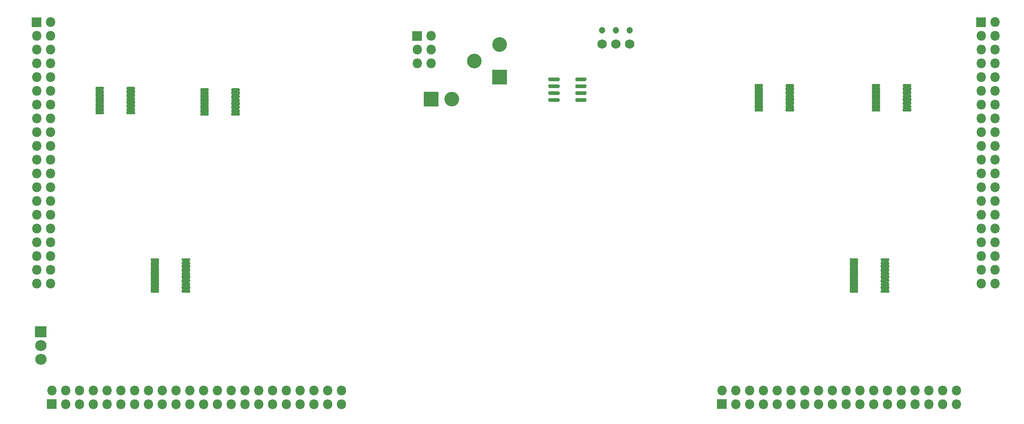
<source format=gbs>
G04 #@! TF.GenerationSoftware,KiCad,Pcbnew,5.1.10*
G04 #@! TF.CreationDate,2021-06-20T21:29:18-04:00*
G04 #@! TF.ProjectId,EVE-PCB-V4,4556452d-5043-4422-9d56-342e6b696361,rev?*
G04 #@! TF.SameCoordinates,Original*
G04 #@! TF.FileFunction,Soldermask,Bot*
G04 #@! TF.FilePolarity,Negative*
%FSLAX46Y46*%
G04 Gerber Fmt 4.6, Leading zero omitted, Abs format (unit mm)*
G04 Created by KiCad (PCBNEW 5.1.10) date 2021-06-20 21:29:18*
%MOMM*%
%LPD*%
G01*
G04 APERTURE LIST*
%ADD10O,1.802000X1.802000*%
%ADD11C,2.702000*%
%ADD12O,2.102000X2.007000*%
%ADD13C,1.752000*%
%ADD14C,1.202000*%
%ADD15O,2.702000X2.702000*%
%ADD16C,0.100000*%
G04 APERTURE END LIST*
D10*
X232410000Y-82042000D03*
X229870000Y-82042000D03*
X232410000Y-79502000D03*
X229870000Y-79502000D03*
X232410000Y-76962000D03*
X229870000Y-76962000D03*
X232410000Y-74422000D03*
X229870000Y-74422000D03*
X232410000Y-71882000D03*
X229870000Y-71882000D03*
X232410000Y-69342000D03*
X229870000Y-69342000D03*
X232410000Y-66802000D03*
X229870000Y-66802000D03*
X232410000Y-64262000D03*
X229870000Y-64262000D03*
X232410000Y-61722000D03*
X229870000Y-61722000D03*
X232410000Y-59182000D03*
X229870000Y-59182000D03*
X232410000Y-56642000D03*
X229870000Y-56642000D03*
X232410000Y-54102000D03*
X229870000Y-54102000D03*
X232410000Y-51562000D03*
X229870000Y-51562000D03*
X232410000Y-49022000D03*
X229870000Y-49022000D03*
X232410000Y-46482000D03*
X229870000Y-46482000D03*
X232410000Y-43942000D03*
X229870000Y-43942000D03*
X232410000Y-41402000D03*
X229870000Y-41402000D03*
X232410000Y-38862000D03*
X229870000Y-38862000D03*
X232410000Y-36322000D03*
X229870000Y-36322000D03*
X232410000Y-33782000D03*
G36*
G01*
X228969000Y-34632000D02*
X228969000Y-32932000D01*
G75*
G02*
X229020000Y-32881000I51000J0D01*
G01*
X230720000Y-32881000D01*
G75*
G02*
X230771000Y-32932000I0J-51000D01*
G01*
X230771000Y-34632000D01*
G75*
G02*
X230720000Y-34683000I-51000J0D01*
G01*
X229020000Y-34683000D01*
G75*
G02*
X228969000Y-34632000I0J51000D01*
G01*
G37*
G36*
G01*
X142524200Y-42642000D02*
X142524200Y-45242000D01*
G75*
G02*
X142473200Y-45293000I-51000J0D01*
G01*
X139873200Y-45293000D01*
G75*
G02*
X139822200Y-45242000I0J51000D01*
G01*
X139822200Y-42642000D01*
G75*
G02*
X139873200Y-42591000I51000J0D01*
G01*
X142473200Y-42591000D01*
G75*
G02*
X142524200Y-42642000I0J-51000D01*
G01*
G37*
D11*
X141173200Y-37942000D03*
X136473200Y-40942000D03*
G36*
G01*
X55642000Y-89928500D02*
X57642000Y-89928500D01*
G75*
G02*
X57693000Y-89979500I0J-51000D01*
G01*
X57693000Y-91884500D01*
G75*
G02*
X57642000Y-91935500I-51000J0D01*
G01*
X55642000Y-91935500D01*
G75*
G02*
X55591000Y-91884500I0J51000D01*
G01*
X55591000Y-89979500D01*
G75*
G02*
X55642000Y-89928500I51000J0D01*
G01*
G37*
D12*
X56642000Y-93472000D03*
X56642000Y-96012000D03*
D13*
X165100000Y-37846000D03*
X162560000Y-37846000D03*
X160020000Y-37846000D03*
D14*
X165100000Y-35306000D03*
X162560000Y-35306000D03*
X160020000Y-35306000D03*
G36*
G01*
X127173000Y-49306000D02*
X127173000Y-46706000D01*
G75*
G02*
X127224000Y-46655000I51000J0D01*
G01*
X129824000Y-46655000D01*
G75*
G02*
X129875000Y-46706000I0J-51000D01*
G01*
X129875000Y-49306000D01*
G75*
G02*
X129824000Y-49357000I-51000J0D01*
G01*
X127224000Y-49357000D01*
G75*
G02*
X127173000Y-49306000I0J51000D01*
G01*
G37*
D15*
X132334000Y-48006000D03*
G36*
G01*
X54979000Y-34632000D02*
X54979000Y-32932000D01*
G75*
G02*
X55030000Y-32881000I51000J0D01*
G01*
X56730000Y-32881000D01*
G75*
G02*
X56781000Y-32932000I0J-51000D01*
G01*
X56781000Y-34632000D01*
G75*
G02*
X56730000Y-34683000I-51000J0D01*
G01*
X55030000Y-34683000D01*
G75*
G02*
X54979000Y-34632000I0J51000D01*
G01*
G37*
D10*
X58420000Y-33782000D03*
X55880000Y-36322000D03*
X58420000Y-36322000D03*
X55880000Y-38862000D03*
X58420000Y-38862000D03*
X55880000Y-41402000D03*
X58420000Y-41402000D03*
X55880000Y-43942000D03*
X58420000Y-43942000D03*
X55880000Y-46482000D03*
X58420000Y-46482000D03*
X55880000Y-49022000D03*
X58420000Y-49022000D03*
X55880000Y-51562000D03*
X58420000Y-51562000D03*
X55880000Y-54102000D03*
X58420000Y-54102000D03*
X55880000Y-56642000D03*
X58420000Y-56642000D03*
X55880000Y-59182000D03*
X58420000Y-59182000D03*
X55880000Y-61722000D03*
X58420000Y-61722000D03*
X55880000Y-64262000D03*
X58420000Y-64262000D03*
X55880000Y-66802000D03*
X58420000Y-66802000D03*
X55880000Y-69342000D03*
X58420000Y-69342000D03*
X55880000Y-71882000D03*
X58420000Y-71882000D03*
X55880000Y-74422000D03*
X58420000Y-74422000D03*
X55880000Y-76962000D03*
X58420000Y-76962000D03*
X55880000Y-79502000D03*
X58420000Y-79502000D03*
X55880000Y-82042000D03*
X58420000Y-82042000D03*
G36*
G01*
X125083000Y-37172000D02*
X125083000Y-35472000D01*
G75*
G02*
X125134000Y-35421000I51000J0D01*
G01*
X126834000Y-35421000D01*
G75*
G02*
X126885000Y-35472000I0J-51000D01*
G01*
X126885000Y-37172000D01*
G75*
G02*
X126834000Y-37223000I-51000J0D01*
G01*
X125134000Y-37223000D01*
G75*
G02*
X125083000Y-37172000I0J51000D01*
G01*
G37*
X128524000Y-36322000D03*
X125984000Y-38862000D03*
X128524000Y-38862000D03*
X125984000Y-41402000D03*
X128524000Y-41402000D03*
G36*
G01*
X150169000Y-48308500D02*
X150169000Y-47957500D01*
G75*
G02*
X150344500Y-47782000I175500J0D01*
G01*
X152045500Y-47782000D01*
G75*
G02*
X152221000Y-47957500I0J-175500D01*
G01*
X152221000Y-48308500D01*
G75*
G02*
X152045500Y-48484000I-175500J0D01*
G01*
X150344500Y-48484000D01*
G75*
G02*
X150169000Y-48308500I0J175500D01*
G01*
G37*
G36*
G01*
X150169000Y-47038500D02*
X150169000Y-46687500D01*
G75*
G02*
X150344500Y-46512000I175500J0D01*
G01*
X152045500Y-46512000D01*
G75*
G02*
X152221000Y-46687500I0J-175500D01*
G01*
X152221000Y-47038500D01*
G75*
G02*
X152045500Y-47214000I-175500J0D01*
G01*
X150344500Y-47214000D01*
G75*
G02*
X150169000Y-47038500I0J175500D01*
G01*
G37*
G36*
G01*
X150169000Y-45768500D02*
X150169000Y-45417500D01*
G75*
G02*
X150344500Y-45242000I175500J0D01*
G01*
X152045500Y-45242000D01*
G75*
G02*
X152221000Y-45417500I0J-175500D01*
G01*
X152221000Y-45768500D01*
G75*
G02*
X152045500Y-45944000I-175500J0D01*
G01*
X150344500Y-45944000D01*
G75*
G02*
X150169000Y-45768500I0J175500D01*
G01*
G37*
G36*
G01*
X150169000Y-44498500D02*
X150169000Y-44147500D01*
G75*
G02*
X150344500Y-43972000I175500J0D01*
G01*
X152045500Y-43972000D01*
G75*
G02*
X152221000Y-44147500I0J-175500D01*
G01*
X152221000Y-44498500D01*
G75*
G02*
X152045500Y-44674000I-175500J0D01*
G01*
X150344500Y-44674000D01*
G75*
G02*
X150169000Y-44498500I0J175500D01*
G01*
G37*
G36*
G01*
X155119000Y-44498500D02*
X155119000Y-44147500D01*
G75*
G02*
X155294500Y-43972000I175500J0D01*
G01*
X156995500Y-43972000D01*
G75*
G02*
X157171000Y-44147500I0J-175500D01*
G01*
X157171000Y-44498500D01*
G75*
G02*
X156995500Y-44674000I-175500J0D01*
G01*
X155294500Y-44674000D01*
G75*
G02*
X155119000Y-44498500I0J175500D01*
G01*
G37*
G36*
G01*
X155119000Y-45768500D02*
X155119000Y-45417500D01*
G75*
G02*
X155294500Y-45242000I175500J0D01*
G01*
X156995500Y-45242000D01*
G75*
G02*
X157171000Y-45417500I0J-175500D01*
G01*
X157171000Y-45768500D01*
G75*
G02*
X156995500Y-45944000I-175500J0D01*
G01*
X155294500Y-45944000D01*
G75*
G02*
X155119000Y-45768500I0J175500D01*
G01*
G37*
G36*
G01*
X155119000Y-47038500D02*
X155119000Y-46687500D01*
G75*
G02*
X155294500Y-46512000I175500J0D01*
G01*
X156995500Y-46512000D01*
G75*
G02*
X157171000Y-46687500I0J-175500D01*
G01*
X157171000Y-47038500D01*
G75*
G02*
X156995500Y-47214000I-175500J0D01*
G01*
X155294500Y-47214000D01*
G75*
G02*
X155119000Y-47038500I0J175500D01*
G01*
G37*
G36*
G01*
X155119000Y-48308500D02*
X155119000Y-47957500D01*
G75*
G02*
X155294500Y-47782000I175500J0D01*
G01*
X156995500Y-47782000D01*
G75*
G02*
X157171000Y-47957500I0J-175500D01*
G01*
X157171000Y-48308500D01*
G75*
G02*
X156995500Y-48484000I-175500J0D01*
G01*
X155294500Y-48484000D01*
G75*
G02*
X155119000Y-48308500I0J175500D01*
G01*
G37*
G36*
G01*
X66707000Y-50660500D02*
X66707000Y-50409500D01*
G75*
G02*
X66832500Y-50284000I125500J0D01*
G01*
X68158500Y-50284000D01*
G75*
G02*
X68284000Y-50409500I0J-125500D01*
G01*
X68284000Y-50660500D01*
G75*
G02*
X68158500Y-50786000I-125500J0D01*
G01*
X66832500Y-50786000D01*
G75*
G02*
X66707000Y-50660500I0J125500D01*
G01*
G37*
G36*
G01*
X66707000Y-50010500D02*
X66707000Y-49759500D01*
G75*
G02*
X66832500Y-49634000I125500J0D01*
G01*
X68158500Y-49634000D01*
G75*
G02*
X68284000Y-49759500I0J-125500D01*
G01*
X68284000Y-50010500D01*
G75*
G02*
X68158500Y-50136000I-125500J0D01*
G01*
X66832500Y-50136000D01*
G75*
G02*
X66707000Y-50010500I0J125500D01*
G01*
G37*
G36*
G01*
X66707000Y-49360500D02*
X66707000Y-49109500D01*
G75*
G02*
X66832500Y-48984000I125500J0D01*
G01*
X68158500Y-48984000D01*
G75*
G02*
X68284000Y-49109500I0J-125500D01*
G01*
X68284000Y-49360500D01*
G75*
G02*
X68158500Y-49486000I-125500J0D01*
G01*
X66832500Y-49486000D01*
G75*
G02*
X66707000Y-49360500I0J125500D01*
G01*
G37*
G36*
G01*
X66707000Y-48710500D02*
X66707000Y-48459500D01*
G75*
G02*
X66832500Y-48334000I125500J0D01*
G01*
X68158500Y-48334000D01*
G75*
G02*
X68284000Y-48459500I0J-125500D01*
G01*
X68284000Y-48710500D01*
G75*
G02*
X68158500Y-48836000I-125500J0D01*
G01*
X66832500Y-48836000D01*
G75*
G02*
X66707000Y-48710500I0J125500D01*
G01*
G37*
G36*
G01*
X66707000Y-48060500D02*
X66707000Y-47809500D01*
G75*
G02*
X66832500Y-47684000I125500J0D01*
G01*
X68158500Y-47684000D01*
G75*
G02*
X68284000Y-47809500I0J-125500D01*
G01*
X68284000Y-48060500D01*
G75*
G02*
X68158500Y-48186000I-125500J0D01*
G01*
X66832500Y-48186000D01*
G75*
G02*
X66707000Y-48060500I0J125500D01*
G01*
G37*
G36*
G01*
X66707000Y-47410500D02*
X66707000Y-47159500D01*
G75*
G02*
X66832500Y-47034000I125500J0D01*
G01*
X68158500Y-47034000D01*
G75*
G02*
X68284000Y-47159500I0J-125500D01*
G01*
X68284000Y-47410500D01*
G75*
G02*
X68158500Y-47536000I-125500J0D01*
G01*
X66832500Y-47536000D01*
G75*
G02*
X66707000Y-47410500I0J125500D01*
G01*
G37*
G36*
G01*
X66707000Y-46760500D02*
X66707000Y-46509500D01*
G75*
G02*
X66832500Y-46384000I125500J0D01*
G01*
X68158500Y-46384000D01*
G75*
G02*
X68284000Y-46509500I0J-125500D01*
G01*
X68284000Y-46760500D01*
G75*
G02*
X68158500Y-46886000I-125500J0D01*
G01*
X66832500Y-46886000D01*
G75*
G02*
X66707000Y-46760500I0J125500D01*
G01*
G37*
G36*
G01*
X66707000Y-46110500D02*
X66707000Y-45859500D01*
G75*
G02*
X66832500Y-45734000I125500J0D01*
G01*
X68158500Y-45734000D01*
G75*
G02*
X68284000Y-45859500I0J-125500D01*
G01*
X68284000Y-46110500D01*
G75*
G02*
X68158500Y-46236000I-125500J0D01*
G01*
X66832500Y-46236000D01*
G75*
G02*
X66707000Y-46110500I0J125500D01*
G01*
G37*
G36*
G01*
X72432000Y-46110500D02*
X72432000Y-45859500D01*
G75*
G02*
X72557500Y-45734000I125500J0D01*
G01*
X73883500Y-45734000D01*
G75*
G02*
X74009000Y-45859500I0J-125500D01*
G01*
X74009000Y-46110500D01*
G75*
G02*
X73883500Y-46236000I-125500J0D01*
G01*
X72557500Y-46236000D01*
G75*
G02*
X72432000Y-46110500I0J125500D01*
G01*
G37*
G36*
G01*
X72432000Y-46760500D02*
X72432000Y-46509500D01*
G75*
G02*
X72557500Y-46384000I125500J0D01*
G01*
X73883500Y-46384000D01*
G75*
G02*
X74009000Y-46509500I0J-125500D01*
G01*
X74009000Y-46760500D01*
G75*
G02*
X73883500Y-46886000I-125500J0D01*
G01*
X72557500Y-46886000D01*
G75*
G02*
X72432000Y-46760500I0J125500D01*
G01*
G37*
G36*
G01*
X72432000Y-47410500D02*
X72432000Y-47159500D01*
G75*
G02*
X72557500Y-47034000I125500J0D01*
G01*
X73883500Y-47034000D01*
G75*
G02*
X74009000Y-47159500I0J-125500D01*
G01*
X74009000Y-47410500D01*
G75*
G02*
X73883500Y-47536000I-125500J0D01*
G01*
X72557500Y-47536000D01*
G75*
G02*
X72432000Y-47410500I0J125500D01*
G01*
G37*
G36*
G01*
X72432000Y-48060500D02*
X72432000Y-47809500D01*
G75*
G02*
X72557500Y-47684000I125500J0D01*
G01*
X73883500Y-47684000D01*
G75*
G02*
X74009000Y-47809500I0J-125500D01*
G01*
X74009000Y-48060500D01*
G75*
G02*
X73883500Y-48186000I-125500J0D01*
G01*
X72557500Y-48186000D01*
G75*
G02*
X72432000Y-48060500I0J125500D01*
G01*
G37*
G36*
G01*
X72432000Y-48710500D02*
X72432000Y-48459500D01*
G75*
G02*
X72557500Y-48334000I125500J0D01*
G01*
X73883500Y-48334000D01*
G75*
G02*
X74009000Y-48459500I0J-125500D01*
G01*
X74009000Y-48710500D01*
G75*
G02*
X73883500Y-48836000I-125500J0D01*
G01*
X72557500Y-48836000D01*
G75*
G02*
X72432000Y-48710500I0J125500D01*
G01*
G37*
G36*
G01*
X72432000Y-49360500D02*
X72432000Y-49109500D01*
G75*
G02*
X72557500Y-48984000I125500J0D01*
G01*
X73883500Y-48984000D01*
G75*
G02*
X74009000Y-49109500I0J-125500D01*
G01*
X74009000Y-49360500D01*
G75*
G02*
X73883500Y-49486000I-125500J0D01*
G01*
X72557500Y-49486000D01*
G75*
G02*
X72432000Y-49360500I0J125500D01*
G01*
G37*
G36*
G01*
X72432000Y-50010500D02*
X72432000Y-49759500D01*
G75*
G02*
X72557500Y-49634000I125500J0D01*
G01*
X73883500Y-49634000D01*
G75*
G02*
X74009000Y-49759500I0J-125500D01*
G01*
X74009000Y-50010500D01*
G75*
G02*
X73883500Y-50136000I-125500J0D01*
G01*
X72557500Y-50136000D01*
G75*
G02*
X72432000Y-50010500I0J125500D01*
G01*
G37*
G36*
G01*
X72432000Y-50660500D02*
X72432000Y-50409500D01*
G75*
G02*
X72557500Y-50284000I125500J0D01*
G01*
X73883500Y-50284000D01*
G75*
G02*
X74009000Y-50409500I0J-125500D01*
G01*
X74009000Y-50660500D01*
G75*
G02*
X73883500Y-50786000I-125500J0D01*
G01*
X72557500Y-50786000D01*
G75*
G02*
X72432000Y-50660500I0J125500D01*
G01*
G37*
G36*
G01*
X188119000Y-50152500D02*
X188119000Y-49901500D01*
G75*
G02*
X188244500Y-49776000I125500J0D01*
G01*
X189570500Y-49776000D01*
G75*
G02*
X189696000Y-49901500I0J-125500D01*
G01*
X189696000Y-50152500D01*
G75*
G02*
X189570500Y-50278000I-125500J0D01*
G01*
X188244500Y-50278000D01*
G75*
G02*
X188119000Y-50152500I0J125500D01*
G01*
G37*
G36*
G01*
X188119000Y-49502500D02*
X188119000Y-49251500D01*
G75*
G02*
X188244500Y-49126000I125500J0D01*
G01*
X189570500Y-49126000D01*
G75*
G02*
X189696000Y-49251500I0J-125500D01*
G01*
X189696000Y-49502500D01*
G75*
G02*
X189570500Y-49628000I-125500J0D01*
G01*
X188244500Y-49628000D01*
G75*
G02*
X188119000Y-49502500I0J125500D01*
G01*
G37*
G36*
G01*
X188119000Y-48852500D02*
X188119000Y-48601500D01*
G75*
G02*
X188244500Y-48476000I125500J0D01*
G01*
X189570500Y-48476000D01*
G75*
G02*
X189696000Y-48601500I0J-125500D01*
G01*
X189696000Y-48852500D01*
G75*
G02*
X189570500Y-48978000I-125500J0D01*
G01*
X188244500Y-48978000D01*
G75*
G02*
X188119000Y-48852500I0J125500D01*
G01*
G37*
G36*
G01*
X188119000Y-48202500D02*
X188119000Y-47951500D01*
G75*
G02*
X188244500Y-47826000I125500J0D01*
G01*
X189570500Y-47826000D01*
G75*
G02*
X189696000Y-47951500I0J-125500D01*
G01*
X189696000Y-48202500D01*
G75*
G02*
X189570500Y-48328000I-125500J0D01*
G01*
X188244500Y-48328000D01*
G75*
G02*
X188119000Y-48202500I0J125500D01*
G01*
G37*
G36*
G01*
X188119000Y-47552500D02*
X188119000Y-47301500D01*
G75*
G02*
X188244500Y-47176000I125500J0D01*
G01*
X189570500Y-47176000D01*
G75*
G02*
X189696000Y-47301500I0J-125500D01*
G01*
X189696000Y-47552500D01*
G75*
G02*
X189570500Y-47678000I-125500J0D01*
G01*
X188244500Y-47678000D01*
G75*
G02*
X188119000Y-47552500I0J125500D01*
G01*
G37*
G36*
G01*
X188119000Y-46902500D02*
X188119000Y-46651500D01*
G75*
G02*
X188244500Y-46526000I125500J0D01*
G01*
X189570500Y-46526000D01*
G75*
G02*
X189696000Y-46651500I0J-125500D01*
G01*
X189696000Y-46902500D01*
G75*
G02*
X189570500Y-47028000I-125500J0D01*
G01*
X188244500Y-47028000D01*
G75*
G02*
X188119000Y-46902500I0J125500D01*
G01*
G37*
G36*
G01*
X188119000Y-46252500D02*
X188119000Y-46001500D01*
G75*
G02*
X188244500Y-45876000I125500J0D01*
G01*
X189570500Y-45876000D01*
G75*
G02*
X189696000Y-46001500I0J-125500D01*
G01*
X189696000Y-46252500D01*
G75*
G02*
X189570500Y-46378000I-125500J0D01*
G01*
X188244500Y-46378000D01*
G75*
G02*
X188119000Y-46252500I0J125500D01*
G01*
G37*
G36*
G01*
X188119000Y-45602500D02*
X188119000Y-45351500D01*
G75*
G02*
X188244500Y-45226000I125500J0D01*
G01*
X189570500Y-45226000D01*
G75*
G02*
X189696000Y-45351500I0J-125500D01*
G01*
X189696000Y-45602500D01*
G75*
G02*
X189570500Y-45728000I-125500J0D01*
G01*
X188244500Y-45728000D01*
G75*
G02*
X188119000Y-45602500I0J125500D01*
G01*
G37*
G36*
G01*
X193844000Y-45602500D02*
X193844000Y-45351500D01*
G75*
G02*
X193969500Y-45226000I125500J0D01*
G01*
X195295500Y-45226000D01*
G75*
G02*
X195421000Y-45351500I0J-125500D01*
G01*
X195421000Y-45602500D01*
G75*
G02*
X195295500Y-45728000I-125500J0D01*
G01*
X193969500Y-45728000D01*
G75*
G02*
X193844000Y-45602500I0J125500D01*
G01*
G37*
G36*
G01*
X193844000Y-46252500D02*
X193844000Y-46001500D01*
G75*
G02*
X193969500Y-45876000I125500J0D01*
G01*
X195295500Y-45876000D01*
G75*
G02*
X195421000Y-46001500I0J-125500D01*
G01*
X195421000Y-46252500D01*
G75*
G02*
X195295500Y-46378000I-125500J0D01*
G01*
X193969500Y-46378000D01*
G75*
G02*
X193844000Y-46252500I0J125500D01*
G01*
G37*
G36*
G01*
X193844000Y-46902500D02*
X193844000Y-46651500D01*
G75*
G02*
X193969500Y-46526000I125500J0D01*
G01*
X195295500Y-46526000D01*
G75*
G02*
X195421000Y-46651500I0J-125500D01*
G01*
X195421000Y-46902500D01*
G75*
G02*
X195295500Y-47028000I-125500J0D01*
G01*
X193969500Y-47028000D01*
G75*
G02*
X193844000Y-46902500I0J125500D01*
G01*
G37*
G36*
G01*
X193844000Y-47552500D02*
X193844000Y-47301500D01*
G75*
G02*
X193969500Y-47176000I125500J0D01*
G01*
X195295500Y-47176000D01*
G75*
G02*
X195421000Y-47301500I0J-125500D01*
G01*
X195421000Y-47552500D01*
G75*
G02*
X195295500Y-47678000I-125500J0D01*
G01*
X193969500Y-47678000D01*
G75*
G02*
X193844000Y-47552500I0J125500D01*
G01*
G37*
G36*
G01*
X193844000Y-48202500D02*
X193844000Y-47951500D01*
G75*
G02*
X193969500Y-47826000I125500J0D01*
G01*
X195295500Y-47826000D01*
G75*
G02*
X195421000Y-47951500I0J-125500D01*
G01*
X195421000Y-48202500D01*
G75*
G02*
X195295500Y-48328000I-125500J0D01*
G01*
X193969500Y-48328000D01*
G75*
G02*
X193844000Y-48202500I0J125500D01*
G01*
G37*
G36*
G01*
X193844000Y-48852500D02*
X193844000Y-48601500D01*
G75*
G02*
X193969500Y-48476000I125500J0D01*
G01*
X195295500Y-48476000D01*
G75*
G02*
X195421000Y-48601500I0J-125500D01*
G01*
X195421000Y-48852500D01*
G75*
G02*
X195295500Y-48978000I-125500J0D01*
G01*
X193969500Y-48978000D01*
G75*
G02*
X193844000Y-48852500I0J125500D01*
G01*
G37*
G36*
G01*
X193844000Y-49502500D02*
X193844000Y-49251500D01*
G75*
G02*
X193969500Y-49126000I125500J0D01*
G01*
X195295500Y-49126000D01*
G75*
G02*
X195421000Y-49251500I0J-125500D01*
G01*
X195421000Y-49502500D01*
G75*
G02*
X195295500Y-49628000I-125500J0D01*
G01*
X193969500Y-49628000D01*
G75*
G02*
X193844000Y-49502500I0J125500D01*
G01*
G37*
G36*
G01*
X193844000Y-50152500D02*
X193844000Y-49901500D01*
G75*
G02*
X193969500Y-49776000I125500J0D01*
G01*
X195295500Y-49776000D01*
G75*
G02*
X195421000Y-49901500I0J-125500D01*
G01*
X195421000Y-50152500D01*
G75*
G02*
X195295500Y-50278000I-125500J0D01*
G01*
X193969500Y-50278000D01*
G75*
G02*
X193844000Y-50152500I0J125500D01*
G01*
G37*
G36*
G01*
X91736000Y-50914500D02*
X91736000Y-50663500D01*
G75*
G02*
X91861500Y-50538000I125500J0D01*
G01*
X93187500Y-50538000D01*
G75*
G02*
X93313000Y-50663500I0J-125500D01*
G01*
X93313000Y-50914500D01*
G75*
G02*
X93187500Y-51040000I-125500J0D01*
G01*
X91861500Y-51040000D01*
G75*
G02*
X91736000Y-50914500I0J125500D01*
G01*
G37*
G36*
G01*
X91736000Y-50264500D02*
X91736000Y-50013500D01*
G75*
G02*
X91861500Y-49888000I125500J0D01*
G01*
X93187500Y-49888000D01*
G75*
G02*
X93313000Y-50013500I0J-125500D01*
G01*
X93313000Y-50264500D01*
G75*
G02*
X93187500Y-50390000I-125500J0D01*
G01*
X91861500Y-50390000D01*
G75*
G02*
X91736000Y-50264500I0J125500D01*
G01*
G37*
G36*
G01*
X91736000Y-49614500D02*
X91736000Y-49363500D01*
G75*
G02*
X91861500Y-49238000I125500J0D01*
G01*
X93187500Y-49238000D01*
G75*
G02*
X93313000Y-49363500I0J-125500D01*
G01*
X93313000Y-49614500D01*
G75*
G02*
X93187500Y-49740000I-125500J0D01*
G01*
X91861500Y-49740000D01*
G75*
G02*
X91736000Y-49614500I0J125500D01*
G01*
G37*
G36*
G01*
X91736000Y-48964500D02*
X91736000Y-48713500D01*
G75*
G02*
X91861500Y-48588000I125500J0D01*
G01*
X93187500Y-48588000D01*
G75*
G02*
X93313000Y-48713500I0J-125500D01*
G01*
X93313000Y-48964500D01*
G75*
G02*
X93187500Y-49090000I-125500J0D01*
G01*
X91861500Y-49090000D01*
G75*
G02*
X91736000Y-48964500I0J125500D01*
G01*
G37*
G36*
G01*
X91736000Y-48314500D02*
X91736000Y-48063500D01*
G75*
G02*
X91861500Y-47938000I125500J0D01*
G01*
X93187500Y-47938000D01*
G75*
G02*
X93313000Y-48063500I0J-125500D01*
G01*
X93313000Y-48314500D01*
G75*
G02*
X93187500Y-48440000I-125500J0D01*
G01*
X91861500Y-48440000D01*
G75*
G02*
X91736000Y-48314500I0J125500D01*
G01*
G37*
G36*
G01*
X91736000Y-47664500D02*
X91736000Y-47413500D01*
G75*
G02*
X91861500Y-47288000I125500J0D01*
G01*
X93187500Y-47288000D01*
G75*
G02*
X93313000Y-47413500I0J-125500D01*
G01*
X93313000Y-47664500D01*
G75*
G02*
X93187500Y-47790000I-125500J0D01*
G01*
X91861500Y-47790000D01*
G75*
G02*
X91736000Y-47664500I0J125500D01*
G01*
G37*
G36*
G01*
X91736000Y-47014500D02*
X91736000Y-46763500D01*
G75*
G02*
X91861500Y-46638000I125500J0D01*
G01*
X93187500Y-46638000D01*
G75*
G02*
X93313000Y-46763500I0J-125500D01*
G01*
X93313000Y-47014500D01*
G75*
G02*
X93187500Y-47140000I-125500J0D01*
G01*
X91861500Y-47140000D01*
G75*
G02*
X91736000Y-47014500I0J125500D01*
G01*
G37*
G36*
G01*
X91736000Y-46364500D02*
X91736000Y-46113500D01*
G75*
G02*
X91861500Y-45988000I125500J0D01*
G01*
X93187500Y-45988000D01*
G75*
G02*
X93313000Y-46113500I0J-125500D01*
G01*
X93313000Y-46364500D01*
G75*
G02*
X93187500Y-46490000I-125500J0D01*
G01*
X91861500Y-46490000D01*
G75*
G02*
X91736000Y-46364500I0J125500D01*
G01*
G37*
G36*
G01*
X86011000Y-46364500D02*
X86011000Y-46113500D01*
G75*
G02*
X86136500Y-45988000I125500J0D01*
G01*
X87462500Y-45988000D01*
G75*
G02*
X87588000Y-46113500I0J-125500D01*
G01*
X87588000Y-46364500D01*
G75*
G02*
X87462500Y-46490000I-125500J0D01*
G01*
X86136500Y-46490000D01*
G75*
G02*
X86011000Y-46364500I0J125500D01*
G01*
G37*
G36*
G01*
X86011000Y-47014500D02*
X86011000Y-46763500D01*
G75*
G02*
X86136500Y-46638000I125500J0D01*
G01*
X87462500Y-46638000D01*
G75*
G02*
X87588000Y-46763500I0J-125500D01*
G01*
X87588000Y-47014500D01*
G75*
G02*
X87462500Y-47140000I-125500J0D01*
G01*
X86136500Y-47140000D01*
G75*
G02*
X86011000Y-47014500I0J125500D01*
G01*
G37*
G36*
G01*
X86011000Y-47664500D02*
X86011000Y-47413500D01*
G75*
G02*
X86136500Y-47288000I125500J0D01*
G01*
X87462500Y-47288000D01*
G75*
G02*
X87588000Y-47413500I0J-125500D01*
G01*
X87588000Y-47664500D01*
G75*
G02*
X87462500Y-47790000I-125500J0D01*
G01*
X86136500Y-47790000D01*
G75*
G02*
X86011000Y-47664500I0J125500D01*
G01*
G37*
G36*
G01*
X86011000Y-48314500D02*
X86011000Y-48063500D01*
G75*
G02*
X86136500Y-47938000I125500J0D01*
G01*
X87462500Y-47938000D01*
G75*
G02*
X87588000Y-48063500I0J-125500D01*
G01*
X87588000Y-48314500D01*
G75*
G02*
X87462500Y-48440000I-125500J0D01*
G01*
X86136500Y-48440000D01*
G75*
G02*
X86011000Y-48314500I0J125500D01*
G01*
G37*
G36*
G01*
X86011000Y-48964500D02*
X86011000Y-48713500D01*
G75*
G02*
X86136500Y-48588000I125500J0D01*
G01*
X87462500Y-48588000D01*
G75*
G02*
X87588000Y-48713500I0J-125500D01*
G01*
X87588000Y-48964500D01*
G75*
G02*
X87462500Y-49090000I-125500J0D01*
G01*
X86136500Y-49090000D01*
G75*
G02*
X86011000Y-48964500I0J125500D01*
G01*
G37*
G36*
G01*
X86011000Y-49614500D02*
X86011000Y-49363500D01*
G75*
G02*
X86136500Y-49238000I125500J0D01*
G01*
X87462500Y-49238000D01*
G75*
G02*
X87588000Y-49363500I0J-125500D01*
G01*
X87588000Y-49614500D01*
G75*
G02*
X87462500Y-49740000I-125500J0D01*
G01*
X86136500Y-49740000D01*
G75*
G02*
X86011000Y-49614500I0J125500D01*
G01*
G37*
G36*
G01*
X86011000Y-50264500D02*
X86011000Y-50013500D01*
G75*
G02*
X86136500Y-49888000I125500J0D01*
G01*
X87462500Y-49888000D01*
G75*
G02*
X87588000Y-50013500I0J-125500D01*
G01*
X87588000Y-50264500D01*
G75*
G02*
X87462500Y-50390000I-125500J0D01*
G01*
X86136500Y-50390000D01*
G75*
G02*
X86011000Y-50264500I0J125500D01*
G01*
G37*
G36*
G01*
X86011000Y-50914500D02*
X86011000Y-50663500D01*
G75*
G02*
X86136500Y-50538000I125500J0D01*
G01*
X87462500Y-50538000D01*
G75*
G02*
X87588000Y-50663500I0J-125500D01*
G01*
X87588000Y-50914500D01*
G75*
G02*
X87462500Y-51040000I-125500J0D01*
G01*
X86136500Y-51040000D01*
G75*
G02*
X86011000Y-50914500I0J125500D01*
G01*
G37*
G36*
G01*
X215434000Y-50152500D02*
X215434000Y-49901500D01*
G75*
G02*
X215559500Y-49776000I125500J0D01*
G01*
X216885500Y-49776000D01*
G75*
G02*
X217011000Y-49901500I0J-125500D01*
G01*
X217011000Y-50152500D01*
G75*
G02*
X216885500Y-50278000I-125500J0D01*
G01*
X215559500Y-50278000D01*
G75*
G02*
X215434000Y-50152500I0J125500D01*
G01*
G37*
G36*
G01*
X215434000Y-49502500D02*
X215434000Y-49251500D01*
G75*
G02*
X215559500Y-49126000I125500J0D01*
G01*
X216885500Y-49126000D01*
G75*
G02*
X217011000Y-49251500I0J-125500D01*
G01*
X217011000Y-49502500D01*
G75*
G02*
X216885500Y-49628000I-125500J0D01*
G01*
X215559500Y-49628000D01*
G75*
G02*
X215434000Y-49502500I0J125500D01*
G01*
G37*
G36*
G01*
X215434000Y-48852500D02*
X215434000Y-48601500D01*
G75*
G02*
X215559500Y-48476000I125500J0D01*
G01*
X216885500Y-48476000D01*
G75*
G02*
X217011000Y-48601500I0J-125500D01*
G01*
X217011000Y-48852500D01*
G75*
G02*
X216885500Y-48978000I-125500J0D01*
G01*
X215559500Y-48978000D01*
G75*
G02*
X215434000Y-48852500I0J125500D01*
G01*
G37*
G36*
G01*
X215434000Y-48202500D02*
X215434000Y-47951500D01*
G75*
G02*
X215559500Y-47826000I125500J0D01*
G01*
X216885500Y-47826000D01*
G75*
G02*
X217011000Y-47951500I0J-125500D01*
G01*
X217011000Y-48202500D01*
G75*
G02*
X216885500Y-48328000I-125500J0D01*
G01*
X215559500Y-48328000D01*
G75*
G02*
X215434000Y-48202500I0J125500D01*
G01*
G37*
G36*
G01*
X215434000Y-47552500D02*
X215434000Y-47301500D01*
G75*
G02*
X215559500Y-47176000I125500J0D01*
G01*
X216885500Y-47176000D01*
G75*
G02*
X217011000Y-47301500I0J-125500D01*
G01*
X217011000Y-47552500D01*
G75*
G02*
X216885500Y-47678000I-125500J0D01*
G01*
X215559500Y-47678000D01*
G75*
G02*
X215434000Y-47552500I0J125500D01*
G01*
G37*
G36*
G01*
X215434000Y-46902500D02*
X215434000Y-46651500D01*
G75*
G02*
X215559500Y-46526000I125500J0D01*
G01*
X216885500Y-46526000D01*
G75*
G02*
X217011000Y-46651500I0J-125500D01*
G01*
X217011000Y-46902500D01*
G75*
G02*
X216885500Y-47028000I-125500J0D01*
G01*
X215559500Y-47028000D01*
G75*
G02*
X215434000Y-46902500I0J125500D01*
G01*
G37*
G36*
G01*
X215434000Y-46252500D02*
X215434000Y-46001500D01*
G75*
G02*
X215559500Y-45876000I125500J0D01*
G01*
X216885500Y-45876000D01*
G75*
G02*
X217011000Y-46001500I0J-125500D01*
G01*
X217011000Y-46252500D01*
G75*
G02*
X216885500Y-46378000I-125500J0D01*
G01*
X215559500Y-46378000D01*
G75*
G02*
X215434000Y-46252500I0J125500D01*
G01*
G37*
G36*
G01*
X215434000Y-45602500D02*
X215434000Y-45351500D01*
G75*
G02*
X215559500Y-45226000I125500J0D01*
G01*
X216885500Y-45226000D01*
G75*
G02*
X217011000Y-45351500I0J-125500D01*
G01*
X217011000Y-45602500D01*
G75*
G02*
X216885500Y-45728000I-125500J0D01*
G01*
X215559500Y-45728000D01*
G75*
G02*
X215434000Y-45602500I0J125500D01*
G01*
G37*
G36*
G01*
X209709000Y-45602500D02*
X209709000Y-45351500D01*
G75*
G02*
X209834500Y-45226000I125500J0D01*
G01*
X211160500Y-45226000D01*
G75*
G02*
X211286000Y-45351500I0J-125500D01*
G01*
X211286000Y-45602500D01*
G75*
G02*
X211160500Y-45728000I-125500J0D01*
G01*
X209834500Y-45728000D01*
G75*
G02*
X209709000Y-45602500I0J125500D01*
G01*
G37*
G36*
G01*
X209709000Y-46252500D02*
X209709000Y-46001500D01*
G75*
G02*
X209834500Y-45876000I125500J0D01*
G01*
X211160500Y-45876000D01*
G75*
G02*
X211286000Y-46001500I0J-125500D01*
G01*
X211286000Y-46252500D01*
G75*
G02*
X211160500Y-46378000I-125500J0D01*
G01*
X209834500Y-46378000D01*
G75*
G02*
X209709000Y-46252500I0J125500D01*
G01*
G37*
G36*
G01*
X209709000Y-46902500D02*
X209709000Y-46651500D01*
G75*
G02*
X209834500Y-46526000I125500J0D01*
G01*
X211160500Y-46526000D01*
G75*
G02*
X211286000Y-46651500I0J-125500D01*
G01*
X211286000Y-46902500D01*
G75*
G02*
X211160500Y-47028000I-125500J0D01*
G01*
X209834500Y-47028000D01*
G75*
G02*
X209709000Y-46902500I0J125500D01*
G01*
G37*
G36*
G01*
X209709000Y-47552500D02*
X209709000Y-47301500D01*
G75*
G02*
X209834500Y-47176000I125500J0D01*
G01*
X211160500Y-47176000D01*
G75*
G02*
X211286000Y-47301500I0J-125500D01*
G01*
X211286000Y-47552500D01*
G75*
G02*
X211160500Y-47678000I-125500J0D01*
G01*
X209834500Y-47678000D01*
G75*
G02*
X209709000Y-47552500I0J125500D01*
G01*
G37*
G36*
G01*
X209709000Y-48202500D02*
X209709000Y-47951500D01*
G75*
G02*
X209834500Y-47826000I125500J0D01*
G01*
X211160500Y-47826000D01*
G75*
G02*
X211286000Y-47951500I0J-125500D01*
G01*
X211286000Y-48202500D01*
G75*
G02*
X211160500Y-48328000I-125500J0D01*
G01*
X209834500Y-48328000D01*
G75*
G02*
X209709000Y-48202500I0J125500D01*
G01*
G37*
G36*
G01*
X209709000Y-48852500D02*
X209709000Y-48601500D01*
G75*
G02*
X209834500Y-48476000I125500J0D01*
G01*
X211160500Y-48476000D01*
G75*
G02*
X211286000Y-48601500I0J-125500D01*
G01*
X211286000Y-48852500D01*
G75*
G02*
X211160500Y-48978000I-125500J0D01*
G01*
X209834500Y-48978000D01*
G75*
G02*
X209709000Y-48852500I0J125500D01*
G01*
G37*
G36*
G01*
X209709000Y-49502500D02*
X209709000Y-49251500D01*
G75*
G02*
X209834500Y-49126000I125500J0D01*
G01*
X211160500Y-49126000D01*
G75*
G02*
X211286000Y-49251500I0J-125500D01*
G01*
X211286000Y-49502500D01*
G75*
G02*
X211160500Y-49628000I-125500J0D01*
G01*
X209834500Y-49628000D01*
G75*
G02*
X209709000Y-49502500I0J125500D01*
G01*
G37*
G36*
G01*
X209709000Y-50152500D02*
X209709000Y-49901500D01*
G75*
G02*
X209834500Y-49776000I125500J0D01*
G01*
X211160500Y-49776000D01*
G75*
G02*
X211286000Y-49901500I0J-125500D01*
G01*
X211286000Y-50152500D01*
G75*
G02*
X211160500Y-50278000I-125500J0D01*
G01*
X209834500Y-50278000D01*
G75*
G02*
X209709000Y-50152500I0J125500D01*
G01*
G37*
G36*
G01*
X76867000Y-83568500D02*
X76867000Y-83317500D01*
G75*
G02*
X76992500Y-83192000I125500J0D01*
G01*
X78318500Y-83192000D01*
G75*
G02*
X78444000Y-83317500I0J-125500D01*
G01*
X78444000Y-83568500D01*
G75*
G02*
X78318500Y-83694000I-125500J0D01*
G01*
X76992500Y-83694000D01*
G75*
G02*
X76867000Y-83568500I0J125500D01*
G01*
G37*
G36*
G01*
X76867000Y-82918500D02*
X76867000Y-82667500D01*
G75*
G02*
X76992500Y-82542000I125500J0D01*
G01*
X78318500Y-82542000D01*
G75*
G02*
X78444000Y-82667500I0J-125500D01*
G01*
X78444000Y-82918500D01*
G75*
G02*
X78318500Y-83044000I-125500J0D01*
G01*
X76992500Y-83044000D01*
G75*
G02*
X76867000Y-82918500I0J125500D01*
G01*
G37*
G36*
G01*
X76867000Y-82268500D02*
X76867000Y-82017500D01*
G75*
G02*
X76992500Y-81892000I125500J0D01*
G01*
X78318500Y-81892000D01*
G75*
G02*
X78444000Y-82017500I0J-125500D01*
G01*
X78444000Y-82268500D01*
G75*
G02*
X78318500Y-82394000I-125500J0D01*
G01*
X76992500Y-82394000D01*
G75*
G02*
X76867000Y-82268500I0J125500D01*
G01*
G37*
G36*
G01*
X76867000Y-81618500D02*
X76867000Y-81367500D01*
G75*
G02*
X76992500Y-81242000I125500J0D01*
G01*
X78318500Y-81242000D01*
G75*
G02*
X78444000Y-81367500I0J-125500D01*
G01*
X78444000Y-81618500D01*
G75*
G02*
X78318500Y-81744000I-125500J0D01*
G01*
X76992500Y-81744000D01*
G75*
G02*
X76867000Y-81618500I0J125500D01*
G01*
G37*
G36*
G01*
X76867000Y-80968500D02*
X76867000Y-80717500D01*
G75*
G02*
X76992500Y-80592000I125500J0D01*
G01*
X78318500Y-80592000D01*
G75*
G02*
X78444000Y-80717500I0J-125500D01*
G01*
X78444000Y-80968500D01*
G75*
G02*
X78318500Y-81094000I-125500J0D01*
G01*
X76992500Y-81094000D01*
G75*
G02*
X76867000Y-80968500I0J125500D01*
G01*
G37*
G36*
G01*
X76867000Y-80318500D02*
X76867000Y-80067500D01*
G75*
G02*
X76992500Y-79942000I125500J0D01*
G01*
X78318500Y-79942000D01*
G75*
G02*
X78444000Y-80067500I0J-125500D01*
G01*
X78444000Y-80318500D01*
G75*
G02*
X78318500Y-80444000I-125500J0D01*
G01*
X76992500Y-80444000D01*
G75*
G02*
X76867000Y-80318500I0J125500D01*
G01*
G37*
G36*
G01*
X76867000Y-79668500D02*
X76867000Y-79417500D01*
G75*
G02*
X76992500Y-79292000I125500J0D01*
G01*
X78318500Y-79292000D01*
G75*
G02*
X78444000Y-79417500I0J-125500D01*
G01*
X78444000Y-79668500D01*
G75*
G02*
X78318500Y-79794000I-125500J0D01*
G01*
X76992500Y-79794000D01*
G75*
G02*
X76867000Y-79668500I0J125500D01*
G01*
G37*
G36*
G01*
X76867000Y-79018500D02*
X76867000Y-78767500D01*
G75*
G02*
X76992500Y-78642000I125500J0D01*
G01*
X78318500Y-78642000D01*
G75*
G02*
X78444000Y-78767500I0J-125500D01*
G01*
X78444000Y-79018500D01*
G75*
G02*
X78318500Y-79144000I-125500J0D01*
G01*
X76992500Y-79144000D01*
G75*
G02*
X76867000Y-79018500I0J125500D01*
G01*
G37*
G36*
G01*
X76867000Y-78368500D02*
X76867000Y-78117500D01*
G75*
G02*
X76992500Y-77992000I125500J0D01*
G01*
X78318500Y-77992000D01*
G75*
G02*
X78444000Y-78117500I0J-125500D01*
G01*
X78444000Y-78368500D01*
G75*
G02*
X78318500Y-78494000I-125500J0D01*
G01*
X76992500Y-78494000D01*
G75*
G02*
X76867000Y-78368500I0J125500D01*
G01*
G37*
G36*
G01*
X76867000Y-77718500D02*
X76867000Y-77467500D01*
G75*
G02*
X76992500Y-77342000I125500J0D01*
G01*
X78318500Y-77342000D01*
G75*
G02*
X78444000Y-77467500I0J-125500D01*
G01*
X78444000Y-77718500D01*
G75*
G02*
X78318500Y-77844000I-125500J0D01*
G01*
X76992500Y-77844000D01*
G75*
G02*
X76867000Y-77718500I0J125500D01*
G01*
G37*
G36*
G01*
X82592000Y-77718500D02*
X82592000Y-77467500D01*
G75*
G02*
X82717500Y-77342000I125500J0D01*
G01*
X84043500Y-77342000D01*
G75*
G02*
X84169000Y-77467500I0J-125500D01*
G01*
X84169000Y-77718500D01*
G75*
G02*
X84043500Y-77844000I-125500J0D01*
G01*
X82717500Y-77844000D01*
G75*
G02*
X82592000Y-77718500I0J125500D01*
G01*
G37*
G36*
G01*
X82592000Y-78368500D02*
X82592000Y-78117500D01*
G75*
G02*
X82717500Y-77992000I125500J0D01*
G01*
X84043500Y-77992000D01*
G75*
G02*
X84169000Y-78117500I0J-125500D01*
G01*
X84169000Y-78368500D01*
G75*
G02*
X84043500Y-78494000I-125500J0D01*
G01*
X82717500Y-78494000D01*
G75*
G02*
X82592000Y-78368500I0J125500D01*
G01*
G37*
G36*
G01*
X82592000Y-79018500D02*
X82592000Y-78767500D01*
G75*
G02*
X82717500Y-78642000I125500J0D01*
G01*
X84043500Y-78642000D01*
G75*
G02*
X84169000Y-78767500I0J-125500D01*
G01*
X84169000Y-79018500D01*
G75*
G02*
X84043500Y-79144000I-125500J0D01*
G01*
X82717500Y-79144000D01*
G75*
G02*
X82592000Y-79018500I0J125500D01*
G01*
G37*
G36*
G01*
X82592000Y-79668500D02*
X82592000Y-79417500D01*
G75*
G02*
X82717500Y-79292000I125500J0D01*
G01*
X84043500Y-79292000D01*
G75*
G02*
X84169000Y-79417500I0J-125500D01*
G01*
X84169000Y-79668500D01*
G75*
G02*
X84043500Y-79794000I-125500J0D01*
G01*
X82717500Y-79794000D01*
G75*
G02*
X82592000Y-79668500I0J125500D01*
G01*
G37*
G36*
G01*
X82592000Y-80318500D02*
X82592000Y-80067500D01*
G75*
G02*
X82717500Y-79942000I125500J0D01*
G01*
X84043500Y-79942000D01*
G75*
G02*
X84169000Y-80067500I0J-125500D01*
G01*
X84169000Y-80318500D01*
G75*
G02*
X84043500Y-80444000I-125500J0D01*
G01*
X82717500Y-80444000D01*
G75*
G02*
X82592000Y-80318500I0J125500D01*
G01*
G37*
G36*
G01*
X82592000Y-80968500D02*
X82592000Y-80717500D01*
G75*
G02*
X82717500Y-80592000I125500J0D01*
G01*
X84043500Y-80592000D01*
G75*
G02*
X84169000Y-80717500I0J-125500D01*
G01*
X84169000Y-80968500D01*
G75*
G02*
X84043500Y-81094000I-125500J0D01*
G01*
X82717500Y-81094000D01*
G75*
G02*
X82592000Y-80968500I0J125500D01*
G01*
G37*
G36*
G01*
X82592000Y-81618500D02*
X82592000Y-81367500D01*
G75*
G02*
X82717500Y-81242000I125500J0D01*
G01*
X84043500Y-81242000D01*
G75*
G02*
X84169000Y-81367500I0J-125500D01*
G01*
X84169000Y-81618500D01*
G75*
G02*
X84043500Y-81744000I-125500J0D01*
G01*
X82717500Y-81744000D01*
G75*
G02*
X82592000Y-81618500I0J125500D01*
G01*
G37*
G36*
G01*
X82592000Y-82268500D02*
X82592000Y-82017500D01*
G75*
G02*
X82717500Y-81892000I125500J0D01*
G01*
X84043500Y-81892000D01*
G75*
G02*
X84169000Y-82017500I0J-125500D01*
G01*
X84169000Y-82268500D01*
G75*
G02*
X84043500Y-82394000I-125500J0D01*
G01*
X82717500Y-82394000D01*
G75*
G02*
X82592000Y-82268500I0J125500D01*
G01*
G37*
G36*
G01*
X82592000Y-82918500D02*
X82592000Y-82667500D01*
G75*
G02*
X82717500Y-82542000I125500J0D01*
G01*
X84043500Y-82542000D01*
G75*
G02*
X84169000Y-82667500I0J-125500D01*
G01*
X84169000Y-82918500D01*
G75*
G02*
X84043500Y-83044000I-125500J0D01*
G01*
X82717500Y-83044000D01*
G75*
G02*
X82592000Y-82918500I0J125500D01*
G01*
G37*
G36*
G01*
X82592000Y-83568500D02*
X82592000Y-83317500D01*
G75*
G02*
X82717500Y-83192000I125500J0D01*
G01*
X84043500Y-83192000D01*
G75*
G02*
X84169000Y-83317500I0J-125500D01*
G01*
X84169000Y-83568500D01*
G75*
G02*
X84043500Y-83694000I-125500J0D01*
G01*
X82717500Y-83694000D01*
G75*
G02*
X82592000Y-83568500I0J125500D01*
G01*
G37*
G36*
G01*
X205645000Y-83568500D02*
X205645000Y-83317500D01*
G75*
G02*
X205770500Y-83192000I125500J0D01*
G01*
X207096500Y-83192000D01*
G75*
G02*
X207222000Y-83317500I0J-125500D01*
G01*
X207222000Y-83568500D01*
G75*
G02*
X207096500Y-83694000I-125500J0D01*
G01*
X205770500Y-83694000D01*
G75*
G02*
X205645000Y-83568500I0J125500D01*
G01*
G37*
G36*
G01*
X205645000Y-82918500D02*
X205645000Y-82667500D01*
G75*
G02*
X205770500Y-82542000I125500J0D01*
G01*
X207096500Y-82542000D01*
G75*
G02*
X207222000Y-82667500I0J-125500D01*
G01*
X207222000Y-82918500D01*
G75*
G02*
X207096500Y-83044000I-125500J0D01*
G01*
X205770500Y-83044000D01*
G75*
G02*
X205645000Y-82918500I0J125500D01*
G01*
G37*
G36*
G01*
X205645000Y-82268500D02*
X205645000Y-82017500D01*
G75*
G02*
X205770500Y-81892000I125500J0D01*
G01*
X207096500Y-81892000D01*
G75*
G02*
X207222000Y-82017500I0J-125500D01*
G01*
X207222000Y-82268500D01*
G75*
G02*
X207096500Y-82394000I-125500J0D01*
G01*
X205770500Y-82394000D01*
G75*
G02*
X205645000Y-82268500I0J125500D01*
G01*
G37*
G36*
G01*
X205645000Y-81618500D02*
X205645000Y-81367500D01*
G75*
G02*
X205770500Y-81242000I125500J0D01*
G01*
X207096500Y-81242000D01*
G75*
G02*
X207222000Y-81367500I0J-125500D01*
G01*
X207222000Y-81618500D01*
G75*
G02*
X207096500Y-81744000I-125500J0D01*
G01*
X205770500Y-81744000D01*
G75*
G02*
X205645000Y-81618500I0J125500D01*
G01*
G37*
G36*
G01*
X205645000Y-80968500D02*
X205645000Y-80717500D01*
G75*
G02*
X205770500Y-80592000I125500J0D01*
G01*
X207096500Y-80592000D01*
G75*
G02*
X207222000Y-80717500I0J-125500D01*
G01*
X207222000Y-80968500D01*
G75*
G02*
X207096500Y-81094000I-125500J0D01*
G01*
X205770500Y-81094000D01*
G75*
G02*
X205645000Y-80968500I0J125500D01*
G01*
G37*
G36*
G01*
X205645000Y-80318500D02*
X205645000Y-80067500D01*
G75*
G02*
X205770500Y-79942000I125500J0D01*
G01*
X207096500Y-79942000D01*
G75*
G02*
X207222000Y-80067500I0J-125500D01*
G01*
X207222000Y-80318500D01*
G75*
G02*
X207096500Y-80444000I-125500J0D01*
G01*
X205770500Y-80444000D01*
G75*
G02*
X205645000Y-80318500I0J125500D01*
G01*
G37*
G36*
G01*
X205645000Y-79668500D02*
X205645000Y-79417500D01*
G75*
G02*
X205770500Y-79292000I125500J0D01*
G01*
X207096500Y-79292000D01*
G75*
G02*
X207222000Y-79417500I0J-125500D01*
G01*
X207222000Y-79668500D01*
G75*
G02*
X207096500Y-79794000I-125500J0D01*
G01*
X205770500Y-79794000D01*
G75*
G02*
X205645000Y-79668500I0J125500D01*
G01*
G37*
G36*
G01*
X205645000Y-79018500D02*
X205645000Y-78767500D01*
G75*
G02*
X205770500Y-78642000I125500J0D01*
G01*
X207096500Y-78642000D01*
G75*
G02*
X207222000Y-78767500I0J-125500D01*
G01*
X207222000Y-79018500D01*
G75*
G02*
X207096500Y-79144000I-125500J0D01*
G01*
X205770500Y-79144000D01*
G75*
G02*
X205645000Y-79018500I0J125500D01*
G01*
G37*
G36*
G01*
X205645000Y-78368500D02*
X205645000Y-78117500D01*
G75*
G02*
X205770500Y-77992000I125500J0D01*
G01*
X207096500Y-77992000D01*
G75*
G02*
X207222000Y-78117500I0J-125500D01*
G01*
X207222000Y-78368500D01*
G75*
G02*
X207096500Y-78494000I-125500J0D01*
G01*
X205770500Y-78494000D01*
G75*
G02*
X205645000Y-78368500I0J125500D01*
G01*
G37*
G36*
G01*
X205645000Y-77718500D02*
X205645000Y-77467500D01*
G75*
G02*
X205770500Y-77342000I125500J0D01*
G01*
X207096500Y-77342000D01*
G75*
G02*
X207222000Y-77467500I0J-125500D01*
G01*
X207222000Y-77718500D01*
G75*
G02*
X207096500Y-77844000I-125500J0D01*
G01*
X205770500Y-77844000D01*
G75*
G02*
X205645000Y-77718500I0J125500D01*
G01*
G37*
G36*
G01*
X211370000Y-77718500D02*
X211370000Y-77467500D01*
G75*
G02*
X211495500Y-77342000I125500J0D01*
G01*
X212821500Y-77342000D01*
G75*
G02*
X212947000Y-77467500I0J-125500D01*
G01*
X212947000Y-77718500D01*
G75*
G02*
X212821500Y-77844000I-125500J0D01*
G01*
X211495500Y-77844000D01*
G75*
G02*
X211370000Y-77718500I0J125500D01*
G01*
G37*
G36*
G01*
X211370000Y-78368500D02*
X211370000Y-78117500D01*
G75*
G02*
X211495500Y-77992000I125500J0D01*
G01*
X212821500Y-77992000D01*
G75*
G02*
X212947000Y-78117500I0J-125500D01*
G01*
X212947000Y-78368500D01*
G75*
G02*
X212821500Y-78494000I-125500J0D01*
G01*
X211495500Y-78494000D01*
G75*
G02*
X211370000Y-78368500I0J125500D01*
G01*
G37*
G36*
G01*
X211370000Y-79018500D02*
X211370000Y-78767500D01*
G75*
G02*
X211495500Y-78642000I125500J0D01*
G01*
X212821500Y-78642000D01*
G75*
G02*
X212947000Y-78767500I0J-125500D01*
G01*
X212947000Y-79018500D01*
G75*
G02*
X212821500Y-79144000I-125500J0D01*
G01*
X211495500Y-79144000D01*
G75*
G02*
X211370000Y-79018500I0J125500D01*
G01*
G37*
G36*
G01*
X211370000Y-79668500D02*
X211370000Y-79417500D01*
G75*
G02*
X211495500Y-79292000I125500J0D01*
G01*
X212821500Y-79292000D01*
G75*
G02*
X212947000Y-79417500I0J-125500D01*
G01*
X212947000Y-79668500D01*
G75*
G02*
X212821500Y-79794000I-125500J0D01*
G01*
X211495500Y-79794000D01*
G75*
G02*
X211370000Y-79668500I0J125500D01*
G01*
G37*
G36*
G01*
X211370000Y-80318500D02*
X211370000Y-80067500D01*
G75*
G02*
X211495500Y-79942000I125500J0D01*
G01*
X212821500Y-79942000D01*
G75*
G02*
X212947000Y-80067500I0J-125500D01*
G01*
X212947000Y-80318500D01*
G75*
G02*
X212821500Y-80444000I-125500J0D01*
G01*
X211495500Y-80444000D01*
G75*
G02*
X211370000Y-80318500I0J125500D01*
G01*
G37*
G36*
G01*
X211370000Y-80968500D02*
X211370000Y-80717500D01*
G75*
G02*
X211495500Y-80592000I125500J0D01*
G01*
X212821500Y-80592000D01*
G75*
G02*
X212947000Y-80717500I0J-125500D01*
G01*
X212947000Y-80968500D01*
G75*
G02*
X212821500Y-81094000I-125500J0D01*
G01*
X211495500Y-81094000D01*
G75*
G02*
X211370000Y-80968500I0J125500D01*
G01*
G37*
G36*
G01*
X211370000Y-81618500D02*
X211370000Y-81367500D01*
G75*
G02*
X211495500Y-81242000I125500J0D01*
G01*
X212821500Y-81242000D01*
G75*
G02*
X212947000Y-81367500I0J-125500D01*
G01*
X212947000Y-81618500D01*
G75*
G02*
X212821500Y-81744000I-125500J0D01*
G01*
X211495500Y-81744000D01*
G75*
G02*
X211370000Y-81618500I0J125500D01*
G01*
G37*
G36*
G01*
X211370000Y-82268500D02*
X211370000Y-82017500D01*
G75*
G02*
X211495500Y-81892000I125500J0D01*
G01*
X212821500Y-81892000D01*
G75*
G02*
X212947000Y-82017500I0J-125500D01*
G01*
X212947000Y-82268500D01*
G75*
G02*
X212821500Y-82394000I-125500J0D01*
G01*
X211495500Y-82394000D01*
G75*
G02*
X211370000Y-82268500I0J125500D01*
G01*
G37*
G36*
G01*
X211370000Y-82918500D02*
X211370000Y-82667500D01*
G75*
G02*
X211495500Y-82542000I125500J0D01*
G01*
X212821500Y-82542000D01*
G75*
G02*
X212947000Y-82667500I0J-125500D01*
G01*
X212947000Y-82918500D01*
G75*
G02*
X212821500Y-83044000I-125500J0D01*
G01*
X211495500Y-83044000D01*
G75*
G02*
X211370000Y-82918500I0J125500D01*
G01*
G37*
G36*
G01*
X211370000Y-83568500D02*
X211370000Y-83317500D01*
G75*
G02*
X211495500Y-83192000I125500J0D01*
G01*
X212821500Y-83192000D01*
G75*
G02*
X212947000Y-83317500I0J-125500D01*
G01*
X212947000Y-83568500D01*
G75*
G02*
X212821500Y-83694000I-125500J0D01*
G01*
X211495500Y-83694000D01*
G75*
G02*
X211370000Y-83568500I0J125500D01*
G01*
G37*
G36*
G01*
X182968000Y-105168000D02*
X181268000Y-105168000D01*
G75*
G02*
X181217000Y-105117000I0J51000D01*
G01*
X181217000Y-103417000D01*
G75*
G02*
X181268000Y-103366000I51000J0D01*
G01*
X182968000Y-103366000D01*
G75*
G02*
X183019000Y-103417000I0J-51000D01*
G01*
X183019000Y-105117000D01*
G75*
G02*
X182968000Y-105168000I-51000J0D01*
G01*
G37*
X182118000Y-101727000D03*
X184658000Y-104267000D03*
X184658000Y-101727000D03*
X187198000Y-104267000D03*
X187198000Y-101727000D03*
X189738000Y-104267000D03*
X189738000Y-101727000D03*
X192278000Y-104267000D03*
X192278000Y-101727000D03*
X194818000Y-104267000D03*
X194818000Y-101727000D03*
X197358000Y-104267000D03*
X197358000Y-101727000D03*
X199898000Y-104267000D03*
X199898000Y-101727000D03*
X202438000Y-104267000D03*
X202438000Y-101727000D03*
X204978000Y-104267000D03*
X204978000Y-101727000D03*
X207518000Y-104267000D03*
X207518000Y-101727000D03*
X210058000Y-104267000D03*
X210058000Y-101727000D03*
X212598000Y-104267000D03*
X212598000Y-101727000D03*
X215138000Y-104267000D03*
X215138000Y-101727000D03*
X217678000Y-104267000D03*
X217678000Y-101727000D03*
X220218000Y-104267000D03*
X220218000Y-101727000D03*
X222758000Y-104267000D03*
X222758000Y-101727000D03*
X225298000Y-104267000D03*
X225298000Y-101727000D03*
G36*
G01*
X59524000Y-105168000D02*
X57824000Y-105168000D01*
G75*
G02*
X57773000Y-105117000I0J51000D01*
G01*
X57773000Y-103417000D01*
G75*
G02*
X57824000Y-103366000I51000J0D01*
G01*
X59524000Y-103366000D01*
G75*
G02*
X59575000Y-103417000I0J-51000D01*
G01*
X59575000Y-105117000D01*
G75*
G02*
X59524000Y-105168000I-51000J0D01*
G01*
G37*
X58674000Y-101727000D03*
X61214000Y-104267000D03*
X61214000Y-101727000D03*
X63754000Y-104267000D03*
X63754000Y-101727000D03*
X66294000Y-104267000D03*
X66294000Y-101727000D03*
X68834000Y-104267000D03*
X68834000Y-101727000D03*
X71374000Y-104267000D03*
X71374000Y-101727000D03*
X73914000Y-104267000D03*
X73914000Y-101727000D03*
X76454000Y-104267000D03*
X76454000Y-101727000D03*
X78994000Y-104267000D03*
X78994000Y-101727000D03*
X81534000Y-104267000D03*
X81534000Y-101727000D03*
X84074000Y-104267000D03*
X84074000Y-101727000D03*
X86614000Y-104267000D03*
X86614000Y-101727000D03*
X89154000Y-104267000D03*
X89154000Y-101727000D03*
X91694000Y-104267000D03*
X91694000Y-101727000D03*
X94234000Y-104267000D03*
X94234000Y-101727000D03*
X96774000Y-104267000D03*
X96774000Y-101727000D03*
X99314000Y-104267000D03*
X99314000Y-101727000D03*
X101854000Y-104267000D03*
X101854000Y-101727000D03*
X104394000Y-104267000D03*
X104394000Y-101727000D03*
X106934000Y-104267000D03*
X106934000Y-101727000D03*
X109474000Y-104267000D03*
X109474000Y-101727000D03*
X112014000Y-104267000D03*
X112014000Y-101727000D03*
D16*
G36*
X212948165Y-82916874D02*
G01*
X212949000Y-82918500D01*
X212949000Y-82974862D01*
X212948990Y-82975058D01*
X212947187Y-82993366D01*
X212947111Y-82993751D01*
X212943560Y-83005456D01*
X212943410Y-83005818D01*
X212937643Y-83016608D01*
X212937425Y-83016934D01*
X212925916Y-83030957D01*
X212925784Y-83031102D01*
X212916909Y-83039978D01*
X212903514Y-83060025D01*
X212894289Y-83082299D01*
X212889585Y-83105950D01*
X212889585Y-83130056D01*
X212894290Y-83153706D01*
X212903517Y-83175979D01*
X212916912Y-83196027D01*
X212925788Y-83204903D01*
X212925920Y-83205048D01*
X212937425Y-83219066D01*
X212937643Y-83219392D01*
X212943410Y-83230182D01*
X212943560Y-83230544D01*
X212947111Y-83242249D01*
X212947187Y-83242634D01*
X212948990Y-83260942D01*
X212949000Y-83261138D01*
X212949000Y-83317500D01*
X212948000Y-83319232D01*
X212946000Y-83319232D01*
X212945010Y-83317696D01*
X212942619Y-83293411D01*
X212935590Y-83270242D01*
X212924178Y-83248892D01*
X212908821Y-83230179D01*
X212890108Y-83214822D01*
X212868758Y-83203410D01*
X212845589Y-83196381D01*
X212821406Y-83194000D01*
X211495594Y-83194000D01*
X211471411Y-83196381D01*
X211448242Y-83203410D01*
X211426892Y-83214822D01*
X211408179Y-83230179D01*
X211392822Y-83248892D01*
X211381410Y-83270242D01*
X211374381Y-83293411D01*
X211371990Y-83317696D01*
X211370825Y-83319322D01*
X211368835Y-83319126D01*
X211368000Y-83317500D01*
X211368000Y-83261138D01*
X211368010Y-83260942D01*
X211369813Y-83242634D01*
X211369889Y-83242249D01*
X211373440Y-83230544D01*
X211373590Y-83230182D01*
X211379357Y-83219392D01*
X211379575Y-83219066D01*
X211391084Y-83205043D01*
X211391216Y-83204898D01*
X211400091Y-83196022D01*
X211413486Y-83175975D01*
X211422711Y-83153701D01*
X211427415Y-83130050D01*
X211427415Y-83105944D01*
X211422710Y-83082294D01*
X211413483Y-83060021D01*
X211400088Y-83039973D01*
X211391212Y-83031097D01*
X211391080Y-83030952D01*
X211379575Y-83016934D01*
X211379357Y-83016608D01*
X211373590Y-83005818D01*
X211373440Y-83005456D01*
X211369889Y-82993751D01*
X211369813Y-82993366D01*
X211368010Y-82975058D01*
X211368000Y-82974862D01*
X211368000Y-82918500D01*
X211369000Y-82916768D01*
X211371000Y-82916768D01*
X211371990Y-82918304D01*
X211374381Y-82942589D01*
X211381410Y-82965758D01*
X211392822Y-82987108D01*
X211408179Y-83005821D01*
X211426892Y-83021178D01*
X211448242Y-83032590D01*
X211471411Y-83039619D01*
X211495594Y-83042000D01*
X212821406Y-83042000D01*
X212845589Y-83039619D01*
X212868758Y-83032590D01*
X212890108Y-83021178D01*
X212908821Y-83005821D01*
X212924178Y-82987108D01*
X212935590Y-82965758D01*
X212942619Y-82942589D01*
X212945010Y-82918304D01*
X212946175Y-82916678D01*
X212948165Y-82916874D01*
G37*
G36*
X78445165Y-82916874D02*
G01*
X78446000Y-82918500D01*
X78446000Y-82974862D01*
X78445990Y-82975058D01*
X78444187Y-82993366D01*
X78444111Y-82993751D01*
X78440560Y-83005456D01*
X78440410Y-83005818D01*
X78434643Y-83016608D01*
X78434425Y-83016934D01*
X78422916Y-83030957D01*
X78422784Y-83031102D01*
X78413909Y-83039978D01*
X78400514Y-83060025D01*
X78391289Y-83082299D01*
X78386585Y-83105950D01*
X78386585Y-83130056D01*
X78391290Y-83153706D01*
X78400517Y-83175979D01*
X78413912Y-83196027D01*
X78422788Y-83204903D01*
X78422920Y-83205048D01*
X78434425Y-83219066D01*
X78434643Y-83219392D01*
X78440410Y-83230182D01*
X78440560Y-83230544D01*
X78444111Y-83242249D01*
X78444187Y-83242634D01*
X78445990Y-83260942D01*
X78446000Y-83261138D01*
X78446000Y-83317500D01*
X78445000Y-83319232D01*
X78443000Y-83319232D01*
X78442010Y-83317696D01*
X78439619Y-83293411D01*
X78432590Y-83270242D01*
X78421178Y-83248892D01*
X78405821Y-83230179D01*
X78387108Y-83214822D01*
X78365758Y-83203410D01*
X78342589Y-83196381D01*
X78318406Y-83194000D01*
X76992594Y-83194000D01*
X76968411Y-83196381D01*
X76945242Y-83203410D01*
X76923892Y-83214822D01*
X76905179Y-83230179D01*
X76889822Y-83248892D01*
X76878410Y-83270242D01*
X76871381Y-83293411D01*
X76868990Y-83317696D01*
X76867825Y-83319322D01*
X76865835Y-83319126D01*
X76865000Y-83317500D01*
X76865000Y-83261138D01*
X76865010Y-83260942D01*
X76866813Y-83242634D01*
X76866889Y-83242249D01*
X76870440Y-83230544D01*
X76870590Y-83230182D01*
X76876357Y-83219392D01*
X76876575Y-83219066D01*
X76888084Y-83205043D01*
X76888216Y-83204898D01*
X76897091Y-83196022D01*
X76910486Y-83175975D01*
X76919711Y-83153701D01*
X76924415Y-83130050D01*
X76924415Y-83105944D01*
X76919710Y-83082294D01*
X76910483Y-83060021D01*
X76897088Y-83039973D01*
X76888212Y-83031097D01*
X76888080Y-83030952D01*
X76876575Y-83016934D01*
X76876357Y-83016608D01*
X76870590Y-83005818D01*
X76870440Y-83005456D01*
X76866889Y-82993751D01*
X76866813Y-82993366D01*
X76865010Y-82975058D01*
X76865000Y-82974862D01*
X76865000Y-82918500D01*
X76866000Y-82916768D01*
X76868000Y-82916768D01*
X76868990Y-82918304D01*
X76871381Y-82942589D01*
X76878410Y-82965758D01*
X76889822Y-82987108D01*
X76905179Y-83005821D01*
X76923892Y-83021178D01*
X76945242Y-83032590D01*
X76968411Y-83039619D01*
X76992594Y-83042000D01*
X78318406Y-83042000D01*
X78342589Y-83039619D01*
X78365758Y-83032590D01*
X78387108Y-83021178D01*
X78405821Y-83005821D01*
X78421178Y-82987108D01*
X78432590Y-82965758D01*
X78439619Y-82942589D01*
X78442010Y-82918304D01*
X78443175Y-82916678D01*
X78445165Y-82916874D01*
G37*
G36*
X84170165Y-82916874D02*
G01*
X84171000Y-82918500D01*
X84171000Y-82974862D01*
X84170990Y-82975058D01*
X84169187Y-82993366D01*
X84169111Y-82993751D01*
X84165560Y-83005456D01*
X84165410Y-83005818D01*
X84159643Y-83016608D01*
X84159425Y-83016934D01*
X84147916Y-83030957D01*
X84147784Y-83031102D01*
X84138909Y-83039978D01*
X84125514Y-83060025D01*
X84116289Y-83082299D01*
X84111585Y-83105950D01*
X84111585Y-83130056D01*
X84116290Y-83153706D01*
X84125517Y-83175979D01*
X84138912Y-83196027D01*
X84147788Y-83204903D01*
X84147920Y-83205048D01*
X84159425Y-83219066D01*
X84159643Y-83219392D01*
X84165410Y-83230182D01*
X84165560Y-83230544D01*
X84169111Y-83242249D01*
X84169187Y-83242634D01*
X84170990Y-83260942D01*
X84171000Y-83261138D01*
X84171000Y-83317500D01*
X84170000Y-83319232D01*
X84168000Y-83319232D01*
X84167010Y-83317696D01*
X84164619Y-83293411D01*
X84157590Y-83270242D01*
X84146178Y-83248892D01*
X84130821Y-83230179D01*
X84112108Y-83214822D01*
X84090758Y-83203410D01*
X84067589Y-83196381D01*
X84043406Y-83194000D01*
X82717594Y-83194000D01*
X82693411Y-83196381D01*
X82670242Y-83203410D01*
X82648892Y-83214822D01*
X82630179Y-83230179D01*
X82614822Y-83248892D01*
X82603410Y-83270242D01*
X82596381Y-83293411D01*
X82593990Y-83317696D01*
X82592825Y-83319322D01*
X82590835Y-83319126D01*
X82590000Y-83317500D01*
X82590000Y-83261138D01*
X82590010Y-83260942D01*
X82591813Y-83242634D01*
X82591889Y-83242249D01*
X82595440Y-83230544D01*
X82595590Y-83230182D01*
X82601357Y-83219392D01*
X82601575Y-83219066D01*
X82613084Y-83205043D01*
X82613216Y-83204898D01*
X82622091Y-83196022D01*
X82635486Y-83175975D01*
X82644711Y-83153701D01*
X82649415Y-83130050D01*
X82649415Y-83105944D01*
X82644710Y-83082294D01*
X82635483Y-83060021D01*
X82622088Y-83039973D01*
X82613212Y-83031097D01*
X82613080Y-83030952D01*
X82601575Y-83016934D01*
X82601357Y-83016608D01*
X82595590Y-83005818D01*
X82595440Y-83005456D01*
X82591889Y-82993751D01*
X82591813Y-82993366D01*
X82590010Y-82975058D01*
X82590000Y-82974862D01*
X82590000Y-82918500D01*
X82591000Y-82916768D01*
X82593000Y-82916768D01*
X82593990Y-82918304D01*
X82596381Y-82942589D01*
X82603410Y-82965758D01*
X82614822Y-82987108D01*
X82630179Y-83005821D01*
X82648892Y-83021178D01*
X82670242Y-83032590D01*
X82693411Y-83039619D01*
X82717594Y-83042000D01*
X84043406Y-83042000D01*
X84067589Y-83039619D01*
X84090758Y-83032590D01*
X84112108Y-83021178D01*
X84130821Y-83005821D01*
X84146178Y-82987108D01*
X84157590Y-82965758D01*
X84164619Y-82942589D01*
X84167010Y-82918304D01*
X84168175Y-82916678D01*
X84170165Y-82916874D01*
G37*
G36*
X207223165Y-82916874D02*
G01*
X207224000Y-82918500D01*
X207224000Y-82974862D01*
X207223990Y-82975058D01*
X207222187Y-82993366D01*
X207222111Y-82993751D01*
X207218560Y-83005456D01*
X207218410Y-83005818D01*
X207212643Y-83016608D01*
X207212425Y-83016934D01*
X207200916Y-83030957D01*
X207200784Y-83031102D01*
X207191909Y-83039978D01*
X207178514Y-83060025D01*
X207169289Y-83082299D01*
X207164585Y-83105950D01*
X207164585Y-83130056D01*
X207169290Y-83153706D01*
X207178517Y-83175979D01*
X207191912Y-83196027D01*
X207200788Y-83204903D01*
X207200920Y-83205048D01*
X207212425Y-83219066D01*
X207212643Y-83219392D01*
X207218410Y-83230182D01*
X207218560Y-83230544D01*
X207222111Y-83242249D01*
X207222187Y-83242634D01*
X207223990Y-83260942D01*
X207224000Y-83261138D01*
X207224000Y-83317500D01*
X207223000Y-83319232D01*
X207221000Y-83319232D01*
X207220010Y-83317696D01*
X207217619Y-83293411D01*
X207210590Y-83270242D01*
X207199178Y-83248892D01*
X207183821Y-83230179D01*
X207165108Y-83214822D01*
X207143758Y-83203410D01*
X207120589Y-83196381D01*
X207096406Y-83194000D01*
X205770594Y-83194000D01*
X205746411Y-83196381D01*
X205723242Y-83203410D01*
X205701892Y-83214822D01*
X205683179Y-83230179D01*
X205667822Y-83248892D01*
X205656410Y-83270242D01*
X205649381Y-83293411D01*
X205646990Y-83317696D01*
X205645825Y-83319322D01*
X205643835Y-83319126D01*
X205643000Y-83317500D01*
X205643000Y-83261138D01*
X205643010Y-83260942D01*
X205644813Y-83242634D01*
X205644889Y-83242249D01*
X205648440Y-83230544D01*
X205648590Y-83230182D01*
X205654357Y-83219392D01*
X205654575Y-83219066D01*
X205666084Y-83205043D01*
X205666216Y-83204898D01*
X205675091Y-83196022D01*
X205688486Y-83175975D01*
X205697711Y-83153701D01*
X205702415Y-83130050D01*
X205702415Y-83105944D01*
X205697710Y-83082294D01*
X205688483Y-83060021D01*
X205675088Y-83039973D01*
X205666212Y-83031097D01*
X205666080Y-83030952D01*
X205654575Y-83016934D01*
X205654357Y-83016608D01*
X205648590Y-83005818D01*
X205648440Y-83005456D01*
X205644889Y-82993751D01*
X205644813Y-82993366D01*
X205643010Y-82975058D01*
X205643000Y-82974862D01*
X205643000Y-82918500D01*
X205644000Y-82916768D01*
X205646000Y-82916768D01*
X205646990Y-82918304D01*
X205649381Y-82942589D01*
X205656410Y-82965758D01*
X205667822Y-82987108D01*
X205683179Y-83005821D01*
X205701892Y-83021178D01*
X205723242Y-83032590D01*
X205746411Y-83039619D01*
X205770594Y-83042000D01*
X207096406Y-83042000D01*
X207120589Y-83039619D01*
X207143758Y-83032590D01*
X207165108Y-83021178D01*
X207183821Y-83005821D01*
X207199178Y-82987108D01*
X207210590Y-82965758D01*
X207217619Y-82942589D01*
X207220010Y-82918304D01*
X207221175Y-82916678D01*
X207223165Y-82916874D01*
G37*
G36*
X78445165Y-82266874D02*
G01*
X78446000Y-82268500D01*
X78446000Y-82324862D01*
X78445990Y-82325058D01*
X78444187Y-82343366D01*
X78444111Y-82343751D01*
X78440560Y-82355456D01*
X78440410Y-82355818D01*
X78434643Y-82366608D01*
X78434425Y-82366934D01*
X78422916Y-82380957D01*
X78422784Y-82381102D01*
X78413909Y-82389978D01*
X78400514Y-82410025D01*
X78391289Y-82432299D01*
X78386585Y-82455950D01*
X78386585Y-82480056D01*
X78391290Y-82503706D01*
X78400517Y-82525979D01*
X78413912Y-82546027D01*
X78422788Y-82554903D01*
X78422920Y-82555048D01*
X78434425Y-82569066D01*
X78434643Y-82569392D01*
X78440410Y-82580182D01*
X78440560Y-82580544D01*
X78444111Y-82592249D01*
X78444187Y-82592634D01*
X78445990Y-82610942D01*
X78446000Y-82611138D01*
X78446000Y-82667500D01*
X78445000Y-82669232D01*
X78443000Y-82669232D01*
X78442010Y-82667696D01*
X78439619Y-82643411D01*
X78432590Y-82620242D01*
X78421178Y-82598892D01*
X78405821Y-82580179D01*
X78387108Y-82564822D01*
X78365758Y-82553410D01*
X78342589Y-82546381D01*
X78318406Y-82544000D01*
X76992594Y-82544000D01*
X76968411Y-82546381D01*
X76945242Y-82553410D01*
X76923892Y-82564822D01*
X76905179Y-82580179D01*
X76889822Y-82598892D01*
X76878410Y-82620242D01*
X76871381Y-82643411D01*
X76868990Y-82667696D01*
X76867825Y-82669322D01*
X76865835Y-82669126D01*
X76865000Y-82667500D01*
X76865000Y-82611138D01*
X76865010Y-82610942D01*
X76866813Y-82592634D01*
X76866889Y-82592249D01*
X76870440Y-82580544D01*
X76870590Y-82580182D01*
X76876357Y-82569392D01*
X76876575Y-82569066D01*
X76888084Y-82555043D01*
X76888216Y-82554898D01*
X76897091Y-82546022D01*
X76910486Y-82525975D01*
X76919711Y-82503701D01*
X76924415Y-82480050D01*
X76924415Y-82455944D01*
X76919710Y-82432294D01*
X76910483Y-82410021D01*
X76897088Y-82389973D01*
X76888212Y-82381097D01*
X76888080Y-82380952D01*
X76876575Y-82366934D01*
X76876357Y-82366608D01*
X76870590Y-82355818D01*
X76870440Y-82355456D01*
X76866889Y-82343751D01*
X76866813Y-82343366D01*
X76865010Y-82325058D01*
X76865000Y-82324862D01*
X76865000Y-82268500D01*
X76866000Y-82266768D01*
X76868000Y-82266768D01*
X76868990Y-82268304D01*
X76871381Y-82292589D01*
X76878410Y-82315758D01*
X76889822Y-82337108D01*
X76905179Y-82355821D01*
X76923892Y-82371178D01*
X76945242Y-82382590D01*
X76968411Y-82389619D01*
X76992594Y-82392000D01*
X78318406Y-82392000D01*
X78342589Y-82389619D01*
X78365758Y-82382590D01*
X78387108Y-82371178D01*
X78405821Y-82355821D01*
X78421178Y-82337108D01*
X78432590Y-82315758D01*
X78439619Y-82292589D01*
X78442010Y-82268304D01*
X78443175Y-82266678D01*
X78445165Y-82266874D01*
G37*
G36*
X207223165Y-82266874D02*
G01*
X207224000Y-82268500D01*
X207224000Y-82324862D01*
X207223990Y-82325058D01*
X207222187Y-82343366D01*
X207222111Y-82343751D01*
X207218560Y-82355456D01*
X207218410Y-82355818D01*
X207212643Y-82366608D01*
X207212425Y-82366934D01*
X207200916Y-82380957D01*
X207200784Y-82381102D01*
X207191909Y-82389978D01*
X207178514Y-82410025D01*
X207169289Y-82432299D01*
X207164585Y-82455950D01*
X207164585Y-82480056D01*
X207169290Y-82503706D01*
X207178517Y-82525979D01*
X207191912Y-82546027D01*
X207200788Y-82554903D01*
X207200920Y-82555048D01*
X207212425Y-82569066D01*
X207212643Y-82569392D01*
X207218410Y-82580182D01*
X207218560Y-82580544D01*
X207222111Y-82592249D01*
X207222187Y-82592634D01*
X207223990Y-82610942D01*
X207224000Y-82611138D01*
X207224000Y-82667500D01*
X207223000Y-82669232D01*
X207221000Y-82669232D01*
X207220010Y-82667696D01*
X207217619Y-82643411D01*
X207210590Y-82620242D01*
X207199178Y-82598892D01*
X207183821Y-82580179D01*
X207165108Y-82564822D01*
X207143758Y-82553410D01*
X207120589Y-82546381D01*
X207096406Y-82544000D01*
X205770594Y-82544000D01*
X205746411Y-82546381D01*
X205723242Y-82553410D01*
X205701892Y-82564822D01*
X205683179Y-82580179D01*
X205667822Y-82598892D01*
X205656410Y-82620242D01*
X205649381Y-82643411D01*
X205646990Y-82667696D01*
X205645825Y-82669322D01*
X205643835Y-82669126D01*
X205643000Y-82667500D01*
X205643000Y-82611138D01*
X205643010Y-82610942D01*
X205644813Y-82592634D01*
X205644889Y-82592249D01*
X205648440Y-82580544D01*
X205648590Y-82580182D01*
X205654357Y-82569392D01*
X205654575Y-82569066D01*
X205666084Y-82555043D01*
X205666216Y-82554898D01*
X205675091Y-82546022D01*
X205688486Y-82525975D01*
X205697711Y-82503701D01*
X205702415Y-82480050D01*
X205702415Y-82455944D01*
X205697710Y-82432294D01*
X205688483Y-82410021D01*
X205675088Y-82389973D01*
X205666212Y-82381097D01*
X205666080Y-82380952D01*
X205654575Y-82366934D01*
X205654357Y-82366608D01*
X205648590Y-82355818D01*
X205648440Y-82355456D01*
X205644889Y-82343751D01*
X205644813Y-82343366D01*
X205643010Y-82325058D01*
X205643000Y-82324862D01*
X205643000Y-82268500D01*
X205644000Y-82266768D01*
X205646000Y-82266768D01*
X205646990Y-82268304D01*
X205649381Y-82292589D01*
X205656410Y-82315758D01*
X205667822Y-82337108D01*
X205683179Y-82355821D01*
X205701892Y-82371178D01*
X205723242Y-82382590D01*
X205746411Y-82389619D01*
X205770594Y-82392000D01*
X207096406Y-82392000D01*
X207120589Y-82389619D01*
X207143758Y-82382590D01*
X207165108Y-82371178D01*
X207183821Y-82355821D01*
X207199178Y-82337108D01*
X207210590Y-82315758D01*
X207217619Y-82292589D01*
X207220010Y-82268304D01*
X207221175Y-82266678D01*
X207223165Y-82266874D01*
G37*
G36*
X84170165Y-82266874D02*
G01*
X84171000Y-82268500D01*
X84171000Y-82324862D01*
X84170990Y-82325058D01*
X84169187Y-82343366D01*
X84169111Y-82343751D01*
X84165560Y-82355456D01*
X84165410Y-82355818D01*
X84159643Y-82366608D01*
X84159425Y-82366934D01*
X84147916Y-82380957D01*
X84147784Y-82381102D01*
X84138909Y-82389978D01*
X84125514Y-82410025D01*
X84116289Y-82432299D01*
X84111585Y-82455950D01*
X84111585Y-82480056D01*
X84116290Y-82503706D01*
X84125517Y-82525979D01*
X84138912Y-82546027D01*
X84147788Y-82554903D01*
X84147920Y-82555048D01*
X84159425Y-82569066D01*
X84159643Y-82569392D01*
X84165410Y-82580182D01*
X84165560Y-82580544D01*
X84169111Y-82592249D01*
X84169187Y-82592634D01*
X84170990Y-82610942D01*
X84171000Y-82611138D01*
X84171000Y-82667500D01*
X84170000Y-82669232D01*
X84168000Y-82669232D01*
X84167010Y-82667696D01*
X84164619Y-82643411D01*
X84157590Y-82620242D01*
X84146178Y-82598892D01*
X84130821Y-82580179D01*
X84112108Y-82564822D01*
X84090758Y-82553410D01*
X84067589Y-82546381D01*
X84043406Y-82544000D01*
X82717594Y-82544000D01*
X82693411Y-82546381D01*
X82670242Y-82553410D01*
X82648892Y-82564822D01*
X82630179Y-82580179D01*
X82614822Y-82598892D01*
X82603410Y-82620242D01*
X82596381Y-82643411D01*
X82593990Y-82667696D01*
X82592825Y-82669322D01*
X82590835Y-82669126D01*
X82590000Y-82667500D01*
X82590000Y-82611138D01*
X82590010Y-82610942D01*
X82591813Y-82592634D01*
X82591889Y-82592249D01*
X82595440Y-82580544D01*
X82595590Y-82580182D01*
X82601357Y-82569392D01*
X82601575Y-82569066D01*
X82613084Y-82555043D01*
X82613216Y-82554898D01*
X82622091Y-82546022D01*
X82635486Y-82525975D01*
X82644711Y-82503701D01*
X82649415Y-82480050D01*
X82649415Y-82455944D01*
X82644710Y-82432294D01*
X82635483Y-82410021D01*
X82622088Y-82389973D01*
X82613212Y-82381097D01*
X82613080Y-82380952D01*
X82601575Y-82366934D01*
X82601357Y-82366608D01*
X82595590Y-82355818D01*
X82595440Y-82355456D01*
X82591889Y-82343751D01*
X82591813Y-82343366D01*
X82590010Y-82325058D01*
X82590000Y-82324862D01*
X82590000Y-82268500D01*
X82591000Y-82266768D01*
X82593000Y-82266768D01*
X82593990Y-82268304D01*
X82596381Y-82292589D01*
X82603410Y-82315758D01*
X82614822Y-82337108D01*
X82630179Y-82355821D01*
X82648892Y-82371178D01*
X82670242Y-82382590D01*
X82693411Y-82389619D01*
X82717594Y-82392000D01*
X84043406Y-82392000D01*
X84067589Y-82389619D01*
X84090758Y-82382590D01*
X84112108Y-82371178D01*
X84130821Y-82355821D01*
X84146178Y-82337108D01*
X84157590Y-82315758D01*
X84164619Y-82292589D01*
X84167010Y-82268304D01*
X84168175Y-82266678D01*
X84170165Y-82266874D01*
G37*
G36*
X212948165Y-82266874D02*
G01*
X212949000Y-82268500D01*
X212949000Y-82324862D01*
X212948990Y-82325058D01*
X212947187Y-82343366D01*
X212947111Y-82343751D01*
X212943560Y-82355456D01*
X212943410Y-82355818D01*
X212937643Y-82366608D01*
X212937425Y-82366934D01*
X212925916Y-82380957D01*
X212925784Y-82381102D01*
X212916909Y-82389978D01*
X212903514Y-82410025D01*
X212894289Y-82432299D01*
X212889585Y-82455950D01*
X212889585Y-82480056D01*
X212894290Y-82503706D01*
X212903517Y-82525979D01*
X212916912Y-82546027D01*
X212925788Y-82554903D01*
X212925920Y-82555048D01*
X212937425Y-82569066D01*
X212937643Y-82569392D01*
X212943410Y-82580182D01*
X212943560Y-82580544D01*
X212947111Y-82592249D01*
X212947187Y-82592634D01*
X212948990Y-82610942D01*
X212949000Y-82611138D01*
X212949000Y-82667500D01*
X212948000Y-82669232D01*
X212946000Y-82669232D01*
X212945010Y-82667696D01*
X212942619Y-82643411D01*
X212935590Y-82620242D01*
X212924178Y-82598892D01*
X212908821Y-82580179D01*
X212890108Y-82564822D01*
X212868758Y-82553410D01*
X212845589Y-82546381D01*
X212821406Y-82544000D01*
X211495594Y-82544000D01*
X211471411Y-82546381D01*
X211448242Y-82553410D01*
X211426892Y-82564822D01*
X211408179Y-82580179D01*
X211392822Y-82598892D01*
X211381410Y-82620242D01*
X211374381Y-82643411D01*
X211371990Y-82667696D01*
X211370825Y-82669322D01*
X211368835Y-82669126D01*
X211368000Y-82667500D01*
X211368000Y-82611138D01*
X211368010Y-82610942D01*
X211369813Y-82592634D01*
X211369889Y-82592249D01*
X211373440Y-82580544D01*
X211373590Y-82580182D01*
X211379357Y-82569392D01*
X211379575Y-82569066D01*
X211391084Y-82555043D01*
X211391216Y-82554898D01*
X211400091Y-82546022D01*
X211413486Y-82525975D01*
X211422711Y-82503701D01*
X211427415Y-82480050D01*
X211427415Y-82455944D01*
X211422710Y-82432294D01*
X211413483Y-82410021D01*
X211400088Y-82389973D01*
X211391212Y-82381097D01*
X211391080Y-82380952D01*
X211379575Y-82366934D01*
X211379357Y-82366608D01*
X211373590Y-82355818D01*
X211373440Y-82355456D01*
X211369889Y-82343751D01*
X211369813Y-82343366D01*
X211368010Y-82325058D01*
X211368000Y-82324862D01*
X211368000Y-82268500D01*
X211369000Y-82266768D01*
X211371000Y-82266768D01*
X211371990Y-82268304D01*
X211374381Y-82292589D01*
X211381410Y-82315758D01*
X211392822Y-82337108D01*
X211408179Y-82355821D01*
X211426892Y-82371178D01*
X211448242Y-82382590D01*
X211471411Y-82389619D01*
X211495594Y-82392000D01*
X212821406Y-82392000D01*
X212845589Y-82389619D01*
X212868758Y-82382590D01*
X212890108Y-82371178D01*
X212908821Y-82355821D01*
X212924178Y-82337108D01*
X212935590Y-82315758D01*
X212942619Y-82292589D01*
X212945010Y-82268304D01*
X212946175Y-82266678D01*
X212948165Y-82266874D01*
G37*
G36*
X84170165Y-81616874D02*
G01*
X84171000Y-81618500D01*
X84171000Y-81674862D01*
X84170990Y-81675058D01*
X84169187Y-81693366D01*
X84169111Y-81693751D01*
X84165560Y-81705456D01*
X84165410Y-81705818D01*
X84159643Y-81716608D01*
X84159425Y-81716934D01*
X84147916Y-81730957D01*
X84147784Y-81731102D01*
X84138909Y-81739978D01*
X84125514Y-81760025D01*
X84116289Y-81782299D01*
X84111585Y-81805950D01*
X84111585Y-81830056D01*
X84116290Y-81853706D01*
X84125517Y-81875979D01*
X84138912Y-81896027D01*
X84147788Y-81904903D01*
X84147920Y-81905048D01*
X84159425Y-81919066D01*
X84159643Y-81919392D01*
X84165410Y-81930182D01*
X84165560Y-81930544D01*
X84169111Y-81942249D01*
X84169187Y-81942634D01*
X84170990Y-81960942D01*
X84171000Y-81961138D01*
X84171000Y-82017500D01*
X84170000Y-82019232D01*
X84168000Y-82019232D01*
X84167010Y-82017696D01*
X84164619Y-81993411D01*
X84157590Y-81970242D01*
X84146178Y-81948892D01*
X84130821Y-81930179D01*
X84112108Y-81914822D01*
X84090758Y-81903410D01*
X84067589Y-81896381D01*
X84043406Y-81894000D01*
X82717594Y-81894000D01*
X82693411Y-81896381D01*
X82670242Y-81903410D01*
X82648892Y-81914822D01*
X82630179Y-81930179D01*
X82614822Y-81948892D01*
X82603410Y-81970242D01*
X82596381Y-81993411D01*
X82593990Y-82017696D01*
X82592825Y-82019322D01*
X82590835Y-82019126D01*
X82590000Y-82017500D01*
X82590000Y-81961138D01*
X82590010Y-81960942D01*
X82591813Y-81942634D01*
X82591889Y-81942249D01*
X82595440Y-81930544D01*
X82595590Y-81930182D01*
X82601357Y-81919392D01*
X82601575Y-81919066D01*
X82613084Y-81905043D01*
X82613216Y-81904898D01*
X82622091Y-81896022D01*
X82635486Y-81875975D01*
X82644711Y-81853701D01*
X82649415Y-81830050D01*
X82649415Y-81805944D01*
X82644710Y-81782294D01*
X82635483Y-81760021D01*
X82622088Y-81739973D01*
X82613212Y-81731097D01*
X82613080Y-81730952D01*
X82601575Y-81716934D01*
X82601357Y-81716608D01*
X82595590Y-81705818D01*
X82595440Y-81705456D01*
X82591889Y-81693751D01*
X82591813Y-81693366D01*
X82590010Y-81675058D01*
X82590000Y-81674862D01*
X82590000Y-81618500D01*
X82591000Y-81616768D01*
X82593000Y-81616768D01*
X82593990Y-81618304D01*
X82596381Y-81642589D01*
X82603410Y-81665758D01*
X82614822Y-81687108D01*
X82630179Y-81705821D01*
X82648892Y-81721178D01*
X82670242Y-81732590D01*
X82693411Y-81739619D01*
X82717594Y-81742000D01*
X84043406Y-81742000D01*
X84067589Y-81739619D01*
X84090758Y-81732590D01*
X84112108Y-81721178D01*
X84130821Y-81705821D01*
X84146178Y-81687108D01*
X84157590Y-81665758D01*
X84164619Y-81642589D01*
X84167010Y-81618304D01*
X84168175Y-81616678D01*
X84170165Y-81616874D01*
G37*
G36*
X212948165Y-81616874D02*
G01*
X212949000Y-81618500D01*
X212949000Y-81674862D01*
X212948990Y-81675058D01*
X212947187Y-81693366D01*
X212947111Y-81693751D01*
X212943560Y-81705456D01*
X212943410Y-81705818D01*
X212937643Y-81716608D01*
X212937425Y-81716934D01*
X212925916Y-81730957D01*
X212925784Y-81731102D01*
X212916909Y-81739978D01*
X212903514Y-81760025D01*
X212894289Y-81782299D01*
X212889585Y-81805950D01*
X212889585Y-81830056D01*
X212894290Y-81853706D01*
X212903517Y-81875979D01*
X212916912Y-81896027D01*
X212925788Y-81904903D01*
X212925920Y-81905048D01*
X212937425Y-81919066D01*
X212937643Y-81919392D01*
X212943410Y-81930182D01*
X212943560Y-81930544D01*
X212947111Y-81942249D01*
X212947187Y-81942634D01*
X212948990Y-81960942D01*
X212949000Y-81961138D01*
X212949000Y-82017500D01*
X212948000Y-82019232D01*
X212946000Y-82019232D01*
X212945010Y-82017696D01*
X212942619Y-81993411D01*
X212935590Y-81970242D01*
X212924178Y-81948892D01*
X212908821Y-81930179D01*
X212890108Y-81914822D01*
X212868758Y-81903410D01*
X212845589Y-81896381D01*
X212821406Y-81894000D01*
X211495594Y-81894000D01*
X211471411Y-81896381D01*
X211448242Y-81903410D01*
X211426892Y-81914822D01*
X211408179Y-81930179D01*
X211392822Y-81948892D01*
X211381410Y-81970242D01*
X211374381Y-81993411D01*
X211371990Y-82017696D01*
X211370825Y-82019322D01*
X211368835Y-82019126D01*
X211368000Y-82017500D01*
X211368000Y-81961138D01*
X211368010Y-81960942D01*
X211369813Y-81942634D01*
X211369889Y-81942249D01*
X211373440Y-81930544D01*
X211373590Y-81930182D01*
X211379357Y-81919392D01*
X211379575Y-81919066D01*
X211391084Y-81905043D01*
X211391216Y-81904898D01*
X211400091Y-81896022D01*
X211413486Y-81875975D01*
X211422711Y-81853701D01*
X211427415Y-81830050D01*
X211427415Y-81805944D01*
X211422710Y-81782294D01*
X211413483Y-81760021D01*
X211400088Y-81739973D01*
X211391212Y-81731097D01*
X211391080Y-81730952D01*
X211379575Y-81716934D01*
X211379357Y-81716608D01*
X211373590Y-81705818D01*
X211373440Y-81705456D01*
X211369889Y-81693751D01*
X211369813Y-81693366D01*
X211368010Y-81675058D01*
X211368000Y-81674862D01*
X211368000Y-81618500D01*
X211369000Y-81616768D01*
X211371000Y-81616768D01*
X211371990Y-81618304D01*
X211374381Y-81642589D01*
X211381410Y-81665758D01*
X211392822Y-81687108D01*
X211408179Y-81705821D01*
X211426892Y-81721178D01*
X211448242Y-81732590D01*
X211471411Y-81739619D01*
X211495594Y-81742000D01*
X212821406Y-81742000D01*
X212845589Y-81739619D01*
X212868758Y-81732590D01*
X212890108Y-81721178D01*
X212908821Y-81705821D01*
X212924178Y-81687108D01*
X212935590Y-81665758D01*
X212942619Y-81642589D01*
X212945010Y-81618304D01*
X212946175Y-81616678D01*
X212948165Y-81616874D01*
G37*
G36*
X78445165Y-81616874D02*
G01*
X78446000Y-81618500D01*
X78446000Y-81674862D01*
X78445990Y-81675058D01*
X78444187Y-81693366D01*
X78444111Y-81693751D01*
X78440560Y-81705456D01*
X78440410Y-81705818D01*
X78434643Y-81716608D01*
X78434425Y-81716934D01*
X78422916Y-81730957D01*
X78422784Y-81731102D01*
X78413909Y-81739978D01*
X78400514Y-81760025D01*
X78391289Y-81782299D01*
X78386585Y-81805950D01*
X78386585Y-81830056D01*
X78391290Y-81853706D01*
X78400517Y-81875979D01*
X78413912Y-81896027D01*
X78422788Y-81904903D01*
X78422920Y-81905048D01*
X78434425Y-81919066D01*
X78434643Y-81919392D01*
X78440410Y-81930182D01*
X78440560Y-81930544D01*
X78444111Y-81942249D01*
X78444187Y-81942634D01*
X78445990Y-81960942D01*
X78446000Y-81961138D01*
X78446000Y-82017500D01*
X78445000Y-82019232D01*
X78443000Y-82019232D01*
X78442010Y-82017696D01*
X78439619Y-81993411D01*
X78432590Y-81970242D01*
X78421178Y-81948892D01*
X78405821Y-81930179D01*
X78387108Y-81914822D01*
X78365758Y-81903410D01*
X78342589Y-81896381D01*
X78318406Y-81894000D01*
X76992594Y-81894000D01*
X76968411Y-81896381D01*
X76945242Y-81903410D01*
X76923892Y-81914822D01*
X76905179Y-81930179D01*
X76889822Y-81948892D01*
X76878410Y-81970242D01*
X76871381Y-81993411D01*
X76868990Y-82017696D01*
X76867825Y-82019322D01*
X76865835Y-82019126D01*
X76865000Y-82017500D01*
X76865000Y-81961138D01*
X76865010Y-81960942D01*
X76866813Y-81942634D01*
X76866889Y-81942249D01*
X76870440Y-81930544D01*
X76870590Y-81930182D01*
X76876357Y-81919392D01*
X76876575Y-81919066D01*
X76888084Y-81905043D01*
X76888216Y-81904898D01*
X76897091Y-81896022D01*
X76910486Y-81875975D01*
X76919711Y-81853701D01*
X76924415Y-81830050D01*
X76924415Y-81805944D01*
X76919710Y-81782294D01*
X76910483Y-81760021D01*
X76897088Y-81739973D01*
X76888212Y-81731097D01*
X76888080Y-81730952D01*
X76876575Y-81716934D01*
X76876357Y-81716608D01*
X76870590Y-81705818D01*
X76870440Y-81705456D01*
X76866889Y-81693751D01*
X76866813Y-81693366D01*
X76865010Y-81675058D01*
X76865000Y-81674862D01*
X76865000Y-81618500D01*
X76866000Y-81616768D01*
X76868000Y-81616768D01*
X76868990Y-81618304D01*
X76871381Y-81642589D01*
X76878410Y-81665758D01*
X76889822Y-81687108D01*
X76905179Y-81705821D01*
X76923892Y-81721178D01*
X76945242Y-81732590D01*
X76968411Y-81739619D01*
X76992594Y-81742000D01*
X78318406Y-81742000D01*
X78342589Y-81739619D01*
X78365758Y-81732590D01*
X78387108Y-81721178D01*
X78405821Y-81705821D01*
X78421178Y-81687108D01*
X78432590Y-81665758D01*
X78439619Y-81642589D01*
X78442010Y-81618304D01*
X78443175Y-81616678D01*
X78445165Y-81616874D01*
G37*
G36*
X207223165Y-81616874D02*
G01*
X207224000Y-81618500D01*
X207224000Y-81674862D01*
X207223990Y-81675058D01*
X207222187Y-81693366D01*
X207222111Y-81693751D01*
X207218560Y-81705456D01*
X207218410Y-81705818D01*
X207212643Y-81716608D01*
X207212425Y-81716934D01*
X207200916Y-81730957D01*
X207200784Y-81731102D01*
X207191909Y-81739978D01*
X207178514Y-81760025D01*
X207169289Y-81782299D01*
X207164585Y-81805950D01*
X207164585Y-81830056D01*
X207169290Y-81853706D01*
X207178517Y-81875979D01*
X207191912Y-81896027D01*
X207200788Y-81904903D01*
X207200920Y-81905048D01*
X207212425Y-81919066D01*
X207212643Y-81919392D01*
X207218410Y-81930182D01*
X207218560Y-81930544D01*
X207222111Y-81942249D01*
X207222187Y-81942634D01*
X207223990Y-81960942D01*
X207224000Y-81961138D01*
X207224000Y-82017500D01*
X207223000Y-82019232D01*
X207221000Y-82019232D01*
X207220010Y-82017696D01*
X207217619Y-81993411D01*
X207210590Y-81970242D01*
X207199178Y-81948892D01*
X207183821Y-81930179D01*
X207165108Y-81914822D01*
X207143758Y-81903410D01*
X207120589Y-81896381D01*
X207096406Y-81894000D01*
X205770594Y-81894000D01*
X205746411Y-81896381D01*
X205723242Y-81903410D01*
X205701892Y-81914822D01*
X205683179Y-81930179D01*
X205667822Y-81948892D01*
X205656410Y-81970242D01*
X205649381Y-81993411D01*
X205646990Y-82017696D01*
X205645825Y-82019322D01*
X205643835Y-82019126D01*
X205643000Y-82017500D01*
X205643000Y-81961138D01*
X205643010Y-81960942D01*
X205644813Y-81942634D01*
X205644889Y-81942249D01*
X205648440Y-81930544D01*
X205648590Y-81930182D01*
X205654357Y-81919392D01*
X205654575Y-81919066D01*
X205666084Y-81905043D01*
X205666216Y-81904898D01*
X205675091Y-81896022D01*
X205688486Y-81875975D01*
X205697711Y-81853701D01*
X205702415Y-81830050D01*
X205702415Y-81805944D01*
X205697710Y-81782294D01*
X205688483Y-81760021D01*
X205675088Y-81739973D01*
X205666212Y-81731097D01*
X205666080Y-81730952D01*
X205654575Y-81716934D01*
X205654357Y-81716608D01*
X205648590Y-81705818D01*
X205648440Y-81705456D01*
X205644889Y-81693751D01*
X205644813Y-81693366D01*
X205643010Y-81675058D01*
X205643000Y-81674862D01*
X205643000Y-81618500D01*
X205644000Y-81616768D01*
X205646000Y-81616768D01*
X205646990Y-81618304D01*
X205649381Y-81642589D01*
X205656410Y-81665758D01*
X205667822Y-81687108D01*
X205683179Y-81705821D01*
X205701892Y-81721178D01*
X205723242Y-81732590D01*
X205746411Y-81739619D01*
X205770594Y-81742000D01*
X207096406Y-81742000D01*
X207120589Y-81739619D01*
X207143758Y-81732590D01*
X207165108Y-81721178D01*
X207183821Y-81705821D01*
X207199178Y-81687108D01*
X207210590Y-81665758D01*
X207217619Y-81642589D01*
X207220010Y-81618304D01*
X207221175Y-81616678D01*
X207223165Y-81616874D01*
G37*
G36*
X84170165Y-80966874D02*
G01*
X84171000Y-80968500D01*
X84171000Y-81024862D01*
X84170990Y-81025058D01*
X84169187Y-81043366D01*
X84169111Y-81043751D01*
X84165560Y-81055456D01*
X84165410Y-81055818D01*
X84159643Y-81066608D01*
X84159425Y-81066934D01*
X84147916Y-81080957D01*
X84147784Y-81081102D01*
X84138909Y-81089978D01*
X84125514Y-81110025D01*
X84116289Y-81132299D01*
X84111585Y-81155950D01*
X84111585Y-81180056D01*
X84116290Y-81203706D01*
X84125517Y-81225979D01*
X84138912Y-81246027D01*
X84147788Y-81254903D01*
X84147920Y-81255048D01*
X84159425Y-81269066D01*
X84159643Y-81269392D01*
X84165410Y-81280182D01*
X84165560Y-81280544D01*
X84169111Y-81292249D01*
X84169187Y-81292634D01*
X84170990Y-81310942D01*
X84171000Y-81311138D01*
X84171000Y-81367500D01*
X84170000Y-81369232D01*
X84168000Y-81369232D01*
X84167010Y-81367696D01*
X84164619Y-81343411D01*
X84157590Y-81320242D01*
X84146178Y-81298892D01*
X84130821Y-81280179D01*
X84112108Y-81264822D01*
X84090758Y-81253410D01*
X84067589Y-81246381D01*
X84043406Y-81244000D01*
X82717594Y-81244000D01*
X82693411Y-81246381D01*
X82670242Y-81253410D01*
X82648892Y-81264822D01*
X82630179Y-81280179D01*
X82614822Y-81298892D01*
X82603410Y-81320242D01*
X82596381Y-81343411D01*
X82593990Y-81367696D01*
X82592825Y-81369322D01*
X82590835Y-81369126D01*
X82590000Y-81367500D01*
X82590000Y-81311138D01*
X82590010Y-81310942D01*
X82591813Y-81292634D01*
X82591889Y-81292249D01*
X82595440Y-81280544D01*
X82595590Y-81280182D01*
X82601357Y-81269392D01*
X82601575Y-81269066D01*
X82613084Y-81255043D01*
X82613216Y-81254898D01*
X82622091Y-81246022D01*
X82635486Y-81225975D01*
X82644711Y-81203701D01*
X82649415Y-81180050D01*
X82649415Y-81155944D01*
X82644710Y-81132294D01*
X82635483Y-81110021D01*
X82622088Y-81089973D01*
X82613212Y-81081097D01*
X82613080Y-81080952D01*
X82601575Y-81066934D01*
X82601357Y-81066608D01*
X82595590Y-81055818D01*
X82595440Y-81055456D01*
X82591889Y-81043751D01*
X82591813Y-81043366D01*
X82590010Y-81025058D01*
X82590000Y-81024862D01*
X82590000Y-80968500D01*
X82591000Y-80966768D01*
X82593000Y-80966768D01*
X82593990Y-80968304D01*
X82596381Y-80992589D01*
X82603410Y-81015758D01*
X82614822Y-81037108D01*
X82630179Y-81055821D01*
X82648892Y-81071178D01*
X82670242Y-81082590D01*
X82693411Y-81089619D01*
X82717594Y-81092000D01*
X84043406Y-81092000D01*
X84067589Y-81089619D01*
X84090758Y-81082590D01*
X84112108Y-81071178D01*
X84130821Y-81055821D01*
X84146178Y-81037108D01*
X84157590Y-81015758D01*
X84164619Y-80992589D01*
X84167010Y-80968304D01*
X84168175Y-80966678D01*
X84170165Y-80966874D01*
G37*
G36*
X78445165Y-80966874D02*
G01*
X78446000Y-80968500D01*
X78446000Y-81024862D01*
X78445990Y-81025058D01*
X78444187Y-81043366D01*
X78444111Y-81043751D01*
X78440560Y-81055456D01*
X78440410Y-81055818D01*
X78434643Y-81066608D01*
X78434425Y-81066934D01*
X78422916Y-81080957D01*
X78422784Y-81081102D01*
X78413909Y-81089978D01*
X78400514Y-81110025D01*
X78391289Y-81132299D01*
X78386585Y-81155950D01*
X78386585Y-81180056D01*
X78391290Y-81203706D01*
X78400517Y-81225979D01*
X78413912Y-81246027D01*
X78422788Y-81254903D01*
X78422920Y-81255048D01*
X78434425Y-81269066D01*
X78434643Y-81269392D01*
X78440410Y-81280182D01*
X78440560Y-81280544D01*
X78444111Y-81292249D01*
X78444187Y-81292634D01*
X78445990Y-81310942D01*
X78446000Y-81311138D01*
X78446000Y-81367500D01*
X78445000Y-81369232D01*
X78443000Y-81369232D01*
X78442010Y-81367696D01*
X78439619Y-81343411D01*
X78432590Y-81320242D01*
X78421178Y-81298892D01*
X78405821Y-81280179D01*
X78387108Y-81264822D01*
X78365758Y-81253410D01*
X78342589Y-81246381D01*
X78318406Y-81244000D01*
X76992594Y-81244000D01*
X76968411Y-81246381D01*
X76945242Y-81253410D01*
X76923892Y-81264822D01*
X76905179Y-81280179D01*
X76889822Y-81298892D01*
X76878410Y-81320242D01*
X76871381Y-81343411D01*
X76868990Y-81367696D01*
X76867825Y-81369322D01*
X76865835Y-81369126D01*
X76865000Y-81367500D01*
X76865000Y-81311138D01*
X76865010Y-81310942D01*
X76866813Y-81292634D01*
X76866889Y-81292249D01*
X76870440Y-81280544D01*
X76870590Y-81280182D01*
X76876357Y-81269392D01*
X76876575Y-81269066D01*
X76888084Y-81255043D01*
X76888216Y-81254898D01*
X76897091Y-81246022D01*
X76910486Y-81225975D01*
X76919711Y-81203701D01*
X76924415Y-81180050D01*
X76924415Y-81155944D01*
X76919710Y-81132294D01*
X76910483Y-81110021D01*
X76897088Y-81089973D01*
X76888212Y-81081097D01*
X76888080Y-81080952D01*
X76876575Y-81066934D01*
X76876357Y-81066608D01*
X76870590Y-81055818D01*
X76870440Y-81055456D01*
X76866889Y-81043751D01*
X76866813Y-81043366D01*
X76865010Y-81025058D01*
X76865000Y-81024862D01*
X76865000Y-80968500D01*
X76866000Y-80966768D01*
X76868000Y-80966768D01*
X76868990Y-80968304D01*
X76871381Y-80992589D01*
X76878410Y-81015758D01*
X76889822Y-81037108D01*
X76905179Y-81055821D01*
X76923892Y-81071178D01*
X76945242Y-81082590D01*
X76968411Y-81089619D01*
X76992594Y-81092000D01*
X78318406Y-81092000D01*
X78342589Y-81089619D01*
X78365758Y-81082590D01*
X78387108Y-81071178D01*
X78405821Y-81055821D01*
X78421178Y-81037108D01*
X78432590Y-81015758D01*
X78439619Y-80992589D01*
X78442010Y-80968304D01*
X78443175Y-80966678D01*
X78445165Y-80966874D01*
G37*
G36*
X207223165Y-80966874D02*
G01*
X207224000Y-80968500D01*
X207224000Y-81024862D01*
X207223990Y-81025058D01*
X207222187Y-81043366D01*
X207222111Y-81043751D01*
X207218560Y-81055456D01*
X207218410Y-81055818D01*
X207212643Y-81066608D01*
X207212425Y-81066934D01*
X207200916Y-81080957D01*
X207200784Y-81081102D01*
X207191909Y-81089978D01*
X207178514Y-81110025D01*
X207169289Y-81132299D01*
X207164585Y-81155950D01*
X207164585Y-81180056D01*
X207169290Y-81203706D01*
X207178517Y-81225979D01*
X207191912Y-81246027D01*
X207200788Y-81254903D01*
X207200920Y-81255048D01*
X207212425Y-81269066D01*
X207212643Y-81269392D01*
X207218410Y-81280182D01*
X207218560Y-81280544D01*
X207222111Y-81292249D01*
X207222187Y-81292634D01*
X207223990Y-81310942D01*
X207224000Y-81311138D01*
X207224000Y-81367500D01*
X207223000Y-81369232D01*
X207221000Y-81369232D01*
X207220010Y-81367696D01*
X207217619Y-81343411D01*
X207210590Y-81320242D01*
X207199178Y-81298892D01*
X207183821Y-81280179D01*
X207165108Y-81264822D01*
X207143758Y-81253410D01*
X207120589Y-81246381D01*
X207096406Y-81244000D01*
X205770594Y-81244000D01*
X205746411Y-81246381D01*
X205723242Y-81253410D01*
X205701892Y-81264822D01*
X205683179Y-81280179D01*
X205667822Y-81298892D01*
X205656410Y-81320242D01*
X205649381Y-81343411D01*
X205646990Y-81367696D01*
X205645825Y-81369322D01*
X205643835Y-81369126D01*
X205643000Y-81367500D01*
X205643000Y-81311138D01*
X205643010Y-81310942D01*
X205644813Y-81292634D01*
X205644889Y-81292249D01*
X205648440Y-81280544D01*
X205648590Y-81280182D01*
X205654357Y-81269392D01*
X205654575Y-81269066D01*
X205666084Y-81255043D01*
X205666216Y-81254898D01*
X205675091Y-81246022D01*
X205688486Y-81225975D01*
X205697711Y-81203701D01*
X205702415Y-81180050D01*
X205702415Y-81155944D01*
X205697710Y-81132294D01*
X205688483Y-81110021D01*
X205675088Y-81089973D01*
X205666212Y-81081097D01*
X205666080Y-81080952D01*
X205654575Y-81066934D01*
X205654357Y-81066608D01*
X205648590Y-81055818D01*
X205648440Y-81055456D01*
X205644889Y-81043751D01*
X205644813Y-81043366D01*
X205643010Y-81025058D01*
X205643000Y-81024862D01*
X205643000Y-80968500D01*
X205644000Y-80966768D01*
X205646000Y-80966768D01*
X205646990Y-80968304D01*
X205649381Y-80992589D01*
X205656410Y-81015758D01*
X205667822Y-81037108D01*
X205683179Y-81055821D01*
X205701892Y-81071178D01*
X205723242Y-81082590D01*
X205746411Y-81089619D01*
X205770594Y-81092000D01*
X207096406Y-81092000D01*
X207120589Y-81089619D01*
X207143758Y-81082590D01*
X207165108Y-81071178D01*
X207183821Y-81055821D01*
X207199178Y-81037108D01*
X207210590Y-81015758D01*
X207217619Y-80992589D01*
X207220010Y-80968304D01*
X207221175Y-80966678D01*
X207223165Y-80966874D01*
G37*
G36*
X212948165Y-80966874D02*
G01*
X212949000Y-80968500D01*
X212949000Y-81024862D01*
X212948990Y-81025058D01*
X212947187Y-81043366D01*
X212947111Y-81043751D01*
X212943560Y-81055456D01*
X212943410Y-81055818D01*
X212937643Y-81066608D01*
X212937425Y-81066934D01*
X212925916Y-81080957D01*
X212925784Y-81081102D01*
X212916909Y-81089978D01*
X212903514Y-81110025D01*
X212894289Y-81132299D01*
X212889585Y-81155950D01*
X212889585Y-81180056D01*
X212894290Y-81203706D01*
X212903517Y-81225979D01*
X212916912Y-81246027D01*
X212925788Y-81254903D01*
X212925920Y-81255048D01*
X212937425Y-81269066D01*
X212937643Y-81269392D01*
X212943410Y-81280182D01*
X212943560Y-81280544D01*
X212947111Y-81292249D01*
X212947187Y-81292634D01*
X212948990Y-81310942D01*
X212949000Y-81311138D01*
X212949000Y-81367500D01*
X212948000Y-81369232D01*
X212946000Y-81369232D01*
X212945010Y-81367696D01*
X212942619Y-81343411D01*
X212935590Y-81320242D01*
X212924178Y-81298892D01*
X212908821Y-81280179D01*
X212890108Y-81264822D01*
X212868758Y-81253410D01*
X212845589Y-81246381D01*
X212821406Y-81244000D01*
X211495594Y-81244000D01*
X211471411Y-81246381D01*
X211448242Y-81253410D01*
X211426892Y-81264822D01*
X211408179Y-81280179D01*
X211392822Y-81298892D01*
X211381410Y-81320242D01*
X211374381Y-81343411D01*
X211371990Y-81367696D01*
X211370825Y-81369322D01*
X211368835Y-81369126D01*
X211368000Y-81367500D01*
X211368000Y-81311138D01*
X211368010Y-81310942D01*
X211369813Y-81292634D01*
X211369889Y-81292249D01*
X211373440Y-81280544D01*
X211373590Y-81280182D01*
X211379357Y-81269392D01*
X211379575Y-81269066D01*
X211391084Y-81255043D01*
X211391216Y-81254898D01*
X211400091Y-81246022D01*
X211413486Y-81225975D01*
X211422711Y-81203701D01*
X211427415Y-81180050D01*
X211427415Y-81155944D01*
X211422710Y-81132294D01*
X211413483Y-81110021D01*
X211400088Y-81089973D01*
X211391212Y-81081097D01*
X211391080Y-81080952D01*
X211379575Y-81066934D01*
X211379357Y-81066608D01*
X211373590Y-81055818D01*
X211373440Y-81055456D01*
X211369889Y-81043751D01*
X211369813Y-81043366D01*
X211368010Y-81025058D01*
X211368000Y-81024862D01*
X211368000Y-80968500D01*
X211369000Y-80966768D01*
X211371000Y-80966768D01*
X211371990Y-80968304D01*
X211374381Y-80992589D01*
X211381410Y-81015758D01*
X211392822Y-81037108D01*
X211408179Y-81055821D01*
X211426892Y-81071178D01*
X211448242Y-81082590D01*
X211471411Y-81089619D01*
X211495594Y-81092000D01*
X212821406Y-81092000D01*
X212845589Y-81089619D01*
X212868758Y-81082590D01*
X212890108Y-81071178D01*
X212908821Y-81055821D01*
X212924178Y-81037108D01*
X212935590Y-81015758D01*
X212942619Y-80992589D01*
X212945010Y-80968304D01*
X212946175Y-80966678D01*
X212948165Y-80966874D01*
G37*
G36*
X212948165Y-80316874D02*
G01*
X212949000Y-80318500D01*
X212949000Y-80374862D01*
X212948990Y-80375058D01*
X212947187Y-80393366D01*
X212947111Y-80393751D01*
X212943560Y-80405456D01*
X212943410Y-80405818D01*
X212937643Y-80416608D01*
X212937425Y-80416934D01*
X212925916Y-80430957D01*
X212925784Y-80431102D01*
X212916909Y-80439978D01*
X212903514Y-80460025D01*
X212894289Y-80482299D01*
X212889585Y-80505950D01*
X212889585Y-80530056D01*
X212894290Y-80553706D01*
X212903517Y-80575979D01*
X212916912Y-80596027D01*
X212925788Y-80604903D01*
X212925920Y-80605048D01*
X212937425Y-80619066D01*
X212937643Y-80619392D01*
X212943410Y-80630182D01*
X212943560Y-80630544D01*
X212947111Y-80642249D01*
X212947187Y-80642634D01*
X212948990Y-80660942D01*
X212949000Y-80661138D01*
X212949000Y-80717500D01*
X212948000Y-80719232D01*
X212946000Y-80719232D01*
X212945010Y-80717696D01*
X212942619Y-80693411D01*
X212935590Y-80670242D01*
X212924178Y-80648892D01*
X212908821Y-80630179D01*
X212890108Y-80614822D01*
X212868758Y-80603410D01*
X212845589Y-80596381D01*
X212821406Y-80594000D01*
X211495594Y-80594000D01*
X211471411Y-80596381D01*
X211448242Y-80603410D01*
X211426892Y-80614822D01*
X211408179Y-80630179D01*
X211392822Y-80648892D01*
X211381410Y-80670242D01*
X211374381Y-80693411D01*
X211371990Y-80717696D01*
X211370825Y-80719322D01*
X211368835Y-80719126D01*
X211368000Y-80717500D01*
X211368000Y-80661138D01*
X211368010Y-80660942D01*
X211369813Y-80642634D01*
X211369889Y-80642249D01*
X211373440Y-80630544D01*
X211373590Y-80630182D01*
X211379357Y-80619392D01*
X211379575Y-80619066D01*
X211391084Y-80605043D01*
X211391216Y-80604898D01*
X211400091Y-80596022D01*
X211413486Y-80575975D01*
X211422711Y-80553701D01*
X211427415Y-80530050D01*
X211427415Y-80505944D01*
X211422710Y-80482294D01*
X211413483Y-80460021D01*
X211400088Y-80439973D01*
X211391212Y-80431097D01*
X211391080Y-80430952D01*
X211379575Y-80416934D01*
X211379357Y-80416608D01*
X211373590Y-80405818D01*
X211373440Y-80405456D01*
X211369889Y-80393751D01*
X211369813Y-80393366D01*
X211368010Y-80375058D01*
X211368000Y-80374862D01*
X211368000Y-80318500D01*
X211369000Y-80316768D01*
X211371000Y-80316768D01*
X211371990Y-80318304D01*
X211374381Y-80342589D01*
X211381410Y-80365758D01*
X211392822Y-80387108D01*
X211408179Y-80405821D01*
X211426892Y-80421178D01*
X211448242Y-80432590D01*
X211471411Y-80439619D01*
X211495594Y-80442000D01*
X212821406Y-80442000D01*
X212845589Y-80439619D01*
X212868758Y-80432590D01*
X212890108Y-80421178D01*
X212908821Y-80405821D01*
X212924178Y-80387108D01*
X212935590Y-80365758D01*
X212942619Y-80342589D01*
X212945010Y-80318304D01*
X212946175Y-80316678D01*
X212948165Y-80316874D01*
G37*
G36*
X78445165Y-80316874D02*
G01*
X78446000Y-80318500D01*
X78446000Y-80374862D01*
X78445990Y-80375058D01*
X78444187Y-80393366D01*
X78444111Y-80393751D01*
X78440560Y-80405456D01*
X78440410Y-80405818D01*
X78434643Y-80416608D01*
X78434425Y-80416934D01*
X78422916Y-80430957D01*
X78422784Y-80431102D01*
X78413909Y-80439978D01*
X78400514Y-80460025D01*
X78391289Y-80482299D01*
X78386585Y-80505950D01*
X78386585Y-80530056D01*
X78391290Y-80553706D01*
X78400517Y-80575979D01*
X78413912Y-80596027D01*
X78422788Y-80604903D01*
X78422920Y-80605048D01*
X78434425Y-80619066D01*
X78434643Y-80619392D01*
X78440410Y-80630182D01*
X78440560Y-80630544D01*
X78444111Y-80642249D01*
X78444187Y-80642634D01*
X78445990Y-80660942D01*
X78446000Y-80661138D01*
X78446000Y-80717500D01*
X78445000Y-80719232D01*
X78443000Y-80719232D01*
X78442010Y-80717696D01*
X78439619Y-80693411D01*
X78432590Y-80670242D01*
X78421178Y-80648892D01*
X78405821Y-80630179D01*
X78387108Y-80614822D01*
X78365758Y-80603410D01*
X78342589Y-80596381D01*
X78318406Y-80594000D01*
X76992594Y-80594000D01*
X76968411Y-80596381D01*
X76945242Y-80603410D01*
X76923892Y-80614822D01*
X76905179Y-80630179D01*
X76889822Y-80648892D01*
X76878410Y-80670242D01*
X76871381Y-80693411D01*
X76868990Y-80717696D01*
X76867825Y-80719322D01*
X76865835Y-80719126D01*
X76865000Y-80717500D01*
X76865000Y-80661138D01*
X76865010Y-80660942D01*
X76866813Y-80642634D01*
X76866889Y-80642249D01*
X76870440Y-80630544D01*
X76870590Y-80630182D01*
X76876357Y-80619392D01*
X76876575Y-80619066D01*
X76888084Y-80605043D01*
X76888216Y-80604898D01*
X76897091Y-80596022D01*
X76910486Y-80575975D01*
X76919711Y-80553701D01*
X76924415Y-80530050D01*
X76924415Y-80505944D01*
X76919710Y-80482294D01*
X76910483Y-80460021D01*
X76897088Y-80439973D01*
X76888212Y-80431097D01*
X76888080Y-80430952D01*
X76876575Y-80416934D01*
X76876357Y-80416608D01*
X76870590Y-80405818D01*
X76870440Y-80405456D01*
X76866889Y-80393751D01*
X76866813Y-80393366D01*
X76865010Y-80375058D01*
X76865000Y-80374862D01*
X76865000Y-80318500D01*
X76866000Y-80316768D01*
X76868000Y-80316768D01*
X76868990Y-80318304D01*
X76871381Y-80342589D01*
X76878410Y-80365758D01*
X76889822Y-80387108D01*
X76905179Y-80405821D01*
X76923892Y-80421178D01*
X76945242Y-80432590D01*
X76968411Y-80439619D01*
X76992594Y-80442000D01*
X78318406Y-80442000D01*
X78342589Y-80439619D01*
X78365758Y-80432590D01*
X78387108Y-80421178D01*
X78405821Y-80405821D01*
X78421178Y-80387108D01*
X78432590Y-80365758D01*
X78439619Y-80342589D01*
X78442010Y-80318304D01*
X78443175Y-80316678D01*
X78445165Y-80316874D01*
G37*
G36*
X84170165Y-80316874D02*
G01*
X84171000Y-80318500D01*
X84171000Y-80374862D01*
X84170990Y-80375058D01*
X84169187Y-80393366D01*
X84169111Y-80393751D01*
X84165560Y-80405456D01*
X84165410Y-80405818D01*
X84159643Y-80416608D01*
X84159425Y-80416934D01*
X84147916Y-80430957D01*
X84147784Y-80431102D01*
X84138909Y-80439978D01*
X84125514Y-80460025D01*
X84116289Y-80482299D01*
X84111585Y-80505950D01*
X84111585Y-80530056D01*
X84116290Y-80553706D01*
X84125517Y-80575979D01*
X84138912Y-80596027D01*
X84147788Y-80604903D01*
X84147920Y-80605048D01*
X84159425Y-80619066D01*
X84159643Y-80619392D01*
X84165410Y-80630182D01*
X84165560Y-80630544D01*
X84169111Y-80642249D01*
X84169187Y-80642634D01*
X84170990Y-80660942D01*
X84171000Y-80661138D01*
X84171000Y-80717500D01*
X84170000Y-80719232D01*
X84168000Y-80719232D01*
X84167010Y-80717696D01*
X84164619Y-80693411D01*
X84157590Y-80670242D01*
X84146178Y-80648892D01*
X84130821Y-80630179D01*
X84112108Y-80614822D01*
X84090758Y-80603410D01*
X84067589Y-80596381D01*
X84043406Y-80594000D01*
X82717594Y-80594000D01*
X82693411Y-80596381D01*
X82670242Y-80603410D01*
X82648892Y-80614822D01*
X82630179Y-80630179D01*
X82614822Y-80648892D01*
X82603410Y-80670242D01*
X82596381Y-80693411D01*
X82593990Y-80717696D01*
X82592825Y-80719322D01*
X82590835Y-80719126D01*
X82590000Y-80717500D01*
X82590000Y-80661138D01*
X82590010Y-80660942D01*
X82591813Y-80642634D01*
X82591889Y-80642249D01*
X82595440Y-80630544D01*
X82595590Y-80630182D01*
X82601357Y-80619392D01*
X82601575Y-80619066D01*
X82613084Y-80605043D01*
X82613216Y-80604898D01*
X82622091Y-80596022D01*
X82635486Y-80575975D01*
X82644711Y-80553701D01*
X82649415Y-80530050D01*
X82649415Y-80505944D01*
X82644710Y-80482294D01*
X82635483Y-80460021D01*
X82622088Y-80439973D01*
X82613212Y-80431097D01*
X82613080Y-80430952D01*
X82601575Y-80416934D01*
X82601357Y-80416608D01*
X82595590Y-80405818D01*
X82595440Y-80405456D01*
X82591889Y-80393751D01*
X82591813Y-80393366D01*
X82590010Y-80375058D01*
X82590000Y-80374862D01*
X82590000Y-80318500D01*
X82591000Y-80316768D01*
X82593000Y-80316768D01*
X82593990Y-80318304D01*
X82596381Y-80342589D01*
X82603410Y-80365758D01*
X82614822Y-80387108D01*
X82630179Y-80405821D01*
X82648892Y-80421178D01*
X82670242Y-80432590D01*
X82693411Y-80439619D01*
X82717594Y-80442000D01*
X84043406Y-80442000D01*
X84067589Y-80439619D01*
X84090758Y-80432590D01*
X84112108Y-80421178D01*
X84130821Y-80405821D01*
X84146178Y-80387108D01*
X84157590Y-80365758D01*
X84164619Y-80342589D01*
X84167010Y-80318304D01*
X84168175Y-80316678D01*
X84170165Y-80316874D01*
G37*
G36*
X207223165Y-80316874D02*
G01*
X207224000Y-80318500D01*
X207224000Y-80374862D01*
X207223990Y-80375058D01*
X207222187Y-80393366D01*
X207222111Y-80393751D01*
X207218560Y-80405456D01*
X207218410Y-80405818D01*
X207212643Y-80416608D01*
X207212425Y-80416934D01*
X207200916Y-80430957D01*
X207200784Y-80431102D01*
X207191909Y-80439978D01*
X207178514Y-80460025D01*
X207169289Y-80482299D01*
X207164585Y-80505950D01*
X207164585Y-80530056D01*
X207169290Y-80553706D01*
X207178517Y-80575979D01*
X207191912Y-80596027D01*
X207200788Y-80604903D01*
X207200920Y-80605048D01*
X207212425Y-80619066D01*
X207212643Y-80619392D01*
X207218410Y-80630182D01*
X207218560Y-80630544D01*
X207222111Y-80642249D01*
X207222187Y-80642634D01*
X207223990Y-80660942D01*
X207224000Y-80661138D01*
X207224000Y-80717500D01*
X207223000Y-80719232D01*
X207221000Y-80719232D01*
X207220010Y-80717696D01*
X207217619Y-80693411D01*
X207210590Y-80670242D01*
X207199178Y-80648892D01*
X207183821Y-80630179D01*
X207165108Y-80614822D01*
X207143758Y-80603410D01*
X207120589Y-80596381D01*
X207096406Y-80594000D01*
X205770594Y-80594000D01*
X205746411Y-80596381D01*
X205723242Y-80603410D01*
X205701892Y-80614822D01*
X205683179Y-80630179D01*
X205667822Y-80648892D01*
X205656410Y-80670242D01*
X205649381Y-80693411D01*
X205646990Y-80717696D01*
X205645825Y-80719322D01*
X205643835Y-80719126D01*
X205643000Y-80717500D01*
X205643000Y-80661138D01*
X205643010Y-80660942D01*
X205644813Y-80642634D01*
X205644889Y-80642249D01*
X205648440Y-80630544D01*
X205648590Y-80630182D01*
X205654357Y-80619392D01*
X205654575Y-80619066D01*
X205666084Y-80605043D01*
X205666216Y-80604898D01*
X205675091Y-80596022D01*
X205688486Y-80575975D01*
X205697711Y-80553701D01*
X205702415Y-80530050D01*
X205702415Y-80505944D01*
X205697710Y-80482294D01*
X205688483Y-80460021D01*
X205675088Y-80439973D01*
X205666212Y-80431097D01*
X205666080Y-80430952D01*
X205654575Y-80416934D01*
X205654357Y-80416608D01*
X205648590Y-80405818D01*
X205648440Y-80405456D01*
X205644889Y-80393751D01*
X205644813Y-80393366D01*
X205643010Y-80375058D01*
X205643000Y-80374862D01*
X205643000Y-80318500D01*
X205644000Y-80316768D01*
X205646000Y-80316768D01*
X205646990Y-80318304D01*
X205649381Y-80342589D01*
X205656410Y-80365758D01*
X205667822Y-80387108D01*
X205683179Y-80405821D01*
X205701892Y-80421178D01*
X205723242Y-80432590D01*
X205746411Y-80439619D01*
X205770594Y-80442000D01*
X207096406Y-80442000D01*
X207120589Y-80439619D01*
X207143758Y-80432590D01*
X207165108Y-80421178D01*
X207183821Y-80405821D01*
X207199178Y-80387108D01*
X207210590Y-80365758D01*
X207217619Y-80342589D01*
X207220010Y-80318304D01*
X207221175Y-80316678D01*
X207223165Y-80316874D01*
G37*
G36*
X212948165Y-79666874D02*
G01*
X212949000Y-79668500D01*
X212949000Y-79724862D01*
X212948990Y-79725058D01*
X212947187Y-79743366D01*
X212947111Y-79743751D01*
X212943560Y-79755456D01*
X212943410Y-79755818D01*
X212937643Y-79766608D01*
X212937425Y-79766934D01*
X212925916Y-79780957D01*
X212925784Y-79781102D01*
X212916909Y-79789978D01*
X212903514Y-79810025D01*
X212894289Y-79832299D01*
X212889585Y-79855950D01*
X212889585Y-79880056D01*
X212894290Y-79903706D01*
X212903517Y-79925979D01*
X212916912Y-79946027D01*
X212925788Y-79954903D01*
X212925920Y-79955048D01*
X212937425Y-79969066D01*
X212937643Y-79969392D01*
X212943410Y-79980182D01*
X212943560Y-79980544D01*
X212947111Y-79992249D01*
X212947187Y-79992634D01*
X212948990Y-80010942D01*
X212949000Y-80011138D01*
X212949000Y-80067500D01*
X212948000Y-80069232D01*
X212946000Y-80069232D01*
X212945010Y-80067696D01*
X212942619Y-80043411D01*
X212935590Y-80020242D01*
X212924178Y-79998892D01*
X212908821Y-79980179D01*
X212890108Y-79964822D01*
X212868758Y-79953410D01*
X212845589Y-79946381D01*
X212821406Y-79944000D01*
X211495594Y-79944000D01*
X211471411Y-79946381D01*
X211448242Y-79953410D01*
X211426892Y-79964822D01*
X211408179Y-79980179D01*
X211392822Y-79998892D01*
X211381410Y-80020242D01*
X211374381Y-80043411D01*
X211371990Y-80067696D01*
X211370825Y-80069322D01*
X211368835Y-80069126D01*
X211368000Y-80067500D01*
X211368000Y-80011138D01*
X211368010Y-80010942D01*
X211369813Y-79992634D01*
X211369889Y-79992249D01*
X211373440Y-79980544D01*
X211373590Y-79980182D01*
X211379357Y-79969392D01*
X211379575Y-79969066D01*
X211391084Y-79955043D01*
X211391216Y-79954898D01*
X211400091Y-79946022D01*
X211413486Y-79925975D01*
X211422711Y-79903701D01*
X211427415Y-79880050D01*
X211427415Y-79855944D01*
X211422710Y-79832294D01*
X211413483Y-79810021D01*
X211400088Y-79789973D01*
X211391212Y-79781097D01*
X211391080Y-79780952D01*
X211379575Y-79766934D01*
X211379357Y-79766608D01*
X211373590Y-79755818D01*
X211373440Y-79755456D01*
X211369889Y-79743751D01*
X211369813Y-79743366D01*
X211368010Y-79725058D01*
X211368000Y-79724862D01*
X211368000Y-79668500D01*
X211369000Y-79666768D01*
X211371000Y-79666768D01*
X211371990Y-79668304D01*
X211374381Y-79692589D01*
X211381410Y-79715758D01*
X211392822Y-79737108D01*
X211408179Y-79755821D01*
X211426892Y-79771178D01*
X211448242Y-79782590D01*
X211471411Y-79789619D01*
X211495594Y-79792000D01*
X212821406Y-79792000D01*
X212845589Y-79789619D01*
X212868758Y-79782590D01*
X212890108Y-79771178D01*
X212908821Y-79755821D01*
X212924178Y-79737108D01*
X212935590Y-79715758D01*
X212942619Y-79692589D01*
X212945010Y-79668304D01*
X212946175Y-79666678D01*
X212948165Y-79666874D01*
G37*
G36*
X207223165Y-79666874D02*
G01*
X207224000Y-79668500D01*
X207224000Y-79724862D01*
X207223990Y-79725058D01*
X207222187Y-79743366D01*
X207222111Y-79743751D01*
X207218560Y-79755456D01*
X207218410Y-79755818D01*
X207212643Y-79766608D01*
X207212425Y-79766934D01*
X207200916Y-79780957D01*
X207200784Y-79781102D01*
X207191909Y-79789978D01*
X207178514Y-79810025D01*
X207169289Y-79832299D01*
X207164585Y-79855950D01*
X207164585Y-79880056D01*
X207169290Y-79903706D01*
X207178517Y-79925979D01*
X207191912Y-79946027D01*
X207200788Y-79954903D01*
X207200920Y-79955048D01*
X207212425Y-79969066D01*
X207212643Y-79969392D01*
X207218410Y-79980182D01*
X207218560Y-79980544D01*
X207222111Y-79992249D01*
X207222187Y-79992634D01*
X207223990Y-80010942D01*
X207224000Y-80011138D01*
X207224000Y-80067500D01*
X207223000Y-80069232D01*
X207221000Y-80069232D01*
X207220010Y-80067696D01*
X207217619Y-80043411D01*
X207210590Y-80020242D01*
X207199178Y-79998892D01*
X207183821Y-79980179D01*
X207165108Y-79964822D01*
X207143758Y-79953410D01*
X207120589Y-79946381D01*
X207096406Y-79944000D01*
X205770594Y-79944000D01*
X205746411Y-79946381D01*
X205723242Y-79953410D01*
X205701892Y-79964822D01*
X205683179Y-79980179D01*
X205667822Y-79998892D01*
X205656410Y-80020242D01*
X205649381Y-80043411D01*
X205646990Y-80067696D01*
X205645825Y-80069322D01*
X205643835Y-80069126D01*
X205643000Y-80067500D01*
X205643000Y-80011138D01*
X205643010Y-80010942D01*
X205644813Y-79992634D01*
X205644889Y-79992249D01*
X205648440Y-79980544D01*
X205648590Y-79980182D01*
X205654357Y-79969392D01*
X205654575Y-79969066D01*
X205666084Y-79955043D01*
X205666216Y-79954898D01*
X205675091Y-79946022D01*
X205688486Y-79925975D01*
X205697711Y-79903701D01*
X205702415Y-79880050D01*
X205702415Y-79855944D01*
X205697710Y-79832294D01*
X205688483Y-79810021D01*
X205675088Y-79789973D01*
X205666212Y-79781097D01*
X205666080Y-79780952D01*
X205654575Y-79766934D01*
X205654357Y-79766608D01*
X205648590Y-79755818D01*
X205648440Y-79755456D01*
X205644889Y-79743751D01*
X205644813Y-79743366D01*
X205643010Y-79725058D01*
X205643000Y-79724862D01*
X205643000Y-79668500D01*
X205644000Y-79666768D01*
X205646000Y-79666768D01*
X205646990Y-79668304D01*
X205649381Y-79692589D01*
X205656410Y-79715758D01*
X205667822Y-79737108D01*
X205683179Y-79755821D01*
X205701892Y-79771178D01*
X205723242Y-79782590D01*
X205746411Y-79789619D01*
X205770594Y-79792000D01*
X207096406Y-79792000D01*
X207120589Y-79789619D01*
X207143758Y-79782590D01*
X207165108Y-79771178D01*
X207183821Y-79755821D01*
X207199178Y-79737108D01*
X207210590Y-79715758D01*
X207217619Y-79692589D01*
X207220010Y-79668304D01*
X207221175Y-79666678D01*
X207223165Y-79666874D01*
G37*
G36*
X78445165Y-79666874D02*
G01*
X78446000Y-79668500D01*
X78446000Y-79724862D01*
X78445990Y-79725058D01*
X78444187Y-79743366D01*
X78444111Y-79743751D01*
X78440560Y-79755456D01*
X78440410Y-79755818D01*
X78434643Y-79766608D01*
X78434425Y-79766934D01*
X78422916Y-79780957D01*
X78422784Y-79781102D01*
X78413909Y-79789978D01*
X78400514Y-79810025D01*
X78391289Y-79832299D01*
X78386585Y-79855950D01*
X78386585Y-79880056D01*
X78391290Y-79903706D01*
X78400517Y-79925979D01*
X78413912Y-79946027D01*
X78422788Y-79954903D01*
X78422920Y-79955048D01*
X78434425Y-79969066D01*
X78434643Y-79969392D01*
X78440410Y-79980182D01*
X78440560Y-79980544D01*
X78444111Y-79992249D01*
X78444187Y-79992634D01*
X78445990Y-80010942D01*
X78446000Y-80011138D01*
X78446000Y-80067500D01*
X78445000Y-80069232D01*
X78443000Y-80069232D01*
X78442010Y-80067696D01*
X78439619Y-80043411D01*
X78432590Y-80020242D01*
X78421178Y-79998892D01*
X78405821Y-79980179D01*
X78387108Y-79964822D01*
X78365758Y-79953410D01*
X78342589Y-79946381D01*
X78318406Y-79944000D01*
X76992594Y-79944000D01*
X76968411Y-79946381D01*
X76945242Y-79953410D01*
X76923892Y-79964822D01*
X76905179Y-79980179D01*
X76889822Y-79998892D01*
X76878410Y-80020242D01*
X76871381Y-80043411D01*
X76868990Y-80067696D01*
X76867825Y-80069322D01*
X76865835Y-80069126D01*
X76865000Y-80067500D01*
X76865000Y-80011138D01*
X76865010Y-80010942D01*
X76866813Y-79992634D01*
X76866889Y-79992249D01*
X76870440Y-79980544D01*
X76870590Y-79980182D01*
X76876357Y-79969392D01*
X76876575Y-79969066D01*
X76888084Y-79955043D01*
X76888216Y-79954898D01*
X76897091Y-79946022D01*
X76910486Y-79925975D01*
X76919711Y-79903701D01*
X76924415Y-79880050D01*
X76924415Y-79855944D01*
X76919710Y-79832294D01*
X76910483Y-79810021D01*
X76897088Y-79789973D01*
X76888212Y-79781097D01*
X76888080Y-79780952D01*
X76876575Y-79766934D01*
X76876357Y-79766608D01*
X76870590Y-79755818D01*
X76870440Y-79755456D01*
X76866889Y-79743751D01*
X76866813Y-79743366D01*
X76865010Y-79725058D01*
X76865000Y-79724862D01*
X76865000Y-79668500D01*
X76866000Y-79666768D01*
X76868000Y-79666768D01*
X76868990Y-79668304D01*
X76871381Y-79692589D01*
X76878410Y-79715758D01*
X76889822Y-79737108D01*
X76905179Y-79755821D01*
X76923892Y-79771178D01*
X76945242Y-79782590D01*
X76968411Y-79789619D01*
X76992594Y-79792000D01*
X78318406Y-79792000D01*
X78342589Y-79789619D01*
X78365758Y-79782590D01*
X78387108Y-79771178D01*
X78405821Y-79755821D01*
X78421178Y-79737108D01*
X78432590Y-79715758D01*
X78439619Y-79692589D01*
X78442010Y-79668304D01*
X78443175Y-79666678D01*
X78445165Y-79666874D01*
G37*
G36*
X84170165Y-79666874D02*
G01*
X84171000Y-79668500D01*
X84171000Y-79724862D01*
X84170990Y-79725058D01*
X84169187Y-79743366D01*
X84169111Y-79743751D01*
X84165560Y-79755456D01*
X84165410Y-79755818D01*
X84159643Y-79766608D01*
X84159425Y-79766934D01*
X84147916Y-79780957D01*
X84147784Y-79781102D01*
X84138909Y-79789978D01*
X84125514Y-79810025D01*
X84116289Y-79832299D01*
X84111585Y-79855950D01*
X84111585Y-79880056D01*
X84116290Y-79903706D01*
X84125517Y-79925979D01*
X84138912Y-79946027D01*
X84147788Y-79954903D01*
X84147920Y-79955048D01*
X84159425Y-79969066D01*
X84159643Y-79969392D01*
X84165410Y-79980182D01*
X84165560Y-79980544D01*
X84169111Y-79992249D01*
X84169187Y-79992634D01*
X84170990Y-80010942D01*
X84171000Y-80011138D01*
X84171000Y-80067500D01*
X84170000Y-80069232D01*
X84168000Y-80069232D01*
X84167010Y-80067696D01*
X84164619Y-80043411D01*
X84157590Y-80020242D01*
X84146178Y-79998892D01*
X84130821Y-79980179D01*
X84112108Y-79964822D01*
X84090758Y-79953410D01*
X84067589Y-79946381D01*
X84043406Y-79944000D01*
X82717594Y-79944000D01*
X82693411Y-79946381D01*
X82670242Y-79953410D01*
X82648892Y-79964822D01*
X82630179Y-79980179D01*
X82614822Y-79998892D01*
X82603410Y-80020242D01*
X82596381Y-80043411D01*
X82593990Y-80067696D01*
X82592825Y-80069322D01*
X82590835Y-80069126D01*
X82590000Y-80067500D01*
X82590000Y-80011138D01*
X82590010Y-80010942D01*
X82591813Y-79992634D01*
X82591889Y-79992249D01*
X82595440Y-79980544D01*
X82595590Y-79980182D01*
X82601357Y-79969392D01*
X82601575Y-79969066D01*
X82613084Y-79955043D01*
X82613216Y-79954898D01*
X82622091Y-79946022D01*
X82635486Y-79925975D01*
X82644711Y-79903701D01*
X82649415Y-79880050D01*
X82649415Y-79855944D01*
X82644710Y-79832294D01*
X82635483Y-79810021D01*
X82622088Y-79789973D01*
X82613212Y-79781097D01*
X82613080Y-79780952D01*
X82601575Y-79766934D01*
X82601357Y-79766608D01*
X82595590Y-79755818D01*
X82595440Y-79755456D01*
X82591889Y-79743751D01*
X82591813Y-79743366D01*
X82590010Y-79725058D01*
X82590000Y-79724862D01*
X82590000Y-79668500D01*
X82591000Y-79666768D01*
X82593000Y-79666768D01*
X82593990Y-79668304D01*
X82596381Y-79692589D01*
X82603410Y-79715758D01*
X82614822Y-79737108D01*
X82630179Y-79755821D01*
X82648892Y-79771178D01*
X82670242Y-79782590D01*
X82693411Y-79789619D01*
X82717594Y-79792000D01*
X84043406Y-79792000D01*
X84067589Y-79789619D01*
X84090758Y-79782590D01*
X84112108Y-79771178D01*
X84130821Y-79755821D01*
X84146178Y-79737108D01*
X84157590Y-79715758D01*
X84164619Y-79692589D01*
X84167010Y-79668304D01*
X84168175Y-79666678D01*
X84170165Y-79666874D01*
G37*
G36*
X78445165Y-79016874D02*
G01*
X78446000Y-79018500D01*
X78446000Y-79074862D01*
X78445990Y-79075058D01*
X78444187Y-79093366D01*
X78444111Y-79093751D01*
X78440560Y-79105456D01*
X78440410Y-79105818D01*
X78434643Y-79116608D01*
X78434425Y-79116934D01*
X78422916Y-79130957D01*
X78422784Y-79131102D01*
X78413909Y-79139978D01*
X78400514Y-79160025D01*
X78391289Y-79182299D01*
X78386585Y-79205950D01*
X78386585Y-79230056D01*
X78391290Y-79253706D01*
X78400517Y-79275979D01*
X78413912Y-79296027D01*
X78422788Y-79304903D01*
X78422920Y-79305048D01*
X78434425Y-79319066D01*
X78434643Y-79319392D01*
X78440410Y-79330182D01*
X78440560Y-79330544D01*
X78444111Y-79342249D01*
X78444187Y-79342634D01*
X78445990Y-79360942D01*
X78446000Y-79361138D01*
X78446000Y-79417500D01*
X78445000Y-79419232D01*
X78443000Y-79419232D01*
X78442010Y-79417696D01*
X78439619Y-79393411D01*
X78432590Y-79370242D01*
X78421178Y-79348892D01*
X78405821Y-79330179D01*
X78387108Y-79314822D01*
X78365758Y-79303410D01*
X78342589Y-79296381D01*
X78318406Y-79294000D01*
X76992594Y-79294000D01*
X76968411Y-79296381D01*
X76945242Y-79303410D01*
X76923892Y-79314822D01*
X76905179Y-79330179D01*
X76889822Y-79348892D01*
X76878410Y-79370242D01*
X76871381Y-79393411D01*
X76868990Y-79417696D01*
X76867825Y-79419322D01*
X76865835Y-79419126D01*
X76865000Y-79417500D01*
X76865000Y-79361138D01*
X76865010Y-79360942D01*
X76866813Y-79342634D01*
X76866889Y-79342249D01*
X76870440Y-79330544D01*
X76870590Y-79330182D01*
X76876357Y-79319392D01*
X76876575Y-79319066D01*
X76888084Y-79305043D01*
X76888216Y-79304898D01*
X76897091Y-79296022D01*
X76910486Y-79275975D01*
X76919711Y-79253701D01*
X76924415Y-79230050D01*
X76924415Y-79205944D01*
X76919710Y-79182294D01*
X76910483Y-79160021D01*
X76897088Y-79139973D01*
X76888212Y-79131097D01*
X76888080Y-79130952D01*
X76876575Y-79116934D01*
X76876357Y-79116608D01*
X76870590Y-79105818D01*
X76870440Y-79105456D01*
X76866889Y-79093751D01*
X76866813Y-79093366D01*
X76865010Y-79075058D01*
X76865000Y-79074862D01*
X76865000Y-79018500D01*
X76866000Y-79016768D01*
X76868000Y-79016768D01*
X76868990Y-79018304D01*
X76871381Y-79042589D01*
X76878410Y-79065758D01*
X76889822Y-79087108D01*
X76905179Y-79105821D01*
X76923892Y-79121178D01*
X76945242Y-79132590D01*
X76968411Y-79139619D01*
X76992594Y-79142000D01*
X78318406Y-79142000D01*
X78342589Y-79139619D01*
X78365758Y-79132590D01*
X78387108Y-79121178D01*
X78405821Y-79105821D01*
X78421178Y-79087108D01*
X78432590Y-79065758D01*
X78439619Y-79042589D01*
X78442010Y-79018304D01*
X78443175Y-79016678D01*
X78445165Y-79016874D01*
G37*
G36*
X84170165Y-79016874D02*
G01*
X84171000Y-79018500D01*
X84171000Y-79074862D01*
X84170990Y-79075058D01*
X84169187Y-79093366D01*
X84169111Y-79093751D01*
X84165560Y-79105456D01*
X84165410Y-79105818D01*
X84159643Y-79116608D01*
X84159425Y-79116934D01*
X84147916Y-79130957D01*
X84147784Y-79131102D01*
X84138909Y-79139978D01*
X84125514Y-79160025D01*
X84116289Y-79182299D01*
X84111585Y-79205950D01*
X84111585Y-79230056D01*
X84116290Y-79253706D01*
X84125517Y-79275979D01*
X84138912Y-79296027D01*
X84147788Y-79304903D01*
X84147920Y-79305048D01*
X84159425Y-79319066D01*
X84159643Y-79319392D01*
X84165410Y-79330182D01*
X84165560Y-79330544D01*
X84169111Y-79342249D01*
X84169187Y-79342634D01*
X84170990Y-79360942D01*
X84171000Y-79361138D01*
X84171000Y-79417500D01*
X84170000Y-79419232D01*
X84168000Y-79419232D01*
X84167010Y-79417696D01*
X84164619Y-79393411D01*
X84157590Y-79370242D01*
X84146178Y-79348892D01*
X84130821Y-79330179D01*
X84112108Y-79314822D01*
X84090758Y-79303410D01*
X84067589Y-79296381D01*
X84043406Y-79294000D01*
X82717594Y-79294000D01*
X82693411Y-79296381D01*
X82670242Y-79303410D01*
X82648892Y-79314822D01*
X82630179Y-79330179D01*
X82614822Y-79348892D01*
X82603410Y-79370242D01*
X82596381Y-79393411D01*
X82593990Y-79417696D01*
X82592825Y-79419322D01*
X82590835Y-79419126D01*
X82590000Y-79417500D01*
X82590000Y-79361138D01*
X82590010Y-79360942D01*
X82591813Y-79342634D01*
X82591889Y-79342249D01*
X82595440Y-79330544D01*
X82595590Y-79330182D01*
X82601357Y-79319392D01*
X82601575Y-79319066D01*
X82613084Y-79305043D01*
X82613216Y-79304898D01*
X82622091Y-79296022D01*
X82635486Y-79275975D01*
X82644711Y-79253701D01*
X82649415Y-79230050D01*
X82649415Y-79205944D01*
X82644710Y-79182294D01*
X82635483Y-79160021D01*
X82622088Y-79139973D01*
X82613212Y-79131097D01*
X82613080Y-79130952D01*
X82601575Y-79116934D01*
X82601357Y-79116608D01*
X82595590Y-79105818D01*
X82595440Y-79105456D01*
X82591889Y-79093751D01*
X82591813Y-79093366D01*
X82590010Y-79075058D01*
X82590000Y-79074862D01*
X82590000Y-79018500D01*
X82591000Y-79016768D01*
X82593000Y-79016768D01*
X82593990Y-79018304D01*
X82596381Y-79042589D01*
X82603410Y-79065758D01*
X82614822Y-79087108D01*
X82630179Y-79105821D01*
X82648892Y-79121178D01*
X82670242Y-79132590D01*
X82693411Y-79139619D01*
X82717594Y-79142000D01*
X84043406Y-79142000D01*
X84067589Y-79139619D01*
X84090758Y-79132590D01*
X84112108Y-79121178D01*
X84130821Y-79105821D01*
X84146178Y-79087108D01*
X84157590Y-79065758D01*
X84164619Y-79042589D01*
X84167010Y-79018304D01*
X84168175Y-79016678D01*
X84170165Y-79016874D01*
G37*
G36*
X207223165Y-79016874D02*
G01*
X207224000Y-79018500D01*
X207224000Y-79074862D01*
X207223990Y-79075058D01*
X207222187Y-79093366D01*
X207222111Y-79093751D01*
X207218560Y-79105456D01*
X207218410Y-79105818D01*
X207212643Y-79116608D01*
X207212425Y-79116934D01*
X207200916Y-79130957D01*
X207200784Y-79131102D01*
X207191909Y-79139978D01*
X207178514Y-79160025D01*
X207169289Y-79182299D01*
X207164585Y-79205950D01*
X207164585Y-79230056D01*
X207169290Y-79253706D01*
X207178517Y-79275979D01*
X207191912Y-79296027D01*
X207200788Y-79304903D01*
X207200920Y-79305048D01*
X207212425Y-79319066D01*
X207212643Y-79319392D01*
X207218410Y-79330182D01*
X207218560Y-79330544D01*
X207222111Y-79342249D01*
X207222187Y-79342634D01*
X207223990Y-79360942D01*
X207224000Y-79361138D01*
X207224000Y-79417500D01*
X207223000Y-79419232D01*
X207221000Y-79419232D01*
X207220010Y-79417696D01*
X207217619Y-79393411D01*
X207210590Y-79370242D01*
X207199178Y-79348892D01*
X207183821Y-79330179D01*
X207165108Y-79314822D01*
X207143758Y-79303410D01*
X207120589Y-79296381D01*
X207096406Y-79294000D01*
X205770594Y-79294000D01*
X205746411Y-79296381D01*
X205723242Y-79303410D01*
X205701892Y-79314822D01*
X205683179Y-79330179D01*
X205667822Y-79348892D01*
X205656410Y-79370242D01*
X205649381Y-79393411D01*
X205646990Y-79417696D01*
X205645825Y-79419322D01*
X205643835Y-79419126D01*
X205643000Y-79417500D01*
X205643000Y-79361138D01*
X205643010Y-79360942D01*
X205644813Y-79342634D01*
X205644889Y-79342249D01*
X205648440Y-79330544D01*
X205648590Y-79330182D01*
X205654357Y-79319392D01*
X205654575Y-79319066D01*
X205666084Y-79305043D01*
X205666216Y-79304898D01*
X205675091Y-79296022D01*
X205688486Y-79275975D01*
X205697711Y-79253701D01*
X205702415Y-79230050D01*
X205702415Y-79205944D01*
X205697710Y-79182294D01*
X205688483Y-79160021D01*
X205675088Y-79139973D01*
X205666212Y-79131097D01*
X205666080Y-79130952D01*
X205654575Y-79116934D01*
X205654357Y-79116608D01*
X205648590Y-79105818D01*
X205648440Y-79105456D01*
X205644889Y-79093751D01*
X205644813Y-79093366D01*
X205643010Y-79075058D01*
X205643000Y-79074862D01*
X205643000Y-79018500D01*
X205644000Y-79016768D01*
X205646000Y-79016768D01*
X205646990Y-79018304D01*
X205649381Y-79042589D01*
X205656410Y-79065758D01*
X205667822Y-79087108D01*
X205683179Y-79105821D01*
X205701892Y-79121178D01*
X205723242Y-79132590D01*
X205746411Y-79139619D01*
X205770594Y-79142000D01*
X207096406Y-79142000D01*
X207120589Y-79139619D01*
X207143758Y-79132590D01*
X207165108Y-79121178D01*
X207183821Y-79105821D01*
X207199178Y-79087108D01*
X207210590Y-79065758D01*
X207217619Y-79042589D01*
X207220010Y-79018304D01*
X207221175Y-79016678D01*
X207223165Y-79016874D01*
G37*
G36*
X212948165Y-79016874D02*
G01*
X212949000Y-79018500D01*
X212949000Y-79074862D01*
X212948990Y-79075058D01*
X212947187Y-79093366D01*
X212947111Y-79093751D01*
X212943560Y-79105456D01*
X212943410Y-79105818D01*
X212937643Y-79116608D01*
X212937425Y-79116934D01*
X212925916Y-79130957D01*
X212925784Y-79131102D01*
X212916909Y-79139978D01*
X212903514Y-79160025D01*
X212894289Y-79182299D01*
X212889585Y-79205950D01*
X212889585Y-79230056D01*
X212894290Y-79253706D01*
X212903517Y-79275979D01*
X212916912Y-79296027D01*
X212925788Y-79304903D01*
X212925920Y-79305048D01*
X212937425Y-79319066D01*
X212937643Y-79319392D01*
X212943410Y-79330182D01*
X212943560Y-79330544D01*
X212947111Y-79342249D01*
X212947187Y-79342634D01*
X212948990Y-79360942D01*
X212949000Y-79361138D01*
X212949000Y-79417500D01*
X212948000Y-79419232D01*
X212946000Y-79419232D01*
X212945010Y-79417696D01*
X212942619Y-79393411D01*
X212935590Y-79370242D01*
X212924178Y-79348892D01*
X212908821Y-79330179D01*
X212890108Y-79314822D01*
X212868758Y-79303410D01*
X212845589Y-79296381D01*
X212821406Y-79294000D01*
X211495594Y-79294000D01*
X211471411Y-79296381D01*
X211448242Y-79303410D01*
X211426892Y-79314822D01*
X211408179Y-79330179D01*
X211392822Y-79348892D01*
X211381410Y-79370242D01*
X211374381Y-79393411D01*
X211371990Y-79417696D01*
X211370825Y-79419322D01*
X211368835Y-79419126D01*
X211368000Y-79417500D01*
X211368000Y-79361138D01*
X211368010Y-79360942D01*
X211369813Y-79342634D01*
X211369889Y-79342249D01*
X211373440Y-79330544D01*
X211373590Y-79330182D01*
X211379357Y-79319392D01*
X211379575Y-79319066D01*
X211391084Y-79305043D01*
X211391216Y-79304898D01*
X211400091Y-79296022D01*
X211413486Y-79275975D01*
X211422711Y-79253701D01*
X211427415Y-79230050D01*
X211427415Y-79205944D01*
X211422710Y-79182294D01*
X211413483Y-79160021D01*
X211400088Y-79139973D01*
X211391212Y-79131097D01*
X211391080Y-79130952D01*
X211379575Y-79116934D01*
X211379357Y-79116608D01*
X211373590Y-79105818D01*
X211373440Y-79105456D01*
X211369889Y-79093751D01*
X211369813Y-79093366D01*
X211368010Y-79075058D01*
X211368000Y-79074862D01*
X211368000Y-79018500D01*
X211369000Y-79016768D01*
X211371000Y-79016768D01*
X211371990Y-79018304D01*
X211374381Y-79042589D01*
X211381410Y-79065758D01*
X211392822Y-79087108D01*
X211408179Y-79105821D01*
X211426892Y-79121178D01*
X211448242Y-79132590D01*
X211471411Y-79139619D01*
X211495594Y-79142000D01*
X212821406Y-79142000D01*
X212845589Y-79139619D01*
X212868758Y-79132590D01*
X212890108Y-79121178D01*
X212908821Y-79105821D01*
X212924178Y-79087108D01*
X212935590Y-79065758D01*
X212942619Y-79042589D01*
X212945010Y-79018304D01*
X212946175Y-79016678D01*
X212948165Y-79016874D01*
G37*
G36*
X84170165Y-78366874D02*
G01*
X84171000Y-78368500D01*
X84171000Y-78424862D01*
X84170990Y-78425058D01*
X84169187Y-78443366D01*
X84169111Y-78443751D01*
X84165560Y-78455456D01*
X84165410Y-78455818D01*
X84159643Y-78466608D01*
X84159425Y-78466934D01*
X84147916Y-78480957D01*
X84147784Y-78481102D01*
X84138909Y-78489978D01*
X84125514Y-78510025D01*
X84116289Y-78532299D01*
X84111585Y-78555950D01*
X84111585Y-78580056D01*
X84116290Y-78603706D01*
X84125517Y-78625979D01*
X84138912Y-78646027D01*
X84147788Y-78654903D01*
X84147920Y-78655048D01*
X84159425Y-78669066D01*
X84159643Y-78669392D01*
X84165410Y-78680182D01*
X84165560Y-78680544D01*
X84169111Y-78692249D01*
X84169187Y-78692634D01*
X84170990Y-78710942D01*
X84171000Y-78711138D01*
X84171000Y-78767500D01*
X84170000Y-78769232D01*
X84168000Y-78769232D01*
X84167010Y-78767696D01*
X84164619Y-78743411D01*
X84157590Y-78720242D01*
X84146178Y-78698892D01*
X84130821Y-78680179D01*
X84112108Y-78664822D01*
X84090758Y-78653410D01*
X84067589Y-78646381D01*
X84043406Y-78644000D01*
X82717594Y-78644000D01*
X82693411Y-78646381D01*
X82670242Y-78653410D01*
X82648892Y-78664822D01*
X82630179Y-78680179D01*
X82614822Y-78698892D01*
X82603410Y-78720242D01*
X82596381Y-78743411D01*
X82593990Y-78767696D01*
X82592825Y-78769322D01*
X82590835Y-78769126D01*
X82590000Y-78767500D01*
X82590000Y-78711138D01*
X82590010Y-78710942D01*
X82591813Y-78692634D01*
X82591889Y-78692249D01*
X82595440Y-78680544D01*
X82595590Y-78680182D01*
X82601357Y-78669392D01*
X82601575Y-78669066D01*
X82613084Y-78655043D01*
X82613216Y-78654898D01*
X82622091Y-78646022D01*
X82635486Y-78625975D01*
X82644711Y-78603701D01*
X82649415Y-78580050D01*
X82649415Y-78555944D01*
X82644710Y-78532294D01*
X82635483Y-78510021D01*
X82622088Y-78489973D01*
X82613212Y-78481097D01*
X82613080Y-78480952D01*
X82601575Y-78466934D01*
X82601357Y-78466608D01*
X82595590Y-78455818D01*
X82595440Y-78455456D01*
X82591889Y-78443751D01*
X82591813Y-78443366D01*
X82590010Y-78425058D01*
X82590000Y-78424862D01*
X82590000Y-78368500D01*
X82591000Y-78366768D01*
X82593000Y-78366768D01*
X82593990Y-78368304D01*
X82596381Y-78392589D01*
X82603410Y-78415758D01*
X82614822Y-78437108D01*
X82630179Y-78455821D01*
X82648892Y-78471178D01*
X82670242Y-78482590D01*
X82693411Y-78489619D01*
X82717594Y-78492000D01*
X84043406Y-78492000D01*
X84067589Y-78489619D01*
X84090758Y-78482590D01*
X84112108Y-78471178D01*
X84130821Y-78455821D01*
X84146178Y-78437108D01*
X84157590Y-78415758D01*
X84164619Y-78392589D01*
X84167010Y-78368304D01*
X84168175Y-78366678D01*
X84170165Y-78366874D01*
G37*
G36*
X207223165Y-78366874D02*
G01*
X207224000Y-78368500D01*
X207224000Y-78424862D01*
X207223990Y-78425058D01*
X207222187Y-78443366D01*
X207222111Y-78443751D01*
X207218560Y-78455456D01*
X207218410Y-78455818D01*
X207212643Y-78466608D01*
X207212425Y-78466934D01*
X207200916Y-78480957D01*
X207200784Y-78481102D01*
X207191909Y-78489978D01*
X207178514Y-78510025D01*
X207169289Y-78532299D01*
X207164585Y-78555950D01*
X207164585Y-78580056D01*
X207169290Y-78603706D01*
X207178517Y-78625979D01*
X207191912Y-78646027D01*
X207200788Y-78654903D01*
X207200920Y-78655048D01*
X207212425Y-78669066D01*
X207212643Y-78669392D01*
X207218410Y-78680182D01*
X207218560Y-78680544D01*
X207222111Y-78692249D01*
X207222187Y-78692634D01*
X207223990Y-78710942D01*
X207224000Y-78711138D01*
X207224000Y-78767500D01*
X207223000Y-78769232D01*
X207221000Y-78769232D01*
X207220010Y-78767696D01*
X207217619Y-78743411D01*
X207210590Y-78720242D01*
X207199178Y-78698892D01*
X207183821Y-78680179D01*
X207165108Y-78664822D01*
X207143758Y-78653410D01*
X207120589Y-78646381D01*
X207096406Y-78644000D01*
X205770594Y-78644000D01*
X205746411Y-78646381D01*
X205723242Y-78653410D01*
X205701892Y-78664822D01*
X205683179Y-78680179D01*
X205667822Y-78698892D01*
X205656410Y-78720242D01*
X205649381Y-78743411D01*
X205646990Y-78767696D01*
X205645825Y-78769322D01*
X205643835Y-78769126D01*
X205643000Y-78767500D01*
X205643000Y-78711138D01*
X205643010Y-78710942D01*
X205644813Y-78692634D01*
X205644889Y-78692249D01*
X205648440Y-78680544D01*
X205648590Y-78680182D01*
X205654357Y-78669392D01*
X205654575Y-78669066D01*
X205666084Y-78655043D01*
X205666216Y-78654898D01*
X205675091Y-78646022D01*
X205688486Y-78625975D01*
X205697711Y-78603701D01*
X205702415Y-78580050D01*
X205702415Y-78555944D01*
X205697710Y-78532294D01*
X205688483Y-78510021D01*
X205675088Y-78489973D01*
X205666212Y-78481097D01*
X205666080Y-78480952D01*
X205654575Y-78466934D01*
X205654357Y-78466608D01*
X205648590Y-78455818D01*
X205648440Y-78455456D01*
X205644889Y-78443751D01*
X205644813Y-78443366D01*
X205643010Y-78425058D01*
X205643000Y-78424862D01*
X205643000Y-78368500D01*
X205644000Y-78366768D01*
X205646000Y-78366768D01*
X205646990Y-78368304D01*
X205649381Y-78392589D01*
X205656410Y-78415758D01*
X205667822Y-78437108D01*
X205683179Y-78455821D01*
X205701892Y-78471178D01*
X205723242Y-78482590D01*
X205746411Y-78489619D01*
X205770594Y-78492000D01*
X207096406Y-78492000D01*
X207120589Y-78489619D01*
X207143758Y-78482590D01*
X207165108Y-78471178D01*
X207183821Y-78455821D01*
X207199178Y-78437108D01*
X207210590Y-78415758D01*
X207217619Y-78392589D01*
X207220010Y-78368304D01*
X207221175Y-78366678D01*
X207223165Y-78366874D01*
G37*
G36*
X78445165Y-78366874D02*
G01*
X78446000Y-78368500D01*
X78446000Y-78424862D01*
X78445990Y-78425058D01*
X78444187Y-78443366D01*
X78444111Y-78443751D01*
X78440560Y-78455456D01*
X78440410Y-78455818D01*
X78434643Y-78466608D01*
X78434425Y-78466934D01*
X78422916Y-78480957D01*
X78422784Y-78481102D01*
X78413909Y-78489978D01*
X78400514Y-78510025D01*
X78391289Y-78532299D01*
X78386585Y-78555950D01*
X78386585Y-78580056D01*
X78391290Y-78603706D01*
X78400517Y-78625979D01*
X78413912Y-78646027D01*
X78422788Y-78654903D01*
X78422920Y-78655048D01*
X78434425Y-78669066D01*
X78434643Y-78669392D01*
X78440410Y-78680182D01*
X78440560Y-78680544D01*
X78444111Y-78692249D01*
X78444187Y-78692634D01*
X78445990Y-78710942D01*
X78446000Y-78711138D01*
X78446000Y-78767500D01*
X78445000Y-78769232D01*
X78443000Y-78769232D01*
X78442010Y-78767696D01*
X78439619Y-78743411D01*
X78432590Y-78720242D01*
X78421178Y-78698892D01*
X78405821Y-78680179D01*
X78387108Y-78664822D01*
X78365758Y-78653410D01*
X78342589Y-78646381D01*
X78318406Y-78644000D01*
X76992594Y-78644000D01*
X76968411Y-78646381D01*
X76945242Y-78653410D01*
X76923892Y-78664822D01*
X76905179Y-78680179D01*
X76889822Y-78698892D01*
X76878410Y-78720242D01*
X76871381Y-78743411D01*
X76868990Y-78767696D01*
X76867825Y-78769322D01*
X76865835Y-78769126D01*
X76865000Y-78767500D01*
X76865000Y-78711138D01*
X76865010Y-78710942D01*
X76866813Y-78692634D01*
X76866889Y-78692249D01*
X76870440Y-78680544D01*
X76870590Y-78680182D01*
X76876357Y-78669392D01*
X76876575Y-78669066D01*
X76888084Y-78655043D01*
X76888216Y-78654898D01*
X76897091Y-78646022D01*
X76910486Y-78625975D01*
X76919711Y-78603701D01*
X76924415Y-78580050D01*
X76924415Y-78555944D01*
X76919710Y-78532294D01*
X76910483Y-78510021D01*
X76897088Y-78489973D01*
X76888212Y-78481097D01*
X76888080Y-78480952D01*
X76876575Y-78466934D01*
X76876357Y-78466608D01*
X76870590Y-78455818D01*
X76870440Y-78455456D01*
X76866889Y-78443751D01*
X76866813Y-78443366D01*
X76865010Y-78425058D01*
X76865000Y-78424862D01*
X76865000Y-78368500D01*
X76866000Y-78366768D01*
X76868000Y-78366768D01*
X76868990Y-78368304D01*
X76871381Y-78392589D01*
X76878410Y-78415758D01*
X76889822Y-78437108D01*
X76905179Y-78455821D01*
X76923892Y-78471178D01*
X76945242Y-78482590D01*
X76968411Y-78489619D01*
X76992594Y-78492000D01*
X78318406Y-78492000D01*
X78342589Y-78489619D01*
X78365758Y-78482590D01*
X78387108Y-78471178D01*
X78405821Y-78455821D01*
X78421178Y-78437108D01*
X78432590Y-78415758D01*
X78439619Y-78392589D01*
X78442010Y-78368304D01*
X78443175Y-78366678D01*
X78445165Y-78366874D01*
G37*
G36*
X212948165Y-78366874D02*
G01*
X212949000Y-78368500D01*
X212949000Y-78424862D01*
X212948990Y-78425058D01*
X212947187Y-78443366D01*
X212947111Y-78443751D01*
X212943560Y-78455456D01*
X212943410Y-78455818D01*
X212937643Y-78466608D01*
X212937425Y-78466934D01*
X212925916Y-78480957D01*
X212925784Y-78481102D01*
X212916909Y-78489978D01*
X212903514Y-78510025D01*
X212894289Y-78532299D01*
X212889585Y-78555950D01*
X212889585Y-78580056D01*
X212894290Y-78603706D01*
X212903517Y-78625979D01*
X212916912Y-78646027D01*
X212925788Y-78654903D01*
X212925920Y-78655048D01*
X212937425Y-78669066D01*
X212937643Y-78669392D01*
X212943410Y-78680182D01*
X212943560Y-78680544D01*
X212947111Y-78692249D01*
X212947187Y-78692634D01*
X212948990Y-78710942D01*
X212949000Y-78711138D01*
X212949000Y-78767500D01*
X212948000Y-78769232D01*
X212946000Y-78769232D01*
X212945010Y-78767696D01*
X212942619Y-78743411D01*
X212935590Y-78720242D01*
X212924178Y-78698892D01*
X212908821Y-78680179D01*
X212890108Y-78664822D01*
X212868758Y-78653410D01*
X212845589Y-78646381D01*
X212821406Y-78644000D01*
X211495594Y-78644000D01*
X211471411Y-78646381D01*
X211448242Y-78653410D01*
X211426892Y-78664822D01*
X211408179Y-78680179D01*
X211392822Y-78698892D01*
X211381410Y-78720242D01*
X211374381Y-78743411D01*
X211371990Y-78767696D01*
X211370825Y-78769322D01*
X211368835Y-78769126D01*
X211368000Y-78767500D01*
X211368000Y-78711138D01*
X211368010Y-78710942D01*
X211369813Y-78692634D01*
X211369889Y-78692249D01*
X211373440Y-78680544D01*
X211373590Y-78680182D01*
X211379357Y-78669392D01*
X211379575Y-78669066D01*
X211391084Y-78655043D01*
X211391216Y-78654898D01*
X211400091Y-78646022D01*
X211413486Y-78625975D01*
X211422711Y-78603701D01*
X211427415Y-78580050D01*
X211427415Y-78555944D01*
X211422710Y-78532294D01*
X211413483Y-78510021D01*
X211400088Y-78489973D01*
X211391212Y-78481097D01*
X211391080Y-78480952D01*
X211379575Y-78466934D01*
X211379357Y-78466608D01*
X211373590Y-78455818D01*
X211373440Y-78455456D01*
X211369889Y-78443751D01*
X211369813Y-78443366D01*
X211368010Y-78425058D01*
X211368000Y-78424862D01*
X211368000Y-78368500D01*
X211369000Y-78366768D01*
X211371000Y-78366768D01*
X211371990Y-78368304D01*
X211374381Y-78392589D01*
X211381410Y-78415758D01*
X211392822Y-78437108D01*
X211408179Y-78455821D01*
X211426892Y-78471178D01*
X211448242Y-78482590D01*
X211471411Y-78489619D01*
X211495594Y-78492000D01*
X212821406Y-78492000D01*
X212845589Y-78489619D01*
X212868758Y-78482590D01*
X212890108Y-78471178D01*
X212908821Y-78455821D01*
X212924178Y-78437108D01*
X212935590Y-78415758D01*
X212942619Y-78392589D01*
X212945010Y-78368304D01*
X212946175Y-78366678D01*
X212948165Y-78366874D01*
G37*
G36*
X84170165Y-77716874D02*
G01*
X84171000Y-77718500D01*
X84171000Y-77774862D01*
X84170990Y-77775058D01*
X84169187Y-77793366D01*
X84169111Y-77793751D01*
X84165560Y-77805456D01*
X84165410Y-77805818D01*
X84159643Y-77816608D01*
X84159425Y-77816934D01*
X84147916Y-77830957D01*
X84147784Y-77831102D01*
X84138909Y-77839978D01*
X84125514Y-77860025D01*
X84116289Y-77882299D01*
X84111585Y-77905950D01*
X84111585Y-77930056D01*
X84116290Y-77953706D01*
X84125517Y-77975979D01*
X84138912Y-77996027D01*
X84147788Y-78004903D01*
X84147920Y-78005048D01*
X84159425Y-78019066D01*
X84159643Y-78019392D01*
X84165410Y-78030182D01*
X84165560Y-78030544D01*
X84169111Y-78042249D01*
X84169187Y-78042634D01*
X84170990Y-78060942D01*
X84171000Y-78061138D01*
X84171000Y-78117500D01*
X84170000Y-78119232D01*
X84168000Y-78119232D01*
X84167010Y-78117696D01*
X84164619Y-78093411D01*
X84157590Y-78070242D01*
X84146178Y-78048892D01*
X84130821Y-78030179D01*
X84112108Y-78014822D01*
X84090758Y-78003410D01*
X84067589Y-77996381D01*
X84043406Y-77994000D01*
X82717594Y-77994000D01*
X82693411Y-77996381D01*
X82670242Y-78003410D01*
X82648892Y-78014822D01*
X82630179Y-78030179D01*
X82614822Y-78048892D01*
X82603410Y-78070242D01*
X82596381Y-78093411D01*
X82593990Y-78117696D01*
X82592825Y-78119322D01*
X82590835Y-78119126D01*
X82590000Y-78117500D01*
X82590000Y-78061138D01*
X82590010Y-78060942D01*
X82591813Y-78042634D01*
X82591889Y-78042249D01*
X82595440Y-78030544D01*
X82595590Y-78030182D01*
X82601357Y-78019392D01*
X82601575Y-78019066D01*
X82613084Y-78005043D01*
X82613216Y-78004898D01*
X82622091Y-77996022D01*
X82635486Y-77975975D01*
X82644711Y-77953701D01*
X82649415Y-77930050D01*
X82649415Y-77905944D01*
X82644710Y-77882294D01*
X82635483Y-77860021D01*
X82622088Y-77839973D01*
X82613212Y-77831097D01*
X82613080Y-77830952D01*
X82601575Y-77816934D01*
X82601357Y-77816608D01*
X82595590Y-77805818D01*
X82595440Y-77805456D01*
X82591889Y-77793751D01*
X82591813Y-77793366D01*
X82590010Y-77775058D01*
X82590000Y-77774862D01*
X82590000Y-77718500D01*
X82591000Y-77716768D01*
X82593000Y-77716768D01*
X82593990Y-77718304D01*
X82596381Y-77742589D01*
X82603410Y-77765758D01*
X82614822Y-77787108D01*
X82630179Y-77805821D01*
X82648892Y-77821178D01*
X82670242Y-77832590D01*
X82693411Y-77839619D01*
X82717594Y-77842000D01*
X84043406Y-77842000D01*
X84067589Y-77839619D01*
X84090758Y-77832590D01*
X84112108Y-77821178D01*
X84130821Y-77805821D01*
X84146178Y-77787108D01*
X84157590Y-77765758D01*
X84164619Y-77742589D01*
X84167010Y-77718304D01*
X84168175Y-77716678D01*
X84170165Y-77716874D01*
G37*
G36*
X207223165Y-77716874D02*
G01*
X207224000Y-77718500D01*
X207224000Y-77774862D01*
X207223990Y-77775058D01*
X207222187Y-77793366D01*
X207222111Y-77793751D01*
X207218560Y-77805456D01*
X207218410Y-77805818D01*
X207212643Y-77816608D01*
X207212425Y-77816934D01*
X207200916Y-77830957D01*
X207200784Y-77831102D01*
X207191909Y-77839978D01*
X207178514Y-77860025D01*
X207169289Y-77882299D01*
X207164585Y-77905950D01*
X207164585Y-77930056D01*
X207169290Y-77953706D01*
X207178517Y-77975979D01*
X207191912Y-77996027D01*
X207200788Y-78004903D01*
X207200920Y-78005048D01*
X207212425Y-78019066D01*
X207212643Y-78019392D01*
X207218410Y-78030182D01*
X207218560Y-78030544D01*
X207222111Y-78042249D01*
X207222187Y-78042634D01*
X207223990Y-78060942D01*
X207224000Y-78061138D01*
X207224000Y-78117500D01*
X207223000Y-78119232D01*
X207221000Y-78119232D01*
X207220010Y-78117696D01*
X207217619Y-78093411D01*
X207210590Y-78070242D01*
X207199178Y-78048892D01*
X207183821Y-78030179D01*
X207165108Y-78014822D01*
X207143758Y-78003410D01*
X207120589Y-77996381D01*
X207096406Y-77994000D01*
X205770594Y-77994000D01*
X205746411Y-77996381D01*
X205723242Y-78003410D01*
X205701892Y-78014822D01*
X205683179Y-78030179D01*
X205667822Y-78048892D01*
X205656410Y-78070242D01*
X205649381Y-78093411D01*
X205646990Y-78117696D01*
X205645825Y-78119322D01*
X205643835Y-78119126D01*
X205643000Y-78117500D01*
X205643000Y-78061138D01*
X205643010Y-78060942D01*
X205644813Y-78042634D01*
X205644889Y-78042249D01*
X205648440Y-78030544D01*
X205648590Y-78030182D01*
X205654357Y-78019392D01*
X205654575Y-78019066D01*
X205666084Y-78005043D01*
X205666216Y-78004898D01*
X205675091Y-77996022D01*
X205688486Y-77975975D01*
X205697711Y-77953701D01*
X205702415Y-77930050D01*
X205702415Y-77905944D01*
X205697710Y-77882294D01*
X205688483Y-77860021D01*
X205675088Y-77839973D01*
X205666212Y-77831097D01*
X205666080Y-77830952D01*
X205654575Y-77816934D01*
X205654357Y-77816608D01*
X205648590Y-77805818D01*
X205648440Y-77805456D01*
X205644889Y-77793751D01*
X205644813Y-77793366D01*
X205643010Y-77775058D01*
X205643000Y-77774862D01*
X205643000Y-77718500D01*
X205644000Y-77716768D01*
X205646000Y-77716768D01*
X205646990Y-77718304D01*
X205649381Y-77742589D01*
X205656410Y-77765758D01*
X205667822Y-77787108D01*
X205683179Y-77805821D01*
X205701892Y-77821178D01*
X205723242Y-77832590D01*
X205746411Y-77839619D01*
X205770594Y-77842000D01*
X207096406Y-77842000D01*
X207120589Y-77839619D01*
X207143758Y-77832590D01*
X207165108Y-77821178D01*
X207183821Y-77805821D01*
X207199178Y-77787108D01*
X207210590Y-77765758D01*
X207217619Y-77742589D01*
X207220010Y-77718304D01*
X207221175Y-77716678D01*
X207223165Y-77716874D01*
G37*
G36*
X212948165Y-77716874D02*
G01*
X212949000Y-77718500D01*
X212949000Y-77774862D01*
X212948990Y-77775058D01*
X212947187Y-77793366D01*
X212947111Y-77793751D01*
X212943560Y-77805456D01*
X212943410Y-77805818D01*
X212937643Y-77816608D01*
X212937425Y-77816934D01*
X212925916Y-77830957D01*
X212925784Y-77831102D01*
X212916909Y-77839978D01*
X212903514Y-77860025D01*
X212894289Y-77882299D01*
X212889585Y-77905950D01*
X212889585Y-77930056D01*
X212894290Y-77953706D01*
X212903517Y-77975979D01*
X212916912Y-77996027D01*
X212925788Y-78004903D01*
X212925920Y-78005048D01*
X212937425Y-78019066D01*
X212937643Y-78019392D01*
X212943410Y-78030182D01*
X212943560Y-78030544D01*
X212947111Y-78042249D01*
X212947187Y-78042634D01*
X212948990Y-78060942D01*
X212949000Y-78061138D01*
X212949000Y-78117500D01*
X212948000Y-78119232D01*
X212946000Y-78119232D01*
X212945010Y-78117696D01*
X212942619Y-78093411D01*
X212935590Y-78070242D01*
X212924178Y-78048892D01*
X212908821Y-78030179D01*
X212890108Y-78014822D01*
X212868758Y-78003410D01*
X212845589Y-77996381D01*
X212821406Y-77994000D01*
X211495594Y-77994000D01*
X211471411Y-77996381D01*
X211448242Y-78003410D01*
X211426892Y-78014822D01*
X211408179Y-78030179D01*
X211392822Y-78048892D01*
X211381410Y-78070242D01*
X211374381Y-78093411D01*
X211371990Y-78117696D01*
X211370825Y-78119322D01*
X211368835Y-78119126D01*
X211368000Y-78117500D01*
X211368000Y-78061138D01*
X211368010Y-78060942D01*
X211369813Y-78042634D01*
X211369889Y-78042249D01*
X211373440Y-78030544D01*
X211373590Y-78030182D01*
X211379357Y-78019392D01*
X211379575Y-78019066D01*
X211391084Y-78005043D01*
X211391216Y-78004898D01*
X211400091Y-77996022D01*
X211413486Y-77975975D01*
X211422711Y-77953701D01*
X211427415Y-77930050D01*
X211427415Y-77905944D01*
X211422710Y-77882294D01*
X211413483Y-77860021D01*
X211400088Y-77839973D01*
X211391212Y-77831097D01*
X211391080Y-77830952D01*
X211379575Y-77816934D01*
X211379357Y-77816608D01*
X211373590Y-77805818D01*
X211373440Y-77805456D01*
X211369889Y-77793751D01*
X211369813Y-77793366D01*
X211368010Y-77775058D01*
X211368000Y-77774862D01*
X211368000Y-77718500D01*
X211369000Y-77716768D01*
X211371000Y-77716768D01*
X211371990Y-77718304D01*
X211374381Y-77742589D01*
X211381410Y-77765758D01*
X211392822Y-77787108D01*
X211408179Y-77805821D01*
X211426892Y-77821178D01*
X211448242Y-77832590D01*
X211471411Y-77839619D01*
X211495594Y-77842000D01*
X212821406Y-77842000D01*
X212845589Y-77839619D01*
X212868758Y-77832590D01*
X212890108Y-77821178D01*
X212908821Y-77805821D01*
X212924178Y-77787108D01*
X212935590Y-77765758D01*
X212942619Y-77742589D01*
X212945010Y-77718304D01*
X212946175Y-77716678D01*
X212948165Y-77716874D01*
G37*
G36*
X78445165Y-77716874D02*
G01*
X78446000Y-77718500D01*
X78446000Y-77774862D01*
X78445990Y-77775058D01*
X78444187Y-77793366D01*
X78444111Y-77793751D01*
X78440560Y-77805456D01*
X78440410Y-77805818D01*
X78434643Y-77816608D01*
X78434425Y-77816934D01*
X78422916Y-77830957D01*
X78422784Y-77831102D01*
X78413909Y-77839978D01*
X78400514Y-77860025D01*
X78391289Y-77882299D01*
X78386585Y-77905950D01*
X78386585Y-77930056D01*
X78391290Y-77953706D01*
X78400517Y-77975979D01*
X78413912Y-77996027D01*
X78422788Y-78004903D01*
X78422920Y-78005048D01*
X78434425Y-78019066D01*
X78434643Y-78019392D01*
X78440410Y-78030182D01*
X78440560Y-78030544D01*
X78444111Y-78042249D01*
X78444187Y-78042634D01*
X78445990Y-78060942D01*
X78446000Y-78061138D01*
X78446000Y-78117500D01*
X78445000Y-78119232D01*
X78443000Y-78119232D01*
X78442010Y-78117696D01*
X78439619Y-78093411D01*
X78432590Y-78070242D01*
X78421178Y-78048892D01*
X78405821Y-78030179D01*
X78387108Y-78014822D01*
X78365758Y-78003410D01*
X78342589Y-77996381D01*
X78318406Y-77994000D01*
X76992594Y-77994000D01*
X76968411Y-77996381D01*
X76945242Y-78003410D01*
X76923892Y-78014822D01*
X76905179Y-78030179D01*
X76889822Y-78048892D01*
X76878410Y-78070242D01*
X76871381Y-78093411D01*
X76868990Y-78117696D01*
X76867825Y-78119322D01*
X76865835Y-78119126D01*
X76865000Y-78117500D01*
X76865000Y-78061138D01*
X76865010Y-78060942D01*
X76866813Y-78042634D01*
X76866889Y-78042249D01*
X76870440Y-78030544D01*
X76870590Y-78030182D01*
X76876357Y-78019392D01*
X76876575Y-78019066D01*
X76888084Y-78005043D01*
X76888216Y-78004898D01*
X76897091Y-77996022D01*
X76910486Y-77975975D01*
X76919711Y-77953701D01*
X76924415Y-77930050D01*
X76924415Y-77905944D01*
X76919710Y-77882294D01*
X76910483Y-77860021D01*
X76897088Y-77839973D01*
X76888212Y-77831097D01*
X76888080Y-77830952D01*
X76876575Y-77816934D01*
X76876357Y-77816608D01*
X76870590Y-77805818D01*
X76870440Y-77805456D01*
X76866889Y-77793751D01*
X76866813Y-77793366D01*
X76865010Y-77775058D01*
X76865000Y-77774862D01*
X76865000Y-77718500D01*
X76866000Y-77716768D01*
X76868000Y-77716768D01*
X76868990Y-77718304D01*
X76871381Y-77742589D01*
X76878410Y-77765758D01*
X76889822Y-77787108D01*
X76905179Y-77805821D01*
X76923892Y-77821178D01*
X76945242Y-77832590D01*
X76968411Y-77839619D01*
X76992594Y-77842000D01*
X78318406Y-77842000D01*
X78342589Y-77839619D01*
X78365758Y-77832590D01*
X78387108Y-77821178D01*
X78405821Y-77805821D01*
X78421178Y-77787108D01*
X78432590Y-77765758D01*
X78439619Y-77742589D01*
X78442010Y-77718304D01*
X78443175Y-77716678D01*
X78445165Y-77716874D01*
G37*
G36*
X93314165Y-50262874D02*
G01*
X93315000Y-50264500D01*
X93315000Y-50320862D01*
X93314990Y-50321058D01*
X93313187Y-50339366D01*
X93313111Y-50339751D01*
X93309560Y-50351456D01*
X93309410Y-50351818D01*
X93303643Y-50362608D01*
X93303425Y-50362934D01*
X93291916Y-50376957D01*
X93291784Y-50377102D01*
X93282909Y-50385978D01*
X93269514Y-50406025D01*
X93260289Y-50428299D01*
X93255585Y-50451950D01*
X93255585Y-50476056D01*
X93260290Y-50499706D01*
X93269517Y-50521979D01*
X93282912Y-50542027D01*
X93291788Y-50550903D01*
X93291920Y-50551048D01*
X93303425Y-50565066D01*
X93303643Y-50565392D01*
X93309410Y-50576182D01*
X93309560Y-50576544D01*
X93313111Y-50588249D01*
X93313187Y-50588634D01*
X93314990Y-50606942D01*
X93315000Y-50607138D01*
X93315000Y-50663500D01*
X93314000Y-50665232D01*
X93312000Y-50665232D01*
X93311010Y-50663696D01*
X93308619Y-50639411D01*
X93301590Y-50616242D01*
X93290178Y-50594892D01*
X93274821Y-50576179D01*
X93256108Y-50560822D01*
X93234758Y-50549410D01*
X93211589Y-50542381D01*
X93187406Y-50540000D01*
X91861594Y-50540000D01*
X91837411Y-50542381D01*
X91814242Y-50549410D01*
X91792892Y-50560822D01*
X91774179Y-50576179D01*
X91758822Y-50594892D01*
X91747410Y-50616242D01*
X91740381Y-50639411D01*
X91737990Y-50663696D01*
X91736825Y-50665322D01*
X91734835Y-50665126D01*
X91734000Y-50663500D01*
X91734000Y-50607138D01*
X91734010Y-50606942D01*
X91735813Y-50588634D01*
X91735889Y-50588249D01*
X91739440Y-50576544D01*
X91739590Y-50576182D01*
X91745357Y-50565392D01*
X91745575Y-50565066D01*
X91757084Y-50551043D01*
X91757216Y-50550898D01*
X91766091Y-50542022D01*
X91779486Y-50521975D01*
X91788711Y-50499701D01*
X91793415Y-50476050D01*
X91793415Y-50451944D01*
X91788710Y-50428294D01*
X91779483Y-50406021D01*
X91766088Y-50385973D01*
X91757212Y-50377097D01*
X91757080Y-50376952D01*
X91745575Y-50362934D01*
X91745357Y-50362608D01*
X91739590Y-50351818D01*
X91739440Y-50351456D01*
X91735889Y-50339751D01*
X91735813Y-50339366D01*
X91734010Y-50321058D01*
X91734000Y-50320862D01*
X91734000Y-50264500D01*
X91735000Y-50262768D01*
X91737000Y-50262768D01*
X91737990Y-50264304D01*
X91740381Y-50288589D01*
X91747410Y-50311758D01*
X91758822Y-50333108D01*
X91774179Y-50351821D01*
X91792892Y-50367178D01*
X91814242Y-50378590D01*
X91837411Y-50385619D01*
X91861594Y-50388000D01*
X93187406Y-50388000D01*
X93211589Y-50385619D01*
X93234758Y-50378590D01*
X93256108Y-50367178D01*
X93274821Y-50351821D01*
X93290178Y-50333108D01*
X93301590Y-50311758D01*
X93308619Y-50288589D01*
X93311010Y-50264304D01*
X93312175Y-50262678D01*
X93314165Y-50262874D01*
G37*
G36*
X87589165Y-50262874D02*
G01*
X87590000Y-50264500D01*
X87590000Y-50320862D01*
X87589990Y-50321058D01*
X87588187Y-50339366D01*
X87588111Y-50339751D01*
X87584560Y-50351456D01*
X87584410Y-50351818D01*
X87578643Y-50362608D01*
X87578425Y-50362934D01*
X87566916Y-50376957D01*
X87566784Y-50377102D01*
X87557909Y-50385978D01*
X87544514Y-50406025D01*
X87535289Y-50428299D01*
X87530585Y-50451950D01*
X87530585Y-50476056D01*
X87535290Y-50499706D01*
X87544517Y-50521979D01*
X87557912Y-50542027D01*
X87566788Y-50550903D01*
X87566920Y-50551048D01*
X87578425Y-50565066D01*
X87578643Y-50565392D01*
X87584410Y-50576182D01*
X87584560Y-50576544D01*
X87588111Y-50588249D01*
X87588187Y-50588634D01*
X87589990Y-50606942D01*
X87590000Y-50607138D01*
X87590000Y-50663500D01*
X87589000Y-50665232D01*
X87587000Y-50665232D01*
X87586010Y-50663696D01*
X87583619Y-50639411D01*
X87576590Y-50616242D01*
X87565178Y-50594892D01*
X87549821Y-50576179D01*
X87531108Y-50560822D01*
X87509758Y-50549410D01*
X87486589Y-50542381D01*
X87462406Y-50540000D01*
X86136594Y-50540000D01*
X86112411Y-50542381D01*
X86089242Y-50549410D01*
X86067892Y-50560822D01*
X86049179Y-50576179D01*
X86033822Y-50594892D01*
X86022410Y-50616242D01*
X86015381Y-50639411D01*
X86012990Y-50663696D01*
X86011825Y-50665322D01*
X86009835Y-50665126D01*
X86009000Y-50663500D01*
X86009000Y-50607138D01*
X86009010Y-50606942D01*
X86010813Y-50588634D01*
X86010889Y-50588249D01*
X86014440Y-50576544D01*
X86014590Y-50576182D01*
X86020357Y-50565392D01*
X86020575Y-50565066D01*
X86032084Y-50551043D01*
X86032216Y-50550898D01*
X86041091Y-50542022D01*
X86054486Y-50521975D01*
X86063711Y-50499701D01*
X86068415Y-50476050D01*
X86068415Y-50451944D01*
X86063710Y-50428294D01*
X86054483Y-50406021D01*
X86041088Y-50385973D01*
X86032212Y-50377097D01*
X86032080Y-50376952D01*
X86020575Y-50362934D01*
X86020357Y-50362608D01*
X86014590Y-50351818D01*
X86014440Y-50351456D01*
X86010889Y-50339751D01*
X86010813Y-50339366D01*
X86009010Y-50321058D01*
X86009000Y-50320862D01*
X86009000Y-50264500D01*
X86010000Y-50262768D01*
X86012000Y-50262768D01*
X86012990Y-50264304D01*
X86015381Y-50288589D01*
X86022410Y-50311758D01*
X86033822Y-50333108D01*
X86049179Y-50351821D01*
X86067892Y-50367178D01*
X86089242Y-50378590D01*
X86112411Y-50385619D01*
X86136594Y-50388000D01*
X87462406Y-50388000D01*
X87486589Y-50385619D01*
X87509758Y-50378590D01*
X87531108Y-50367178D01*
X87549821Y-50351821D01*
X87565178Y-50333108D01*
X87576590Y-50311758D01*
X87583619Y-50288589D01*
X87586010Y-50264304D01*
X87587175Y-50262678D01*
X87589165Y-50262874D01*
G37*
G36*
X74010165Y-50008874D02*
G01*
X74011000Y-50010500D01*
X74011000Y-50066862D01*
X74010990Y-50067058D01*
X74009187Y-50085366D01*
X74009111Y-50085751D01*
X74005560Y-50097456D01*
X74005410Y-50097818D01*
X73999643Y-50108608D01*
X73999425Y-50108934D01*
X73987916Y-50122957D01*
X73987784Y-50123102D01*
X73978909Y-50131978D01*
X73965514Y-50152025D01*
X73956289Y-50174299D01*
X73951585Y-50197950D01*
X73951585Y-50222056D01*
X73956290Y-50245706D01*
X73965517Y-50267979D01*
X73978912Y-50288027D01*
X73987788Y-50296903D01*
X73987920Y-50297048D01*
X73999425Y-50311066D01*
X73999643Y-50311392D01*
X74005410Y-50322182D01*
X74005560Y-50322544D01*
X74009111Y-50334249D01*
X74009187Y-50334634D01*
X74010990Y-50352942D01*
X74011000Y-50353138D01*
X74011000Y-50409500D01*
X74010000Y-50411232D01*
X74008000Y-50411232D01*
X74007010Y-50409696D01*
X74004619Y-50385411D01*
X73997590Y-50362242D01*
X73986178Y-50340892D01*
X73970821Y-50322179D01*
X73952108Y-50306822D01*
X73930758Y-50295410D01*
X73907589Y-50288381D01*
X73883406Y-50286000D01*
X72557594Y-50286000D01*
X72533411Y-50288381D01*
X72510242Y-50295410D01*
X72488892Y-50306822D01*
X72470179Y-50322179D01*
X72454822Y-50340892D01*
X72443410Y-50362242D01*
X72436381Y-50385411D01*
X72433990Y-50409696D01*
X72432825Y-50411322D01*
X72430835Y-50411126D01*
X72430000Y-50409500D01*
X72430000Y-50353138D01*
X72430010Y-50352942D01*
X72431813Y-50334634D01*
X72431889Y-50334249D01*
X72435440Y-50322544D01*
X72435590Y-50322182D01*
X72441357Y-50311392D01*
X72441575Y-50311066D01*
X72453084Y-50297043D01*
X72453216Y-50296898D01*
X72462091Y-50288022D01*
X72475486Y-50267975D01*
X72484711Y-50245701D01*
X72489415Y-50222050D01*
X72489415Y-50197944D01*
X72484710Y-50174294D01*
X72475483Y-50152021D01*
X72462088Y-50131973D01*
X72453212Y-50123097D01*
X72453080Y-50122952D01*
X72441575Y-50108934D01*
X72441357Y-50108608D01*
X72435590Y-50097818D01*
X72435440Y-50097456D01*
X72431889Y-50085751D01*
X72431813Y-50085366D01*
X72430010Y-50067058D01*
X72430000Y-50066862D01*
X72430000Y-50010500D01*
X72431000Y-50008768D01*
X72433000Y-50008768D01*
X72433990Y-50010304D01*
X72436381Y-50034589D01*
X72443410Y-50057758D01*
X72454822Y-50079108D01*
X72470179Y-50097821D01*
X72488892Y-50113178D01*
X72510242Y-50124590D01*
X72533411Y-50131619D01*
X72557594Y-50134000D01*
X73883406Y-50134000D01*
X73907589Y-50131619D01*
X73930758Y-50124590D01*
X73952108Y-50113178D01*
X73970821Y-50097821D01*
X73986178Y-50079108D01*
X73997590Y-50057758D01*
X74004619Y-50034589D01*
X74007010Y-50010304D01*
X74008175Y-50008678D01*
X74010165Y-50008874D01*
G37*
G36*
X68285165Y-50008874D02*
G01*
X68286000Y-50010500D01*
X68286000Y-50066862D01*
X68285990Y-50067058D01*
X68284187Y-50085366D01*
X68284111Y-50085751D01*
X68280560Y-50097456D01*
X68280410Y-50097818D01*
X68274643Y-50108608D01*
X68274425Y-50108934D01*
X68262916Y-50122957D01*
X68262784Y-50123102D01*
X68253909Y-50131978D01*
X68240514Y-50152025D01*
X68231289Y-50174299D01*
X68226585Y-50197950D01*
X68226585Y-50222056D01*
X68231290Y-50245706D01*
X68240517Y-50267979D01*
X68253912Y-50288027D01*
X68262788Y-50296903D01*
X68262920Y-50297048D01*
X68274425Y-50311066D01*
X68274643Y-50311392D01*
X68280410Y-50322182D01*
X68280560Y-50322544D01*
X68284111Y-50334249D01*
X68284187Y-50334634D01*
X68285990Y-50352942D01*
X68286000Y-50353138D01*
X68286000Y-50409500D01*
X68285000Y-50411232D01*
X68283000Y-50411232D01*
X68282010Y-50409696D01*
X68279619Y-50385411D01*
X68272590Y-50362242D01*
X68261178Y-50340892D01*
X68245821Y-50322179D01*
X68227108Y-50306822D01*
X68205758Y-50295410D01*
X68182589Y-50288381D01*
X68158406Y-50286000D01*
X66832594Y-50286000D01*
X66808411Y-50288381D01*
X66785242Y-50295410D01*
X66763892Y-50306822D01*
X66745179Y-50322179D01*
X66729822Y-50340892D01*
X66718410Y-50362242D01*
X66711381Y-50385411D01*
X66708990Y-50409696D01*
X66707825Y-50411322D01*
X66705835Y-50411126D01*
X66705000Y-50409500D01*
X66705000Y-50353138D01*
X66705010Y-50352942D01*
X66706813Y-50334634D01*
X66706889Y-50334249D01*
X66710440Y-50322544D01*
X66710590Y-50322182D01*
X66716357Y-50311392D01*
X66716575Y-50311066D01*
X66728084Y-50297043D01*
X66728216Y-50296898D01*
X66737091Y-50288022D01*
X66750486Y-50267975D01*
X66759711Y-50245701D01*
X66764415Y-50222050D01*
X66764415Y-50197944D01*
X66759710Y-50174294D01*
X66750483Y-50152021D01*
X66737088Y-50131973D01*
X66728212Y-50123097D01*
X66728080Y-50122952D01*
X66716575Y-50108934D01*
X66716357Y-50108608D01*
X66710590Y-50097818D01*
X66710440Y-50097456D01*
X66706889Y-50085751D01*
X66706813Y-50085366D01*
X66705010Y-50067058D01*
X66705000Y-50066862D01*
X66705000Y-50010500D01*
X66706000Y-50008768D01*
X66708000Y-50008768D01*
X66708990Y-50010304D01*
X66711381Y-50034589D01*
X66718410Y-50057758D01*
X66729822Y-50079108D01*
X66745179Y-50097821D01*
X66763892Y-50113178D01*
X66785242Y-50124590D01*
X66808411Y-50131619D01*
X66832594Y-50134000D01*
X68158406Y-50134000D01*
X68182589Y-50131619D01*
X68205758Y-50124590D01*
X68227108Y-50113178D01*
X68245821Y-50097821D01*
X68261178Y-50079108D01*
X68272590Y-50057758D01*
X68279619Y-50034589D01*
X68282010Y-50010304D01*
X68283175Y-50008678D01*
X68285165Y-50008874D01*
G37*
G36*
X87589165Y-49612874D02*
G01*
X87590000Y-49614500D01*
X87590000Y-49670862D01*
X87589990Y-49671058D01*
X87588187Y-49689366D01*
X87588111Y-49689751D01*
X87584560Y-49701456D01*
X87584410Y-49701818D01*
X87578643Y-49712608D01*
X87578425Y-49712934D01*
X87566916Y-49726957D01*
X87566784Y-49727102D01*
X87557909Y-49735978D01*
X87544514Y-49756025D01*
X87535289Y-49778299D01*
X87530585Y-49801950D01*
X87530585Y-49826056D01*
X87535290Y-49849706D01*
X87544517Y-49871979D01*
X87557912Y-49892027D01*
X87566788Y-49900903D01*
X87566920Y-49901048D01*
X87578425Y-49915066D01*
X87578643Y-49915392D01*
X87584410Y-49926182D01*
X87584560Y-49926544D01*
X87588111Y-49938249D01*
X87588187Y-49938634D01*
X87589990Y-49956942D01*
X87590000Y-49957138D01*
X87590000Y-50013500D01*
X87589000Y-50015232D01*
X87587000Y-50015232D01*
X87586010Y-50013696D01*
X87583619Y-49989411D01*
X87576590Y-49966242D01*
X87565178Y-49944892D01*
X87549821Y-49926179D01*
X87531108Y-49910822D01*
X87509758Y-49899410D01*
X87486589Y-49892381D01*
X87462406Y-49890000D01*
X86136594Y-49890000D01*
X86112411Y-49892381D01*
X86089242Y-49899410D01*
X86067892Y-49910822D01*
X86049179Y-49926179D01*
X86033822Y-49944892D01*
X86022410Y-49966242D01*
X86015381Y-49989411D01*
X86012990Y-50013696D01*
X86011825Y-50015322D01*
X86009835Y-50015126D01*
X86009000Y-50013500D01*
X86009000Y-49957138D01*
X86009010Y-49956942D01*
X86010813Y-49938634D01*
X86010889Y-49938249D01*
X86014440Y-49926544D01*
X86014590Y-49926182D01*
X86020357Y-49915392D01*
X86020575Y-49915066D01*
X86032084Y-49901043D01*
X86032216Y-49900898D01*
X86041091Y-49892022D01*
X86054486Y-49871975D01*
X86063711Y-49849701D01*
X86068415Y-49826050D01*
X86068415Y-49801944D01*
X86063710Y-49778294D01*
X86054483Y-49756021D01*
X86041088Y-49735973D01*
X86032212Y-49727097D01*
X86032080Y-49726952D01*
X86020575Y-49712934D01*
X86020357Y-49712608D01*
X86014590Y-49701818D01*
X86014440Y-49701456D01*
X86010889Y-49689751D01*
X86010813Y-49689366D01*
X86009010Y-49671058D01*
X86009000Y-49670862D01*
X86009000Y-49614500D01*
X86010000Y-49612768D01*
X86012000Y-49612768D01*
X86012990Y-49614304D01*
X86015381Y-49638589D01*
X86022410Y-49661758D01*
X86033822Y-49683108D01*
X86049179Y-49701821D01*
X86067892Y-49717178D01*
X86089242Y-49728590D01*
X86112411Y-49735619D01*
X86136594Y-49738000D01*
X87462406Y-49738000D01*
X87486589Y-49735619D01*
X87509758Y-49728590D01*
X87531108Y-49717178D01*
X87549821Y-49701821D01*
X87565178Y-49683108D01*
X87576590Y-49661758D01*
X87583619Y-49638589D01*
X87586010Y-49614304D01*
X87587175Y-49612678D01*
X87589165Y-49612874D01*
G37*
G36*
X93314165Y-49612874D02*
G01*
X93315000Y-49614500D01*
X93315000Y-49670862D01*
X93314990Y-49671058D01*
X93313187Y-49689366D01*
X93313111Y-49689751D01*
X93309560Y-49701456D01*
X93309410Y-49701818D01*
X93303643Y-49712608D01*
X93303425Y-49712934D01*
X93291916Y-49726957D01*
X93291784Y-49727102D01*
X93282909Y-49735978D01*
X93269514Y-49756025D01*
X93260289Y-49778299D01*
X93255585Y-49801950D01*
X93255585Y-49826056D01*
X93260290Y-49849706D01*
X93269517Y-49871979D01*
X93282912Y-49892027D01*
X93291788Y-49900903D01*
X93291920Y-49901048D01*
X93303425Y-49915066D01*
X93303643Y-49915392D01*
X93309410Y-49926182D01*
X93309560Y-49926544D01*
X93313111Y-49938249D01*
X93313187Y-49938634D01*
X93314990Y-49956942D01*
X93315000Y-49957138D01*
X93315000Y-50013500D01*
X93314000Y-50015232D01*
X93312000Y-50015232D01*
X93311010Y-50013696D01*
X93308619Y-49989411D01*
X93301590Y-49966242D01*
X93290178Y-49944892D01*
X93274821Y-49926179D01*
X93256108Y-49910822D01*
X93234758Y-49899410D01*
X93211589Y-49892381D01*
X93187406Y-49890000D01*
X91861594Y-49890000D01*
X91837411Y-49892381D01*
X91814242Y-49899410D01*
X91792892Y-49910822D01*
X91774179Y-49926179D01*
X91758822Y-49944892D01*
X91747410Y-49966242D01*
X91740381Y-49989411D01*
X91737990Y-50013696D01*
X91736825Y-50015322D01*
X91734835Y-50015126D01*
X91734000Y-50013500D01*
X91734000Y-49957138D01*
X91734010Y-49956942D01*
X91735813Y-49938634D01*
X91735889Y-49938249D01*
X91739440Y-49926544D01*
X91739590Y-49926182D01*
X91745357Y-49915392D01*
X91745575Y-49915066D01*
X91757084Y-49901043D01*
X91757216Y-49900898D01*
X91766091Y-49892022D01*
X91779486Y-49871975D01*
X91788711Y-49849701D01*
X91793415Y-49826050D01*
X91793415Y-49801944D01*
X91788710Y-49778294D01*
X91779483Y-49756021D01*
X91766088Y-49735973D01*
X91757212Y-49727097D01*
X91757080Y-49726952D01*
X91745575Y-49712934D01*
X91745357Y-49712608D01*
X91739590Y-49701818D01*
X91739440Y-49701456D01*
X91735889Y-49689751D01*
X91735813Y-49689366D01*
X91734010Y-49671058D01*
X91734000Y-49670862D01*
X91734000Y-49614500D01*
X91735000Y-49612768D01*
X91737000Y-49612768D01*
X91737990Y-49614304D01*
X91740381Y-49638589D01*
X91747410Y-49661758D01*
X91758822Y-49683108D01*
X91774179Y-49701821D01*
X91792892Y-49717178D01*
X91814242Y-49728590D01*
X91837411Y-49735619D01*
X91861594Y-49738000D01*
X93187406Y-49738000D01*
X93211589Y-49735619D01*
X93234758Y-49728590D01*
X93256108Y-49717178D01*
X93274821Y-49701821D01*
X93290178Y-49683108D01*
X93301590Y-49661758D01*
X93308619Y-49638589D01*
X93311010Y-49614304D01*
X93312175Y-49612678D01*
X93314165Y-49612874D01*
G37*
G36*
X211287165Y-49500874D02*
G01*
X211288000Y-49502500D01*
X211288000Y-49558862D01*
X211287990Y-49559058D01*
X211286187Y-49577366D01*
X211286111Y-49577751D01*
X211282560Y-49589456D01*
X211282410Y-49589818D01*
X211276643Y-49600608D01*
X211276425Y-49600934D01*
X211264916Y-49614957D01*
X211264784Y-49615102D01*
X211255909Y-49623978D01*
X211242514Y-49644025D01*
X211233289Y-49666299D01*
X211228585Y-49689950D01*
X211228585Y-49714056D01*
X211233290Y-49737706D01*
X211242517Y-49759979D01*
X211255912Y-49780027D01*
X211264788Y-49788903D01*
X211264920Y-49789048D01*
X211276425Y-49803066D01*
X211276643Y-49803392D01*
X211282410Y-49814182D01*
X211282560Y-49814544D01*
X211286111Y-49826249D01*
X211286187Y-49826634D01*
X211287990Y-49844942D01*
X211288000Y-49845138D01*
X211288000Y-49901500D01*
X211287000Y-49903232D01*
X211285000Y-49903232D01*
X211284010Y-49901696D01*
X211281619Y-49877411D01*
X211274590Y-49854242D01*
X211263178Y-49832892D01*
X211247821Y-49814179D01*
X211229108Y-49798822D01*
X211207758Y-49787410D01*
X211184589Y-49780381D01*
X211160406Y-49778000D01*
X209834594Y-49778000D01*
X209810411Y-49780381D01*
X209787242Y-49787410D01*
X209765892Y-49798822D01*
X209747179Y-49814179D01*
X209731822Y-49832892D01*
X209720410Y-49854242D01*
X209713381Y-49877411D01*
X209710990Y-49901696D01*
X209709825Y-49903322D01*
X209707835Y-49903126D01*
X209707000Y-49901500D01*
X209707000Y-49845138D01*
X209707010Y-49844942D01*
X209708813Y-49826634D01*
X209708889Y-49826249D01*
X209712440Y-49814544D01*
X209712590Y-49814182D01*
X209718357Y-49803392D01*
X209718575Y-49803066D01*
X209730084Y-49789043D01*
X209730216Y-49788898D01*
X209739091Y-49780022D01*
X209752486Y-49759975D01*
X209761711Y-49737701D01*
X209766415Y-49714050D01*
X209766415Y-49689944D01*
X209761710Y-49666294D01*
X209752483Y-49644021D01*
X209739088Y-49623973D01*
X209730212Y-49615097D01*
X209730080Y-49614952D01*
X209718575Y-49600934D01*
X209718357Y-49600608D01*
X209712590Y-49589818D01*
X209712440Y-49589456D01*
X209708889Y-49577751D01*
X209708813Y-49577366D01*
X209707010Y-49559058D01*
X209707000Y-49558862D01*
X209707000Y-49502500D01*
X209708000Y-49500768D01*
X209710000Y-49500768D01*
X209710990Y-49502304D01*
X209713381Y-49526589D01*
X209720410Y-49549758D01*
X209731822Y-49571108D01*
X209747179Y-49589821D01*
X209765892Y-49605178D01*
X209787242Y-49616590D01*
X209810411Y-49623619D01*
X209834594Y-49626000D01*
X211160406Y-49626000D01*
X211184589Y-49623619D01*
X211207758Y-49616590D01*
X211229108Y-49605178D01*
X211247821Y-49589821D01*
X211263178Y-49571108D01*
X211274590Y-49549758D01*
X211281619Y-49526589D01*
X211284010Y-49502304D01*
X211285175Y-49500678D01*
X211287165Y-49500874D01*
G37*
G36*
X217012165Y-49500874D02*
G01*
X217013000Y-49502500D01*
X217013000Y-49558862D01*
X217012990Y-49559058D01*
X217011187Y-49577366D01*
X217011111Y-49577751D01*
X217007560Y-49589456D01*
X217007410Y-49589818D01*
X217001643Y-49600608D01*
X217001425Y-49600934D01*
X216989916Y-49614957D01*
X216989784Y-49615102D01*
X216980909Y-49623978D01*
X216967514Y-49644025D01*
X216958289Y-49666299D01*
X216953585Y-49689950D01*
X216953585Y-49714056D01*
X216958290Y-49737706D01*
X216967517Y-49759979D01*
X216980912Y-49780027D01*
X216989788Y-49788903D01*
X216989920Y-49789048D01*
X217001425Y-49803066D01*
X217001643Y-49803392D01*
X217007410Y-49814182D01*
X217007560Y-49814544D01*
X217011111Y-49826249D01*
X217011187Y-49826634D01*
X217012990Y-49844942D01*
X217013000Y-49845138D01*
X217013000Y-49901500D01*
X217012000Y-49903232D01*
X217010000Y-49903232D01*
X217009010Y-49901696D01*
X217006619Y-49877411D01*
X216999590Y-49854242D01*
X216988178Y-49832892D01*
X216972821Y-49814179D01*
X216954108Y-49798822D01*
X216932758Y-49787410D01*
X216909589Y-49780381D01*
X216885406Y-49778000D01*
X215559594Y-49778000D01*
X215535411Y-49780381D01*
X215512242Y-49787410D01*
X215490892Y-49798822D01*
X215472179Y-49814179D01*
X215456822Y-49832892D01*
X215445410Y-49854242D01*
X215438381Y-49877411D01*
X215435990Y-49901696D01*
X215434825Y-49903322D01*
X215432835Y-49903126D01*
X215432000Y-49901500D01*
X215432000Y-49845138D01*
X215432010Y-49844942D01*
X215433813Y-49826634D01*
X215433889Y-49826249D01*
X215437440Y-49814544D01*
X215437590Y-49814182D01*
X215443357Y-49803392D01*
X215443575Y-49803066D01*
X215455084Y-49789043D01*
X215455216Y-49788898D01*
X215464091Y-49780022D01*
X215477486Y-49759975D01*
X215486711Y-49737701D01*
X215491415Y-49714050D01*
X215491415Y-49689944D01*
X215486710Y-49666294D01*
X215477483Y-49644021D01*
X215464088Y-49623973D01*
X215455212Y-49615097D01*
X215455080Y-49614952D01*
X215443575Y-49600934D01*
X215443357Y-49600608D01*
X215437590Y-49589818D01*
X215437440Y-49589456D01*
X215433889Y-49577751D01*
X215433813Y-49577366D01*
X215432010Y-49559058D01*
X215432000Y-49558862D01*
X215432000Y-49502500D01*
X215433000Y-49500768D01*
X215435000Y-49500768D01*
X215435990Y-49502304D01*
X215438381Y-49526589D01*
X215445410Y-49549758D01*
X215456822Y-49571108D01*
X215472179Y-49589821D01*
X215490892Y-49605178D01*
X215512242Y-49616590D01*
X215535411Y-49623619D01*
X215559594Y-49626000D01*
X216885406Y-49626000D01*
X216909589Y-49623619D01*
X216932758Y-49616590D01*
X216954108Y-49605178D01*
X216972821Y-49589821D01*
X216988178Y-49571108D01*
X216999590Y-49549758D01*
X217006619Y-49526589D01*
X217009010Y-49502304D01*
X217010175Y-49500678D01*
X217012165Y-49500874D01*
G37*
G36*
X195422165Y-49500874D02*
G01*
X195423000Y-49502500D01*
X195423000Y-49558862D01*
X195422990Y-49559058D01*
X195421187Y-49577366D01*
X195421111Y-49577751D01*
X195417560Y-49589456D01*
X195417410Y-49589818D01*
X195411643Y-49600608D01*
X195411425Y-49600934D01*
X195399916Y-49614957D01*
X195399784Y-49615102D01*
X195390909Y-49623978D01*
X195377514Y-49644025D01*
X195368289Y-49666299D01*
X195363585Y-49689950D01*
X195363585Y-49714056D01*
X195368290Y-49737706D01*
X195377517Y-49759979D01*
X195390912Y-49780027D01*
X195399788Y-49788903D01*
X195399920Y-49789048D01*
X195411425Y-49803066D01*
X195411643Y-49803392D01*
X195417410Y-49814182D01*
X195417560Y-49814544D01*
X195421111Y-49826249D01*
X195421187Y-49826634D01*
X195422990Y-49844942D01*
X195423000Y-49845138D01*
X195423000Y-49901500D01*
X195422000Y-49903232D01*
X195420000Y-49903232D01*
X195419010Y-49901696D01*
X195416619Y-49877411D01*
X195409590Y-49854242D01*
X195398178Y-49832892D01*
X195382821Y-49814179D01*
X195364108Y-49798822D01*
X195342758Y-49787410D01*
X195319589Y-49780381D01*
X195295406Y-49778000D01*
X193969594Y-49778000D01*
X193945411Y-49780381D01*
X193922242Y-49787410D01*
X193900892Y-49798822D01*
X193882179Y-49814179D01*
X193866822Y-49832892D01*
X193855410Y-49854242D01*
X193848381Y-49877411D01*
X193845990Y-49901696D01*
X193844825Y-49903322D01*
X193842835Y-49903126D01*
X193842000Y-49901500D01*
X193842000Y-49845138D01*
X193842010Y-49844942D01*
X193843813Y-49826634D01*
X193843889Y-49826249D01*
X193847440Y-49814544D01*
X193847590Y-49814182D01*
X193853357Y-49803392D01*
X193853575Y-49803066D01*
X193865084Y-49789043D01*
X193865216Y-49788898D01*
X193874091Y-49780022D01*
X193887486Y-49759975D01*
X193896711Y-49737701D01*
X193901415Y-49714050D01*
X193901415Y-49689944D01*
X193896710Y-49666294D01*
X193887483Y-49644021D01*
X193874088Y-49623973D01*
X193865212Y-49615097D01*
X193865080Y-49614952D01*
X193853575Y-49600934D01*
X193853357Y-49600608D01*
X193847590Y-49589818D01*
X193847440Y-49589456D01*
X193843889Y-49577751D01*
X193843813Y-49577366D01*
X193842010Y-49559058D01*
X193842000Y-49558862D01*
X193842000Y-49502500D01*
X193843000Y-49500768D01*
X193845000Y-49500768D01*
X193845990Y-49502304D01*
X193848381Y-49526589D01*
X193855410Y-49549758D01*
X193866822Y-49571108D01*
X193882179Y-49589821D01*
X193900892Y-49605178D01*
X193922242Y-49616590D01*
X193945411Y-49623619D01*
X193969594Y-49626000D01*
X195295406Y-49626000D01*
X195319589Y-49623619D01*
X195342758Y-49616590D01*
X195364108Y-49605178D01*
X195382821Y-49589821D01*
X195398178Y-49571108D01*
X195409590Y-49549758D01*
X195416619Y-49526589D01*
X195419010Y-49502304D01*
X195420175Y-49500678D01*
X195422165Y-49500874D01*
G37*
G36*
X189697165Y-49500874D02*
G01*
X189698000Y-49502500D01*
X189698000Y-49558862D01*
X189697990Y-49559058D01*
X189696187Y-49577366D01*
X189696111Y-49577751D01*
X189692560Y-49589456D01*
X189692410Y-49589818D01*
X189686643Y-49600608D01*
X189686425Y-49600934D01*
X189674916Y-49614957D01*
X189674784Y-49615102D01*
X189665909Y-49623978D01*
X189652514Y-49644025D01*
X189643289Y-49666299D01*
X189638585Y-49689950D01*
X189638585Y-49714056D01*
X189643290Y-49737706D01*
X189652517Y-49759979D01*
X189665912Y-49780027D01*
X189674788Y-49788903D01*
X189674920Y-49789048D01*
X189686425Y-49803066D01*
X189686643Y-49803392D01*
X189692410Y-49814182D01*
X189692560Y-49814544D01*
X189696111Y-49826249D01*
X189696187Y-49826634D01*
X189697990Y-49844942D01*
X189698000Y-49845138D01*
X189698000Y-49901500D01*
X189697000Y-49903232D01*
X189695000Y-49903232D01*
X189694010Y-49901696D01*
X189691619Y-49877411D01*
X189684590Y-49854242D01*
X189673178Y-49832892D01*
X189657821Y-49814179D01*
X189639108Y-49798822D01*
X189617758Y-49787410D01*
X189594589Y-49780381D01*
X189570406Y-49778000D01*
X188244594Y-49778000D01*
X188220411Y-49780381D01*
X188197242Y-49787410D01*
X188175892Y-49798822D01*
X188157179Y-49814179D01*
X188141822Y-49832892D01*
X188130410Y-49854242D01*
X188123381Y-49877411D01*
X188120990Y-49901696D01*
X188119825Y-49903322D01*
X188117835Y-49903126D01*
X188117000Y-49901500D01*
X188117000Y-49845138D01*
X188117010Y-49844942D01*
X188118813Y-49826634D01*
X188118889Y-49826249D01*
X188122440Y-49814544D01*
X188122590Y-49814182D01*
X188128357Y-49803392D01*
X188128575Y-49803066D01*
X188140084Y-49789043D01*
X188140216Y-49788898D01*
X188149091Y-49780022D01*
X188162486Y-49759975D01*
X188171711Y-49737701D01*
X188176415Y-49714050D01*
X188176415Y-49689944D01*
X188171710Y-49666294D01*
X188162483Y-49644021D01*
X188149088Y-49623973D01*
X188140212Y-49615097D01*
X188140080Y-49614952D01*
X188128575Y-49600934D01*
X188128357Y-49600608D01*
X188122590Y-49589818D01*
X188122440Y-49589456D01*
X188118889Y-49577751D01*
X188118813Y-49577366D01*
X188117010Y-49559058D01*
X188117000Y-49558862D01*
X188117000Y-49502500D01*
X188118000Y-49500768D01*
X188120000Y-49500768D01*
X188120990Y-49502304D01*
X188123381Y-49526589D01*
X188130410Y-49549758D01*
X188141822Y-49571108D01*
X188157179Y-49589821D01*
X188175892Y-49605178D01*
X188197242Y-49616590D01*
X188220411Y-49623619D01*
X188244594Y-49626000D01*
X189570406Y-49626000D01*
X189594589Y-49623619D01*
X189617758Y-49616590D01*
X189639108Y-49605178D01*
X189657821Y-49589821D01*
X189673178Y-49571108D01*
X189684590Y-49549758D01*
X189691619Y-49526589D01*
X189694010Y-49502304D01*
X189695175Y-49500678D01*
X189697165Y-49500874D01*
G37*
G36*
X74010165Y-49358874D02*
G01*
X74011000Y-49360500D01*
X74011000Y-49416862D01*
X74010990Y-49417058D01*
X74009187Y-49435366D01*
X74009111Y-49435751D01*
X74005560Y-49447456D01*
X74005410Y-49447818D01*
X73999643Y-49458608D01*
X73999425Y-49458934D01*
X73987916Y-49472957D01*
X73987784Y-49473102D01*
X73978909Y-49481978D01*
X73965514Y-49502025D01*
X73956289Y-49524299D01*
X73951585Y-49547950D01*
X73951585Y-49572056D01*
X73956290Y-49595706D01*
X73965517Y-49617979D01*
X73978912Y-49638027D01*
X73987788Y-49646903D01*
X73987920Y-49647048D01*
X73999425Y-49661066D01*
X73999643Y-49661392D01*
X74005410Y-49672182D01*
X74005560Y-49672544D01*
X74009111Y-49684249D01*
X74009187Y-49684634D01*
X74010990Y-49702942D01*
X74011000Y-49703138D01*
X74011000Y-49759500D01*
X74010000Y-49761232D01*
X74008000Y-49761232D01*
X74007010Y-49759696D01*
X74004619Y-49735411D01*
X73997590Y-49712242D01*
X73986178Y-49690892D01*
X73970821Y-49672179D01*
X73952108Y-49656822D01*
X73930758Y-49645410D01*
X73907589Y-49638381D01*
X73883406Y-49636000D01*
X72557594Y-49636000D01*
X72533411Y-49638381D01*
X72510242Y-49645410D01*
X72488892Y-49656822D01*
X72470179Y-49672179D01*
X72454822Y-49690892D01*
X72443410Y-49712242D01*
X72436381Y-49735411D01*
X72433990Y-49759696D01*
X72432825Y-49761322D01*
X72430835Y-49761126D01*
X72430000Y-49759500D01*
X72430000Y-49703138D01*
X72430010Y-49702942D01*
X72431813Y-49684634D01*
X72431889Y-49684249D01*
X72435440Y-49672544D01*
X72435590Y-49672182D01*
X72441357Y-49661392D01*
X72441575Y-49661066D01*
X72453084Y-49647043D01*
X72453216Y-49646898D01*
X72462091Y-49638022D01*
X72475486Y-49617975D01*
X72484711Y-49595701D01*
X72489415Y-49572050D01*
X72489415Y-49547944D01*
X72484710Y-49524294D01*
X72475483Y-49502021D01*
X72462088Y-49481973D01*
X72453212Y-49473097D01*
X72453080Y-49472952D01*
X72441575Y-49458934D01*
X72441357Y-49458608D01*
X72435590Y-49447818D01*
X72435440Y-49447456D01*
X72431889Y-49435751D01*
X72431813Y-49435366D01*
X72430010Y-49417058D01*
X72430000Y-49416862D01*
X72430000Y-49360500D01*
X72431000Y-49358768D01*
X72433000Y-49358768D01*
X72433990Y-49360304D01*
X72436381Y-49384589D01*
X72443410Y-49407758D01*
X72454822Y-49429108D01*
X72470179Y-49447821D01*
X72488892Y-49463178D01*
X72510242Y-49474590D01*
X72533411Y-49481619D01*
X72557594Y-49484000D01*
X73883406Y-49484000D01*
X73907589Y-49481619D01*
X73930758Y-49474590D01*
X73952108Y-49463178D01*
X73970821Y-49447821D01*
X73986178Y-49429108D01*
X73997590Y-49407758D01*
X74004619Y-49384589D01*
X74007010Y-49360304D01*
X74008175Y-49358678D01*
X74010165Y-49358874D01*
G37*
G36*
X68285165Y-49358874D02*
G01*
X68286000Y-49360500D01*
X68286000Y-49416862D01*
X68285990Y-49417058D01*
X68284187Y-49435366D01*
X68284111Y-49435751D01*
X68280560Y-49447456D01*
X68280410Y-49447818D01*
X68274643Y-49458608D01*
X68274425Y-49458934D01*
X68262916Y-49472957D01*
X68262784Y-49473102D01*
X68253909Y-49481978D01*
X68240514Y-49502025D01*
X68231289Y-49524299D01*
X68226585Y-49547950D01*
X68226585Y-49572056D01*
X68231290Y-49595706D01*
X68240517Y-49617979D01*
X68253912Y-49638027D01*
X68262788Y-49646903D01*
X68262920Y-49647048D01*
X68274425Y-49661066D01*
X68274643Y-49661392D01*
X68280410Y-49672182D01*
X68280560Y-49672544D01*
X68284111Y-49684249D01*
X68284187Y-49684634D01*
X68285990Y-49702942D01*
X68286000Y-49703138D01*
X68286000Y-49759500D01*
X68285000Y-49761232D01*
X68283000Y-49761232D01*
X68282010Y-49759696D01*
X68279619Y-49735411D01*
X68272590Y-49712242D01*
X68261178Y-49690892D01*
X68245821Y-49672179D01*
X68227108Y-49656822D01*
X68205758Y-49645410D01*
X68182589Y-49638381D01*
X68158406Y-49636000D01*
X66832594Y-49636000D01*
X66808411Y-49638381D01*
X66785242Y-49645410D01*
X66763892Y-49656822D01*
X66745179Y-49672179D01*
X66729822Y-49690892D01*
X66718410Y-49712242D01*
X66711381Y-49735411D01*
X66708990Y-49759696D01*
X66707825Y-49761322D01*
X66705835Y-49761126D01*
X66705000Y-49759500D01*
X66705000Y-49703138D01*
X66705010Y-49702942D01*
X66706813Y-49684634D01*
X66706889Y-49684249D01*
X66710440Y-49672544D01*
X66710590Y-49672182D01*
X66716357Y-49661392D01*
X66716575Y-49661066D01*
X66728084Y-49647043D01*
X66728216Y-49646898D01*
X66737091Y-49638022D01*
X66750486Y-49617975D01*
X66759711Y-49595701D01*
X66764415Y-49572050D01*
X66764415Y-49547944D01*
X66759710Y-49524294D01*
X66750483Y-49502021D01*
X66737088Y-49481973D01*
X66728212Y-49473097D01*
X66728080Y-49472952D01*
X66716575Y-49458934D01*
X66716357Y-49458608D01*
X66710590Y-49447818D01*
X66710440Y-49447456D01*
X66706889Y-49435751D01*
X66706813Y-49435366D01*
X66705010Y-49417058D01*
X66705000Y-49416862D01*
X66705000Y-49360500D01*
X66706000Y-49358768D01*
X66708000Y-49358768D01*
X66708990Y-49360304D01*
X66711381Y-49384589D01*
X66718410Y-49407758D01*
X66729822Y-49429108D01*
X66745179Y-49447821D01*
X66763892Y-49463178D01*
X66785242Y-49474590D01*
X66808411Y-49481619D01*
X66832594Y-49484000D01*
X68158406Y-49484000D01*
X68182589Y-49481619D01*
X68205758Y-49474590D01*
X68227108Y-49463178D01*
X68245821Y-49447821D01*
X68261178Y-49429108D01*
X68272590Y-49407758D01*
X68279619Y-49384589D01*
X68282010Y-49360304D01*
X68283175Y-49358678D01*
X68285165Y-49358874D01*
G37*
G36*
X93314165Y-48962874D02*
G01*
X93315000Y-48964500D01*
X93315000Y-49020862D01*
X93314990Y-49021058D01*
X93313187Y-49039366D01*
X93313111Y-49039751D01*
X93309560Y-49051456D01*
X93309410Y-49051818D01*
X93303643Y-49062608D01*
X93303425Y-49062934D01*
X93291916Y-49076957D01*
X93291784Y-49077102D01*
X93282909Y-49085978D01*
X93269514Y-49106025D01*
X93260289Y-49128299D01*
X93255585Y-49151950D01*
X93255585Y-49176056D01*
X93260290Y-49199706D01*
X93269517Y-49221979D01*
X93282912Y-49242027D01*
X93291788Y-49250903D01*
X93291920Y-49251048D01*
X93303425Y-49265066D01*
X93303643Y-49265392D01*
X93309410Y-49276182D01*
X93309560Y-49276544D01*
X93313111Y-49288249D01*
X93313187Y-49288634D01*
X93314990Y-49306942D01*
X93315000Y-49307138D01*
X93315000Y-49363500D01*
X93314000Y-49365232D01*
X93312000Y-49365232D01*
X93311010Y-49363696D01*
X93308619Y-49339411D01*
X93301590Y-49316242D01*
X93290178Y-49294892D01*
X93274821Y-49276179D01*
X93256108Y-49260822D01*
X93234758Y-49249410D01*
X93211589Y-49242381D01*
X93187406Y-49240000D01*
X91861594Y-49240000D01*
X91837411Y-49242381D01*
X91814242Y-49249410D01*
X91792892Y-49260822D01*
X91774179Y-49276179D01*
X91758822Y-49294892D01*
X91747410Y-49316242D01*
X91740381Y-49339411D01*
X91737990Y-49363696D01*
X91736825Y-49365322D01*
X91734835Y-49365126D01*
X91734000Y-49363500D01*
X91734000Y-49307138D01*
X91734010Y-49306942D01*
X91735813Y-49288634D01*
X91735889Y-49288249D01*
X91739440Y-49276544D01*
X91739590Y-49276182D01*
X91745357Y-49265392D01*
X91745575Y-49265066D01*
X91757084Y-49251043D01*
X91757216Y-49250898D01*
X91766091Y-49242022D01*
X91779486Y-49221975D01*
X91788711Y-49199701D01*
X91793415Y-49176050D01*
X91793415Y-49151944D01*
X91788710Y-49128294D01*
X91779483Y-49106021D01*
X91766088Y-49085973D01*
X91757212Y-49077097D01*
X91757080Y-49076952D01*
X91745575Y-49062934D01*
X91745357Y-49062608D01*
X91739590Y-49051818D01*
X91739440Y-49051456D01*
X91735889Y-49039751D01*
X91735813Y-49039366D01*
X91734010Y-49021058D01*
X91734000Y-49020862D01*
X91734000Y-48964500D01*
X91735000Y-48962768D01*
X91737000Y-48962768D01*
X91737990Y-48964304D01*
X91740381Y-48988589D01*
X91747410Y-49011758D01*
X91758822Y-49033108D01*
X91774179Y-49051821D01*
X91792892Y-49067178D01*
X91814242Y-49078590D01*
X91837411Y-49085619D01*
X91861594Y-49088000D01*
X93187406Y-49088000D01*
X93211589Y-49085619D01*
X93234758Y-49078590D01*
X93256108Y-49067178D01*
X93274821Y-49051821D01*
X93290178Y-49033108D01*
X93301590Y-49011758D01*
X93308619Y-48988589D01*
X93311010Y-48964304D01*
X93312175Y-48962678D01*
X93314165Y-48962874D01*
G37*
G36*
X87589165Y-48962874D02*
G01*
X87590000Y-48964500D01*
X87590000Y-49020862D01*
X87589990Y-49021058D01*
X87588187Y-49039366D01*
X87588111Y-49039751D01*
X87584560Y-49051456D01*
X87584410Y-49051818D01*
X87578643Y-49062608D01*
X87578425Y-49062934D01*
X87566916Y-49076957D01*
X87566784Y-49077102D01*
X87557909Y-49085978D01*
X87544514Y-49106025D01*
X87535289Y-49128299D01*
X87530585Y-49151950D01*
X87530585Y-49176056D01*
X87535290Y-49199706D01*
X87544517Y-49221979D01*
X87557912Y-49242027D01*
X87566788Y-49250903D01*
X87566920Y-49251048D01*
X87578425Y-49265066D01*
X87578643Y-49265392D01*
X87584410Y-49276182D01*
X87584560Y-49276544D01*
X87588111Y-49288249D01*
X87588187Y-49288634D01*
X87589990Y-49306942D01*
X87590000Y-49307138D01*
X87590000Y-49363500D01*
X87589000Y-49365232D01*
X87587000Y-49365232D01*
X87586010Y-49363696D01*
X87583619Y-49339411D01*
X87576590Y-49316242D01*
X87565178Y-49294892D01*
X87549821Y-49276179D01*
X87531108Y-49260822D01*
X87509758Y-49249410D01*
X87486589Y-49242381D01*
X87462406Y-49240000D01*
X86136594Y-49240000D01*
X86112411Y-49242381D01*
X86089242Y-49249410D01*
X86067892Y-49260822D01*
X86049179Y-49276179D01*
X86033822Y-49294892D01*
X86022410Y-49316242D01*
X86015381Y-49339411D01*
X86012990Y-49363696D01*
X86011825Y-49365322D01*
X86009835Y-49365126D01*
X86009000Y-49363500D01*
X86009000Y-49307138D01*
X86009010Y-49306942D01*
X86010813Y-49288634D01*
X86010889Y-49288249D01*
X86014440Y-49276544D01*
X86014590Y-49276182D01*
X86020357Y-49265392D01*
X86020575Y-49265066D01*
X86032084Y-49251043D01*
X86032216Y-49250898D01*
X86041091Y-49242022D01*
X86054486Y-49221975D01*
X86063711Y-49199701D01*
X86068415Y-49176050D01*
X86068415Y-49151944D01*
X86063710Y-49128294D01*
X86054483Y-49106021D01*
X86041088Y-49085973D01*
X86032212Y-49077097D01*
X86032080Y-49076952D01*
X86020575Y-49062934D01*
X86020357Y-49062608D01*
X86014590Y-49051818D01*
X86014440Y-49051456D01*
X86010889Y-49039751D01*
X86010813Y-49039366D01*
X86009010Y-49021058D01*
X86009000Y-49020862D01*
X86009000Y-48964500D01*
X86010000Y-48962768D01*
X86012000Y-48962768D01*
X86012990Y-48964304D01*
X86015381Y-48988589D01*
X86022410Y-49011758D01*
X86033822Y-49033108D01*
X86049179Y-49051821D01*
X86067892Y-49067178D01*
X86089242Y-49078590D01*
X86112411Y-49085619D01*
X86136594Y-49088000D01*
X87462406Y-49088000D01*
X87486589Y-49085619D01*
X87509758Y-49078590D01*
X87531108Y-49067178D01*
X87549821Y-49051821D01*
X87565178Y-49033108D01*
X87576590Y-49011758D01*
X87583619Y-48988589D01*
X87586010Y-48964304D01*
X87587175Y-48962678D01*
X87589165Y-48962874D01*
G37*
G36*
X195422165Y-48850874D02*
G01*
X195423000Y-48852500D01*
X195423000Y-48908862D01*
X195422990Y-48909058D01*
X195421187Y-48927366D01*
X195421111Y-48927751D01*
X195417560Y-48939456D01*
X195417410Y-48939818D01*
X195411643Y-48950608D01*
X195411425Y-48950934D01*
X195399916Y-48964957D01*
X195399784Y-48965102D01*
X195390909Y-48973978D01*
X195377514Y-48994025D01*
X195368289Y-49016299D01*
X195363585Y-49039950D01*
X195363585Y-49064056D01*
X195368290Y-49087706D01*
X195377517Y-49109979D01*
X195390912Y-49130027D01*
X195399788Y-49138903D01*
X195399920Y-49139048D01*
X195411425Y-49153066D01*
X195411643Y-49153392D01*
X195417410Y-49164182D01*
X195417560Y-49164544D01*
X195421111Y-49176249D01*
X195421187Y-49176634D01*
X195422990Y-49194942D01*
X195423000Y-49195138D01*
X195423000Y-49251500D01*
X195422000Y-49253232D01*
X195420000Y-49253232D01*
X195419010Y-49251696D01*
X195416619Y-49227411D01*
X195409590Y-49204242D01*
X195398178Y-49182892D01*
X195382821Y-49164179D01*
X195364108Y-49148822D01*
X195342758Y-49137410D01*
X195319589Y-49130381D01*
X195295406Y-49128000D01*
X193969594Y-49128000D01*
X193945411Y-49130381D01*
X193922242Y-49137410D01*
X193900892Y-49148822D01*
X193882179Y-49164179D01*
X193866822Y-49182892D01*
X193855410Y-49204242D01*
X193848381Y-49227411D01*
X193845990Y-49251696D01*
X193844825Y-49253322D01*
X193842835Y-49253126D01*
X193842000Y-49251500D01*
X193842000Y-49195138D01*
X193842010Y-49194942D01*
X193843813Y-49176634D01*
X193843889Y-49176249D01*
X193847440Y-49164544D01*
X193847590Y-49164182D01*
X193853357Y-49153392D01*
X193853575Y-49153066D01*
X193865084Y-49139043D01*
X193865216Y-49138898D01*
X193874091Y-49130022D01*
X193887486Y-49109975D01*
X193896711Y-49087701D01*
X193901415Y-49064050D01*
X193901415Y-49039944D01*
X193896710Y-49016294D01*
X193887483Y-48994021D01*
X193874088Y-48973973D01*
X193865212Y-48965097D01*
X193865080Y-48964952D01*
X193853575Y-48950934D01*
X193853357Y-48950608D01*
X193847590Y-48939818D01*
X193847440Y-48939456D01*
X193843889Y-48927751D01*
X193843813Y-48927366D01*
X193842010Y-48909058D01*
X193842000Y-48908862D01*
X193842000Y-48852500D01*
X193843000Y-48850768D01*
X193845000Y-48850768D01*
X193845990Y-48852304D01*
X193848381Y-48876589D01*
X193855410Y-48899758D01*
X193866822Y-48921108D01*
X193882179Y-48939821D01*
X193900892Y-48955178D01*
X193922242Y-48966590D01*
X193945411Y-48973619D01*
X193969594Y-48976000D01*
X195295406Y-48976000D01*
X195319589Y-48973619D01*
X195342758Y-48966590D01*
X195364108Y-48955178D01*
X195382821Y-48939821D01*
X195398178Y-48921108D01*
X195409590Y-48899758D01*
X195416619Y-48876589D01*
X195419010Y-48852304D01*
X195420175Y-48850678D01*
X195422165Y-48850874D01*
G37*
G36*
X211287165Y-48850874D02*
G01*
X211288000Y-48852500D01*
X211288000Y-48908862D01*
X211287990Y-48909058D01*
X211286187Y-48927366D01*
X211286111Y-48927751D01*
X211282560Y-48939456D01*
X211282410Y-48939818D01*
X211276643Y-48950608D01*
X211276425Y-48950934D01*
X211264916Y-48964957D01*
X211264784Y-48965102D01*
X211255909Y-48973978D01*
X211242514Y-48994025D01*
X211233289Y-49016299D01*
X211228585Y-49039950D01*
X211228585Y-49064056D01*
X211233290Y-49087706D01*
X211242517Y-49109979D01*
X211255912Y-49130027D01*
X211264788Y-49138903D01*
X211264920Y-49139048D01*
X211276425Y-49153066D01*
X211276643Y-49153392D01*
X211282410Y-49164182D01*
X211282560Y-49164544D01*
X211286111Y-49176249D01*
X211286187Y-49176634D01*
X211287990Y-49194942D01*
X211288000Y-49195138D01*
X211288000Y-49251500D01*
X211287000Y-49253232D01*
X211285000Y-49253232D01*
X211284010Y-49251696D01*
X211281619Y-49227411D01*
X211274590Y-49204242D01*
X211263178Y-49182892D01*
X211247821Y-49164179D01*
X211229108Y-49148822D01*
X211207758Y-49137410D01*
X211184589Y-49130381D01*
X211160406Y-49128000D01*
X209834594Y-49128000D01*
X209810411Y-49130381D01*
X209787242Y-49137410D01*
X209765892Y-49148822D01*
X209747179Y-49164179D01*
X209731822Y-49182892D01*
X209720410Y-49204242D01*
X209713381Y-49227411D01*
X209710990Y-49251696D01*
X209709825Y-49253322D01*
X209707835Y-49253126D01*
X209707000Y-49251500D01*
X209707000Y-49195138D01*
X209707010Y-49194942D01*
X209708813Y-49176634D01*
X209708889Y-49176249D01*
X209712440Y-49164544D01*
X209712590Y-49164182D01*
X209718357Y-49153392D01*
X209718575Y-49153066D01*
X209730084Y-49139043D01*
X209730216Y-49138898D01*
X209739091Y-49130022D01*
X209752486Y-49109975D01*
X209761711Y-49087701D01*
X209766415Y-49064050D01*
X209766415Y-49039944D01*
X209761710Y-49016294D01*
X209752483Y-48994021D01*
X209739088Y-48973973D01*
X209730212Y-48965097D01*
X209730080Y-48964952D01*
X209718575Y-48950934D01*
X209718357Y-48950608D01*
X209712590Y-48939818D01*
X209712440Y-48939456D01*
X209708889Y-48927751D01*
X209708813Y-48927366D01*
X209707010Y-48909058D01*
X209707000Y-48908862D01*
X209707000Y-48852500D01*
X209708000Y-48850768D01*
X209710000Y-48850768D01*
X209710990Y-48852304D01*
X209713381Y-48876589D01*
X209720410Y-48899758D01*
X209731822Y-48921108D01*
X209747179Y-48939821D01*
X209765892Y-48955178D01*
X209787242Y-48966590D01*
X209810411Y-48973619D01*
X209834594Y-48976000D01*
X211160406Y-48976000D01*
X211184589Y-48973619D01*
X211207758Y-48966590D01*
X211229108Y-48955178D01*
X211247821Y-48939821D01*
X211263178Y-48921108D01*
X211274590Y-48899758D01*
X211281619Y-48876589D01*
X211284010Y-48852304D01*
X211285175Y-48850678D01*
X211287165Y-48850874D01*
G37*
G36*
X189697165Y-48850874D02*
G01*
X189698000Y-48852500D01*
X189698000Y-48908862D01*
X189697990Y-48909058D01*
X189696187Y-48927366D01*
X189696111Y-48927751D01*
X189692560Y-48939456D01*
X189692410Y-48939818D01*
X189686643Y-48950608D01*
X189686425Y-48950934D01*
X189674916Y-48964957D01*
X189674784Y-48965102D01*
X189665909Y-48973978D01*
X189652514Y-48994025D01*
X189643289Y-49016299D01*
X189638585Y-49039950D01*
X189638585Y-49064056D01*
X189643290Y-49087706D01*
X189652517Y-49109979D01*
X189665912Y-49130027D01*
X189674788Y-49138903D01*
X189674920Y-49139048D01*
X189686425Y-49153066D01*
X189686643Y-49153392D01*
X189692410Y-49164182D01*
X189692560Y-49164544D01*
X189696111Y-49176249D01*
X189696187Y-49176634D01*
X189697990Y-49194942D01*
X189698000Y-49195138D01*
X189698000Y-49251500D01*
X189697000Y-49253232D01*
X189695000Y-49253232D01*
X189694010Y-49251696D01*
X189691619Y-49227411D01*
X189684590Y-49204242D01*
X189673178Y-49182892D01*
X189657821Y-49164179D01*
X189639108Y-49148822D01*
X189617758Y-49137410D01*
X189594589Y-49130381D01*
X189570406Y-49128000D01*
X188244594Y-49128000D01*
X188220411Y-49130381D01*
X188197242Y-49137410D01*
X188175892Y-49148822D01*
X188157179Y-49164179D01*
X188141822Y-49182892D01*
X188130410Y-49204242D01*
X188123381Y-49227411D01*
X188120990Y-49251696D01*
X188119825Y-49253322D01*
X188117835Y-49253126D01*
X188117000Y-49251500D01*
X188117000Y-49195138D01*
X188117010Y-49194942D01*
X188118813Y-49176634D01*
X188118889Y-49176249D01*
X188122440Y-49164544D01*
X188122590Y-49164182D01*
X188128357Y-49153392D01*
X188128575Y-49153066D01*
X188140084Y-49139043D01*
X188140216Y-49138898D01*
X188149091Y-49130022D01*
X188162486Y-49109975D01*
X188171711Y-49087701D01*
X188176415Y-49064050D01*
X188176415Y-49039944D01*
X188171710Y-49016294D01*
X188162483Y-48994021D01*
X188149088Y-48973973D01*
X188140212Y-48965097D01*
X188140080Y-48964952D01*
X188128575Y-48950934D01*
X188128357Y-48950608D01*
X188122590Y-48939818D01*
X188122440Y-48939456D01*
X188118889Y-48927751D01*
X188118813Y-48927366D01*
X188117010Y-48909058D01*
X188117000Y-48908862D01*
X188117000Y-48852500D01*
X188118000Y-48850768D01*
X188120000Y-48850768D01*
X188120990Y-48852304D01*
X188123381Y-48876589D01*
X188130410Y-48899758D01*
X188141822Y-48921108D01*
X188157179Y-48939821D01*
X188175892Y-48955178D01*
X188197242Y-48966590D01*
X188220411Y-48973619D01*
X188244594Y-48976000D01*
X189570406Y-48976000D01*
X189594589Y-48973619D01*
X189617758Y-48966590D01*
X189639108Y-48955178D01*
X189657821Y-48939821D01*
X189673178Y-48921108D01*
X189684590Y-48899758D01*
X189691619Y-48876589D01*
X189694010Y-48852304D01*
X189695175Y-48850678D01*
X189697165Y-48850874D01*
G37*
G36*
X217012165Y-48850874D02*
G01*
X217013000Y-48852500D01*
X217013000Y-48908862D01*
X217012990Y-48909058D01*
X217011187Y-48927366D01*
X217011111Y-48927751D01*
X217007560Y-48939456D01*
X217007410Y-48939818D01*
X217001643Y-48950608D01*
X217001425Y-48950934D01*
X216989916Y-48964957D01*
X216989784Y-48965102D01*
X216980909Y-48973978D01*
X216967514Y-48994025D01*
X216958289Y-49016299D01*
X216953585Y-49039950D01*
X216953585Y-49064056D01*
X216958290Y-49087706D01*
X216967517Y-49109979D01*
X216980912Y-49130027D01*
X216989788Y-49138903D01*
X216989920Y-49139048D01*
X217001425Y-49153066D01*
X217001643Y-49153392D01*
X217007410Y-49164182D01*
X217007560Y-49164544D01*
X217011111Y-49176249D01*
X217011187Y-49176634D01*
X217012990Y-49194942D01*
X217013000Y-49195138D01*
X217013000Y-49251500D01*
X217012000Y-49253232D01*
X217010000Y-49253232D01*
X217009010Y-49251696D01*
X217006619Y-49227411D01*
X216999590Y-49204242D01*
X216988178Y-49182892D01*
X216972821Y-49164179D01*
X216954108Y-49148822D01*
X216932758Y-49137410D01*
X216909589Y-49130381D01*
X216885406Y-49128000D01*
X215559594Y-49128000D01*
X215535411Y-49130381D01*
X215512242Y-49137410D01*
X215490892Y-49148822D01*
X215472179Y-49164179D01*
X215456822Y-49182892D01*
X215445410Y-49204242D01*
X215438381Y-49227411D01*
X215435990Y-49251696D01*
X215434825Y-49253322D01*
X215432835Y-49253126D01*
X215432000Y-49251500D01*
X215432000Y-49195138D01*
X215432010Y-49194942D01*
X215433813Y-49176634D01*
X215433889Y-49176249D01*
X215437440Y-49164544D01*
X215437590Y-49164182D01*
X215443357Y-49153392D01*
X215443575Y-49153066D01*
X215455084Y-49139043D01*
X215455216Y-49138898D01*
X215464091Y-49130022D01*
X215477486Y-49109975D01*
X215486711Y-49087701D01*
X215491415Y-49064050D01*
X215491415Y-49039944D01*
X215486710Y-49016294D01*
X215477483Y-48994021D01*
X215464088Y-48973973D01*
X215455212Y-48965097D01*
X215455080Y-48964952D01*
X215443575Y-48950934D01*
X215443357Y-48950608D01*
X215437590Y-48939818D01*
X215437440Y-48939456D01*
X215433889Y-48927751D01*
X215433813Y-48927366D01*
X215432010Y-48909058D01*
X215432000Y-48908862D01*
X215432000Y-48852500D01*
X215433000Y-48850768D01*
X215435000Y-48850768D01*
X215435990Y-48852304D01*
X215438381Y-48876589D01*
X215445410Y-48899758D01*
X215456822Y-48921108D01*
X215472179Y-48939821D01*
X215490892Y-48955178D01*
X215512242Y-48966590D01*
X215535411Y-48973619D01*
X215559594Y-48976000D01*
X216885406Y-48976000D01*
X216909589Y-48973619D01*
X216932758Y-48966590D01*
X216954108Y-48955178D01*
X216972821Y-48939821D01*
X216988178Y-48921108D01*
X216999590Y-48899758D01*
X217006619Y-48876589D01*
X217009010Y-48852304D01*
X217010175Y-48850678D01*
X217012165Y-48850874D01*
G37*
G36*
X74010165Y-48708874D02*
G01*
X74011000Y-48710500D01*
X74011000Y-48766862D01*
X74010990Y-48767058D01*
X74009187Y-48785366D01*
X74009111Y-48785751D01*
X74005560Y-48797456D01*
X74005410Y-48797818D01*
X73999643Y-48808608D01*
X73999425Y-48808934D01*
X73987916Y-48822957D01*
X73987784Y-48823102D01*
X73978909Y-48831978D01*
X73965514Y-48852025D01*
X73956289Y-48874299D01*
X73951585Y-48897950D01*
X73951585Y-48922056D01*
X73956290Y-48945706D01*
X73965517Y-48967979D01*
X73978912Y-48988027D01*
X73987788Y-48996903D01*
X73987920Y-48997048D01*
X73999425Y-49011066D01*
X73999643Y-49011392D01*
X74005410Y-49022182D01*
X74005560Y-49022544D01*
X74009111Y-49034249D01*
X74009187Y-49034634D01*
X74010990Y-49052942D01*
X74011000Y-49053138D01*
X74011000Y-49109500D01*
X74010000Y-49111232D01*
X74008000Y-49111232D01*
X74007010Y-49109696D01*
X74004619Y-49085411D01*
X73997590Y-49062242D01*
X73986178Y-49040892D01*
X73970821Y-49022179D01*
X73952108Y-49006822D01*
X73930758Y-48995410D01*
X73907589Y-48988381D01*
X73883406Y-48986000D01*
X72557594Y-48986000D01*
X72533411Y-48988381D01*
X72510242Y-48995410D01*
X72488892Y-49006822D01*
X72470179Y-49022179D01*
X72454822Y-49040892D01*
X72443410Y-49062242D01*
X72436381Y-49085411D01*
X72433990Y-49109696D01*
X72432825Y-49111322D01*
X72430835Y-49111126D01*
X72430000Y-49109500D01*
X72430000Y-49053138D01*
X72430010Y-49052942D01*
X72431813Y-49034634D01*
X72431889Y-49034249D01*
X72435440Y-49022544D01*
X72435590Y-49022182D01*
X72441357Y-49011392D01*
X72441575Y-49011066D01*
X72453084Y-48997043D01*
X72453216Y-48996898D01*
X72462091Y-48988022D01*
X72475486Y-48967975D01*
X72484711Y-48945701D01*
X72489415Y-48922050D01*
X72489415Y-48897944D01*
X72484710Y-48874294D01*
X72475483Y-48852021D01*
X72462088Y-48831973D01*
X72453212Y-48823097D01*
X72453080Y-48822952D01*
X72441575Y-48808934D01*
X72441357Y-48808608D01*
X72435590Y-48797818D01*
X72435440Y-48797456D01*
X72431889Y-48785751D01*
X72431813Y-48785366D01*
X72430010Y-48767058D01*
X72430000Y-48766862D01*
X72430000Y-48710500D01*
X72431000Y-48708768D01*
X72433000Y-48708768D01*
X72433990Y-48710304D01*
X72436381Y-48734589D01*
X72443410Y-48757758D01*
X72454822Y-48779108D01*
X72470179Y-48797821D01*
X72488892Y-48813178D01*
X72510242Y-48824590D01*
X72533411Y-48831619D01*
X72557594Y-48834000D01*
X73883406Y-48834000D01*
X73907589Y-48831619D01*
X73930758Y-48824590D01*
X73952108Y-48813178D01*
X73970821Y-48797821D01*
X73986178Y-48779108D01*
X73997590Y-48757758D01*
X74004619Y-48734589D01*
X74007010Y-48710304D01*
X74008175Y-48708678D01*
X74010165Y-48708874D01*
G37*
G36*
X68285165Y-48708874D02*
G01*
X68286000Y-48710500D01*
X68286000Y-48766862D01*
X68285990Y-48767058D01*
X68284187Y-48785366D01*
X68284111Y-48785751D01*
X68280560Y-48797456D01*
X68280410Y-48797818D01*
X68274643Y-48808608D01*
X68274425Y-48808934D01*
X68262916Y-48822957D01*
X68262784Y-48823102D01*
X68253909Y-48831978D01*
X68240514Y-48852025D01*
X68231289Y-48874299D01*
X68226585Y-48897950D01*
X68226585Y-48922056D01*
X68231290Y-48945706D01*
X68240517Y-48967979D01*
X68253912Y-48988027D01*
X68262788Y-48996903D01*
X68262920Y-48997048D01*
X68274425Y-49011066D01*
X68274643Y-49011392D01*
X68280410Y-49022182D01*
X68280560Y-49022544D01*
X68284111Y-49034249D01*
X68284187Y-49034634D01*
X68285990Y-49052942D01*
X68286000Y-49053138D01*
X68286000Y-49109500D01*
X68285000Y-49111232D01*
X68283000Y-49111232D01*
X68282010Y-49109696D01*
X68279619Y-49085411D01*
X68272590Y-49062242D01*
X68261178Y-49040892D01*
X68245821Y-49022179D01*
X68227108Y-49006822D01*
X68205758Y-48995410D01*
X68182589Y-48988381D01*
X68158406Y-48986000D01*
X66832594Y-48986000D01*
X66808411Y-48988381D01*
X66785242Y-48995410D01*
X66763892Y-49006822D01*
X66745179Y-49022179D01*
X66729822Y-49040892D01*
X66718410Y-49062242D01*
X66711381Y-49085411D01*
X66708990Y-49109696D01*
X66707825Y-49111322D01*
X66705835Y-49111126D01*
X66705000Y-49109500D01*
X66705000Y-49053138D01*
X66705010Y-49052942D01*
X66706813Y-49034634D01*
X66706889Y-49034249D01*
X66710440Y-49022544D01*
X66710590Y-49022182D01*
X66716357Y-49011392D01*
X66716575Y-49011066D01*
X66728084Y-48997043D01*
X66728216Y-48996898D01*
X66737091Y-48988022D01*
X66750486Y-48967975D01*
X66759711Y-48945701D01*
X66764415Y-48922050D01*
X66764415Y-48897944D01*
X66759710Y-48874294D01*
X66750483Y-48852021D01*
X66737088Y-48831973D01*
X66728212Y-48823097D01*
X66728080Y-48822952D01*
X66716575Y-48808934D01*
X66716357Y-48808608D01*
X66710590Y-48797818D01*
X66710440Y-48797456D01*
X66706889Y-48785751D01*
X66706813Y-48785366D01*
X66705010Y-48767058D01*
X66705000Y-48766862D01*
X66705000Y-48710500D01*
X66706000Y-48708768D01*
X66708000Y-48708768D01*
X66708990Y-48710304D01*
X66711381Y-48734589D01*
X66718410Y-48757758D01*
X66729822Y-48779108D01*
X66745179Y-48797821D01*
X66763892Y-48813178D01*
X66785242Y-48824590D01*
X66808411Y-48831619D01*
X66832594Y-48834000D01*
X68158406Y-48834000D01*
X68182589Y-48831619D01*
X68205758Y-48824590D01*
X68227108Y-48813178D01*
X68245821Y-48797821D01*
X68261178Y-48779108D01*
X68272590Y-48757758D01*
X68279619Y-48734589D01*
X68282010Y-48710304D01*
X68283175Y-48708678D01*
X68285165Y-48708874D01*
G37*
G36*
X93314165Y-48312874D02*
G01*
X93315000Y-48314500D01*
X93315000Y-48370862D01*
X93314990Y-48371058D01*
X93313187Y-48389366D01*
X93313111Y-48389751D01*
X93309560Y-48401456D01*
X93309410Y-48401818D01*
X93303643Y-48412608D01*
X93303425Y-48412934D01*
X93291916Y-48426957D01*
X93291784Y-48427102D01*
X93282909Y-48435978D01*
X93269514Y-48456025D01*
X93260289Y-48478299D01*
X93255585Y-48501950D01*
X93255585Y-48526056D01*
X93260290Y-48549706D01*
X93269517Y-48571979D01*
X93282912Y-48592027D01*
X93291788Y-48600903D01*
X93291920Y-48601048D01*
X93303425Y-48615066D01*
X93303643Y-48615392D01*
X93309410Y-48626182D01*
X93309560Y-48626544D01*
X93313111Y-48638249D01*
X93313187Y-48638634D01*
X93314990Y-48656942D01*
X93315000Y-48657138D01*
X93315000Y-48713500D01*
X93314000Y-48715232D01*
X93312000Y-48715232D01*
X93311010Y-48713696D01*
X93308619Y-48689411D01*
X93301590Y-48666242D01*
X93290178Y-48644892D01*
X93274821Y-48626179D01*
X93256108Y-48610822D01*
X93234758Y-48599410D01*
X93211589Y-48592381D01*
X93187406Y-48590000D01*
X91861594Y-48590000D01*
X91837411Y-48592381D01*
X91814242Y-48599410D01*
X91792892Y-48610822D01*
X91774179Y-48626179D01*
X91758822Y-48644892D01*
X91747410Y-48666242D01*
X91740381Y-48689411D01*
X91737990Y-48713696D01*
X91736825Y-48715322D01*
X91734835Y-48715126D01*
X91734000Y-48713500D01*
X91734000Y-48657138D01*
X91734010Y-48656942D01*
X91735813Y-48638634D01*
X91735889Y-48638249D01*
X91739440Y-48626544D01*
X91739590Y-48626182D01*
X91745357Y-48615392D01*
X91745575Y-48615066D01*
X91757084Y-48601043D01*
X91757216Y-48600898D01*
X91766091Y-48592022D01*
X91779486Y-48571975D01*
X91788711Y-48549701D01*
X91793415Y-48526050D01*
X91793415Y-48501944D01*
X91788710Y-48478294D01*
X91779483Y-48456021D01*
X91766088Y-48435973D01*
X91757212Y-48427097D01*
X91757080Y-48426952D01*
X91745575Y-48412934D01*
X91745357Y-48412608D01*
X91739590Y-48401818D01*
X91739440Y-48401456D01*
X91735889Y-48389751D01*
X91735813Y-48389366D01*
X91734010Y-48371058D01*
X91734000Y-48370862D01*
X91734000Y-48314500D01*
X91735000Y-48312768D01*
X91737000Y-48312768D01*
X91737990Y-48314304D01*
X91740381Y-48338589D01*
X91747410Y-48361758D01*
X91758822Y-48383108D01*
X91774179Y-48401821D01*
X91792892Y-48417178D01*
X91814242Y-48428590D01*
X91837411Y-48435619D01*
X91861594Y-48438000D01*
X93187406Y-48438000D01*
X93211589Y-48435619D01*
X93234758Y-48428590D01*
X93256108Y-48417178D01*
X93274821Y-48401821D01*
X93290178Y-48383108D01*
X93301590Y-48361758D01*
X93308619Y-48338589D01*
X93311010Y-48314304D01*
X93312175Y-48312678D01*
X93314165Y-48312874D01*
G37*
G36*
X87589165Y-48312874D02*
G01*
X87590000Y-48314500D01*
X87590000Y-48370862D01*
X87589990Y-48371058D01*
X87588187Y-48389366D01*
X87588111Y-48389751D01*
X87584560Y-48401456D01*
X87584410Y-48401818D01*
X87578643Y-48412608D01*
X87578425Y-48412934D01*
X87566916Y-48426957D01*
X87566784Y-48427102D01*
X87557909Y-48435978D01*
X87544514Y-48456025D01*
X87535289Y-48478299D01*
X87530585Y-48501950D01*
X87530585Y-48526056D01*
X87535290Y-48549706D01*
X87544517Y-48571979D01*
X87557912Y-48592027D01*
X87566788Y-48600903D01*
X87566920Y-48601048D01*
X87578425Y-48615066D01*
X87578643Y-48615392D01*
X87584410Y-48626182D01*
X87584560Y-48626544D01*
X87588111Y-48638249D01*
X87588187Y-48638634D01*
X87589990Y-48656942D01*
X87590000Y-48657138D01*
X87590000Y-48713500D01*
X87589000Y-48715232D01*
X87587000Y-48715232D01*
X87586010Y-48713696D01*
X87583619Y-48689411D01*
X87576590Y-48666242D01*
X87565178Y-48644892D01*
X87549821Y-48626179D01*
X87531108Y-48610822D01*
X87509758Y-48599410D01*
X87486589Y-48592381D01*
X87462406Y-48590000D01*
X86136594Y-48590000D01*
X86112411Y-48592381D01*
X86089242Y-48599410D01*
X86067892Y-48610822D01*
X86049179Y-48626179D01*
X86033822Y-48644892D01*
X86022410Y-48666242D01*
X86015381Y-48689411D01*
X86012990Y-48713696D01*
X86011825Y-48715322D01*
X86009835Y-48715126D01*
X86009000Y-48713500D01*
X86009000Y-48657138D01*
X86009010Y-48656942D01*
X86010813Y-48638634D01*
X86010889Y-48638249D01*
X86014440Y-48626544D01*
X86014590Y-48626182D01*
X86020357Y-48615392D01*
X86020575Y-48615066D01*
X86032084Y-48601043D01*
X86032216Y-48600898D01*
X86041091Y-48592022D01*
X86054486Y-48571975D01*
X86063711Y-48549701D01*
X86068415Y-48526050D01*
X86068415Y-48501944D01*
X86063710Y-48478294D01*
X86054483Y-48456021D01*
X86041088Y-48435973D01*
X86032212Y-48427097D01*
X86032080Y-48426952D01*
X86020575Y-48412934D01*
X86020357Y-48412608D01*
X86014590Y-48401818D01*
X86014440Y-48401456D01*
X86010889Y-48389751D01*
X86010813Y-48389366D01*
X86009010Y-48371058D01*
X86009000Y-48370862D01*
X86009000Y-48314500D01*
X86010000Y-48312768D01*
X86012000Y-48312768D01*
X86012990Y-48314304D01*
X86015381Y-48338589D01*
X86022410Y-48361758D01*
X86033822Y-48383108D01*
X86049179Y-48401821D01*
X86067892Y-48417178D01*
X86089242Y-48428590D01*
X86112411Y-48435619D01*
X86136594Y-48438000D01*
X87462406Y-48438000D01*
X87486589Y-48435619D01*
X87509758Y-48428590D01*
X87531108Y-48417178D01*
X87549821Y-48401821D01*
X87565178Y-48383108D01*
X87576590Y-48361758D01*
X87583619Y-48338589D01*
X87586010Y-48314304D01*
X87587175Y-48312678D01*
X87589165Y-48312874D01*
G37*
G36*
X217012165Y-48200874D02*
G01*
X217013000Y-48202500D01*
X217013000Y-48258862D01*
X217012990Y-48259058D01*
X217011187Y-48277366D01*
X217011111Y-48277751D01*
X217007560Y-48289456D01*
X217007410Y-48289818D01*
X217001643Y-48300608D01*
X217001425Y-48300934D01*
X216989916Y-48314957D01*
X216989784Y-48315102D01*
X216980909Y-48323978D01*
X216967514Y-48344025D01*
X216958289Y-48366299D01*
X216953585Y-48389950D01*
X216953585Y-48414056D01*
X216958290Y-48437706D01*
X216967517Y-48459979D01*
X216980912Y-48480027D01*
X216989788Y-48488903D01*
X216989920Y-48489048D01*
X217001425Y-48503066D01*
X217001643Y-48503392D01*
X217007410Y-48514182D01*
X217007560Y-48514544D01*
X217011111Y-48526249D01*
X217011187Y-48526634D01*
X217012990Y-48544942D01*
X217013000Y-48545138D01*
X217013000Y-48601500D01*
X217012000Y-48603232D01*
X217010000Y-48603232D01*
X217009010Y-48601696D01*
X217006619Y-48577411D01*
X216999590Y-48554242D01*
X216988178Y-48532892D01*
X216972821Y-48514179D01*
X216954108Y-48498822D01*
X216932758Y-48487410D01*
X216909589Y-48480381D01*
X216885406Y-48478000D01*
X215559594Y-48478000D01*
X215535411Y-48480381D01*
X215512242Y-48487410D01*
X215490892Y-48498822D01*
X215472179Y-48514179D01*
X215456822Y-48532892D01*
X215445410Y-48554242D01*
X215438381Y-48577411D01*
X215435990Y-48601696D01*
X215434825Y-48603322D01*
X215432835Y-48603126D01*
X215432000Y-48601500D01*
X215432000Y-48545138D01*
X215432010Y-48544942D01*
X215433813Y-48526634D01*
X215433889Y-48526249D01*
X215437440Y-48514544D01*
X215437590Y-48514182D01*
X215443357Y-48503392D01*
X215443575Y-48503066D01*
X215455084Y-48489043D01*
X215455216Y-48488898D01*
X215464091Y-48480022D01*
X215477486Y-48459975D01*
X215486711Y-48437701D01*
X215491415Y-48414050D01*
X215491415Y-48389944D01*
X215486710Y-48366294D01*
X215477483Y-48344021D01*
X215464088Y-48323973D01*
X215455212Y-48315097D01*
X215455080Y-48314952D01*
X215443575Y-48300934D01*
X215443357Y-48300608D01*
X215437590Y-48289818D01*
X215437440Y-48289456D01*
X215433889Y-48277751D01*
X215433813Y-48277366D01*
X215432010Y-48259058D01*
X215432000Y-48258862D01*
X215432000Y-48202500D01*
X215433000Y-48200768D01*
X215435000Y-48200768D01*
X215435990Y-48202304D01*
X215438381Y-48226589D01*
X215445410Y-48249758D01*
X215456822Y-48271108D01*
X215472179Y-48289821D01*
X215490892Y-48305178D01*
X215512242Y-48316590D01*
X215535411Y-48323619D01*
X215559594Y-48326000D01*
X216885406Y-48326000D01*
X216909589Y-48323619D01*
X216932758Y-48316590D01*
X216954108Y-48305178D01*
X216972821Y-48289821D01*
X216988178Y-48271108D01*
X216999590Y-48249758D01*
X217006619Y-48226589D01*
X217009010Y-48202304D01*
X217010175Y-48200678D01*
X217012165Y-48200874D01*
G37*
G36*
X211287165Y-48200874D02*
G01*
X211288000Y-48202500D01*
X211288000Y-48258862D01*
X211287990Y-48259058D01*
X211286187Y-48277366D01*
X211286111Y-48277751D01*
X211282560Y-48289456D01*
X211282410Y-48289818D01*
X211276643Y-48300608D01*
X211276425Y-48300934D01*
X211264916Y-48314957D01*
X211264784Y-48315102D01*
X211255909Y-48323978D01*
X211242514Y-48344025D01*
X211233289Y-48366299D01*
X211228585Y-48389950D01*
X211228585Y-48414056D01*
X211233290Y-48437706D01*
X211242517Y-48459979D01*
X211255912Y-48480027D01*
X211264788Y-48488903D01*
X211264920Y-48489048D01*
X211276425Y-48503066D01*
X211276643Y-48503392D01*
X211282410Y-48514182D01*
X211282560Y-48514544D01*
X211286111Y-48526249D01*
X211286187Y-48526634D01*
X211287990Y-48544942D01*
X211288000Y-48545138D01*
X211288000Y-48601500D01*
X211287000Y-48603232D01*
X211285000Y-48603232D01*
X211284010Y-48601696D01*
X211281619Y-48577411D01*
X211274590Y-48554242D01*
X211263178Y-48532892D01*
X211247821Y-48514179D01*
X211229108Y-48498822D01*
X211207758Y-48487410D01*
X211184589Y-48480381D01*
X211160406Y-48478000D01*
X209834594Y-48478000D01*
X209810411Y-48480381D01*
X209787242Y-48487410D01*
X209765892Y-48498822D01*
X209747179Y-48514179D01*
X209731822Y-48532892D01*
X209720410Y-48554242D01*
X209713381Y-48577411D01*
X209710990Y-48601696D01*
X209709825Y-48603322D01*
X209707835Y-48603126D01*
X209707000Y-48601500D01*
X209707000Y-48545138D01*
X209707010Y-48544942D01*
X209708813Y-48526634D01*
X209708889Y-48526249D01*
X209712440Y-48514544D01*
X209712590Y-48514182D01*
X209718357Y-48503392D01*
X209718575Y-48503066D01*
X209730084Y-48489043D01*
X209730216Y-48488898D01*
X209739091Y-48480022D01*
X209752486Y-48459975D01*
X209761711Y-48437701D01*
X209766415Y-48414050D01*
X209766415Y-48389944D01*
X209761710Y-48366294D01*
X209752483Y-48344021D01*
X209739088Y-48323973D01*
X209730212Y-48315097D01*
X209730080Y-48314952D01*
X209718575Y-48300934D01*
X209718357Y-48300608D01*
X209712590Y-48289818D01*
X209712440Y-48289456D01*
X209708889Y-48277751D01*
X209708813Y-48277366D01*
X209707010Y-48259058D01*
X209707000Y-48258862D01*
X209707000Y-48202500D01*
X209708000Y-48200768D01*
X209710000Y-48200768D01*
X209710990Y-48202304D01*
X209713381Y-48226589D01*
X209720410Y-48249758D01*
X209731822Y-48271108D01*
X209747179Y-48289821D01*
X209765892Y-48305178D01*
X209787242Y-48316590D01*
X209810411Y-48323619D01*
X209834594Y-48326000D01*
X211160406Y-48326000D01*
X211184589Y-48323619D01*
X211207758Y-48316590D01*
X211229108Y-48305178D01*
X211247821Y-48289821D01*
X211263178Y-48271108D01*
X211274590Y-48249758D01*
X211281619Y-4822658
... [83101 chars truncated]
</source>
